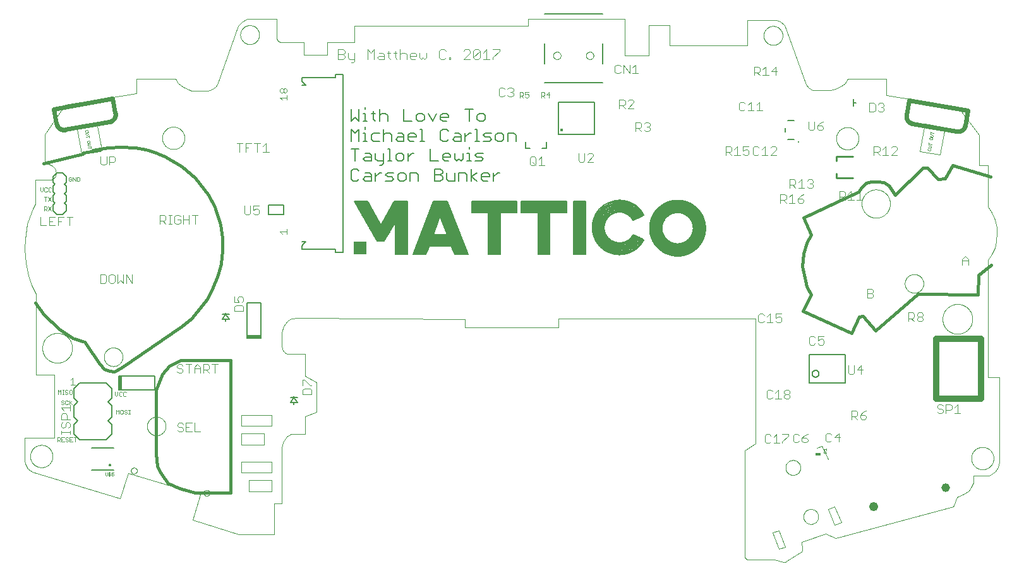
<source format=gto>
G75*
%MOIN*%
%OFA0B0*%
%FSLAX25Y25*%
%IPPOS*%
%LPD*%
%AMOC8*
5,1,8,0,0,1.08239X$1,22.5*
%
%ADD10C,0.01600*%
%ADD11C,0.00000*%
%ADD12C,0.04895*%
%ADD13C,0.04558*%
%ADD14C,0.00400*%
%ADD15C,0.00600*%
%ADD16C,0.00200*%
%ADD17C,0.00039*%
%ADD18C,0.02400*%
%ADD19C,0.00100*%
%ADD20C,0.01682*%
%ADD21C,0.00800*%
%ADD22C,0.00500*%
%ADD23R,0.07500X0.01250*%
%ADD24C,0.03200*%
%ADD25C,0.00300*%
%ADD26C,0.01000*%
%ADD27C,0.01000*%
%ADD28R,0.07000X0.07000*%
%ADD29C,0.06900*%
%ADD30C,0.00690*%
%ADD31R,0.01250X0.07500*%
%ADD32R,0.03000X0.01500*%
D10*
X0081308Y0051447D02*
X0087445Y0048730D01*
X0095593Y0046417D01*
X0114506Y0046417D01*
X0114506Y0116335D01*
X0111589Y0116334D01*
X0087948Y0116334D01*
X0082012Y0113416D01*
X0078290Y0109091D01*
X0075172Y0100640D01*
X0075172Y0066939D01*
X0075876Y0060400D01*
X0077284Y0056879D01*
X0081308Y0051447D01*
X0053142Y0110410D02*
X0050325Y0110712D01*
X0047609Y0111718D01*
X0045295Y0114334D01*
X0037448Y0126003D01*
X0031010Y0128015D01*
X0023767Y0132945D01*
X0015618Y0140691D01*
X0011494Y0146626D01*
X0053142Y0110410D02*
X0056769Y0112255D01*
X0088655Y0134260D01*
X0093651Y0138329D01*
X0096844Y0141934D01*
X0101892Y0148785D01*
X0104880Y0153936D01*
X0107661Y0161250D01*
X0109258Y0167482D01*
X0110185Y0174281D01*
X0109979Y0180977D01*
X0108897Y0188188D01*
X0106013Y0197253D01*
X0102871Y0203692D01*
X0095711Y0212602D01*
X0088809Y0218835D01*
X0079589Y0224192D01*
X0074078Y0226355D01*
X0069597Y0227643D01*
X0064137Y0228621D01*
X0056772Y0229136D01*
X0049870Y0228570D01*
X0041629Y0227385D01*
X0045543Y0227360D02*
X0036851Y0225879D01*
X0036478Y0225479D02*
X0015566Y0220328D01*
X0416637Y0191859D02*
X0420827Y0182563D01*
X0418450Y0178310D01*
X0416637Y0172706D01*
X0416175Y0165882D01*
X0418483Y0155334D01*
X0420856Y0151147D01*
X0416406Y0142478D01*
X0442043Y0130819D01*
X0445966Y0139479D01*
X0447971Y0139875D01*
X0454643Y0131911D01*
X0476900Y0151268D01*
X0508723Y0151066D01*
X0508954Y0161516D01*
X0515844Y0166757D01*
X0465220Y0203682D02*
X0461660Y0208791D01*
X0459089Y0210341D01*
X0456056Y0210868D01*
X0452529Y0210868D01*
X0449876Y0210011D01*
X0447288Y0207703D01*
X0445672Y0205528D01*
X0416637Y0191859D01*
X0465220Y0203682D02*
X0479857Y0218071D01*
X0481933Y0217939D01*
X0487794Y0212040D01*
X0491461Y0212401D01*
X0495521Y0219363D01*
X0515232Y0213328D01*
D11*
X0055895Y0043393D02*
X0009602Y0057240D01*
X0007542Y0059043D01*
X0006125Y0061554D01*
X0005849Y0063303D01*
X0005849Y0075244D01*
X0021476Y0075244D01*
X0021476Y0108707D01*
X0011723Y0108707D01*
X0011723Y0151494D01*
X0009412Y0156010D01*
X0007698Y0161120D01*
X0006346Y0167746D01*
X0005588Y0175130D01*
X0005918Y0180503D01*
X0006940Y0188250D01*
X0008423Y0192172D01*
X0010137Y0196359D01*
X0011390Y0199161D01*
X0011533Y0199511D01*
X0011533Y0211615D01*
X0019461Y0211615D01*
X0020886Y0212180D01*
X0022072Y0213736D01*
X0022257Y0215529D01*
X0021888Y0217744D01*
X0020411Y0219063D01*
X0018327Y0220170D01*
X0016244Y0220539D01*
X0016244Y0235727D01*
X0027011Y0251223D01*
X0064879Y0257303D01*
X0064879Y0265132D01*
X0085441Y0265132D01*
X0086677Y0262866D01*
X0089355Y0260806D01*
X0092899Y0259034D01*
X0093776Y0258749D01*
X0102440Y0258749D01*
X0104500Y0259259D01*
X0106406Y0260598D01*
X0107384Y0262144D01*
X0118254Y0292895D01*
X0120232Y0295162D01*
X0123199Y0296686D01*
X0138671Y0296686D01*
X0138671Y0286257D01*
X0139264Y0284939D01*
X0140649Y0284280D01*
X0152977Y0284280D01*
X0152977Y0277596D01*
X0165504Y0277596D01*
X0165504Y0284354D01*
X0179750Y0284354D01*
X0179743Y0293089D01*
X0271302Y0293089D01*
X0271302Y0296732D01*
X0322392Y0296732D01*
X0322392Y0277426D01*
X0334947Y0277426D01*
X0334947Y0293329D01*
X0345892Y0293329D01*
X0345892Y0282577D01*
X0386897Y0282577D01*
X0386897Y0295919D01*
X0402504Y0295919D01*
X0404410Y0295249D01*
X0406676Y0293344D01*
X0407655Y0290871D01*
X0418214Y0261925D01*
X0419491Y0260235D01*
X0421469Y0259082D01*
X0430905Y0259082D01*
X0433542Y0259741D01*
X0436427Y0261101D01*
X0438610Y0262831D01*
X0440176Y0265015D01*
X0460244Y0265015D01*
X0460244Y0256444D01*
X0498199Y0250439D01*
X0509531Y0235264D01*
X0509531Y0219346D01*
X0514020Y0219346D01*
X0514020Y0197397D01*
X0515819Y0195007D01*
X0517674Y0190640D01*
X0518704Y0186272D01*
X0518704Y0183841D01*
X0518374Y0178937D01*
X0517674Y0175558D01*
X0515984Y0172344D01*
X0514006Y0169460D01*
X0514006Y0107227D01*
X0520116Y0107227D01*
X0520116Y0062643D01*
X0519478Y0059578D01*
X0517566Y0057534D01*
X0514665Y0055523D01*
X0506292Y0055523D01*
X0506292Y0051782D01*
X0505509Y0049639D01*
X0503943Y0047414D01*
X0501389Y0045724D01*
X0497824Y0044090D01*
X0496073Y0039807D01*
X0495728Y0039022D01*
X0433837Y0022218D01*
X0428437Y0024871D01*
X0415721Y0020217D01*
X0416177Y0016934D01*
X0416177Y0016933D02*
X0416187Y0016846D01*
X0416193Y0016759D01*
X0416196Y0016672D01*
X0416195Y0016585D01*
X0416190Y0016498D01*
X0416181Y0016411D01*
X0416168Y0016325D01*
X0416152Y0016239D01*
X0416132Y0016154D01*
X0416108Y0016070D01*
X0416080Y0015988D01*
X0416049Y0015906D01*
X0416015Y0015826D01*
X0415977Y0015747D01*
X0415935Y0015671D01*
X0415891Y0015596D01*
X0415843Y0015523D01*
X0415792Y0015452D01*
X0415737Y0015384D01*
X0415680Y0015318D01*
X0415621Y0015254D01*
X0415558Y0015193D01*
X0415493Y0015135D01*
X0415425Y0015080D01*
X0415355Y0015028D01*
X0415283Y0014979D01*
X0415283Y0014980D02*
X0407521Y0009953D01*
X0405925Y0009698D02*
X0401275Y0010922D01*
X0400773Y0010988D02*
X0387617Y0011034D01*
X0387618Y0011034D02*
X0387531Y0011036D01*
X0387444Y0011042D01*
X0387357Y0011052D01*
X0387271Y0011065D01*
X0387186Y0011083D01*
X0387101Y0011104D01*
X0387018Y0011128D01*
X0386936Y0011156D01*
X0386854Y0011188D01*
X0386775Y0011223D01*
X0386697Y0011262D01*
X0386621Y0011304D01*
X0386546Y0011349D01*
X0386474Y0011398D01*
X0386404Y0011450D01*
X0386336Y0011504D01*
X0386271Y0011562D01*
X0386208Y0011622D01*
X0386148Y0011685D01*
X0386091Y0011750D01*
X0386036Y0011818D01*
X0385985Y0011889D01*
X0385937Y0011961D01*
X0385892Y0012036D01*
X0385850Y0012112D01*
X0385811Y0012190D01*
X0385776Y0012270D01*
X0385745Y0012351D01*
X0385717Y0012434D01*
X0385693Y0012517D01*
X0385672Y0012602D01*
X0385655Y0012687D01*
X0385642Y0012773D01*
X0385633Y0012860D01*
X0385627Y0012947D01*
X0385625Y0013034D01*
X0385624Y0013034D02*
X0385624Y0068600D01*
X0391399Y0072528D01*
X0391399Y0138264D01*
X0287386Y0138264D01*
X0287386Y0133747D01*
X0238092Y0133747D01*
X0238092Y0138173D01*
X0149658Y0138699D01*
X0146362Y0138411D01*
X0144466Y0136969D01*
X0142324Y0134249D01*
X0141335Y0131200D01*
X0141335Y0124257D01*
X0141603Y0122094D01*
X0142565Y0120609D01*
X0144067Y0119698D01*
X0153773Y0119698D01*
X0153773Y0107915D01*
X0159644Y0104722D01*
X0159644Y0089064D01*
X0153863Y0086553D01*
X0153863Y0077410D01*
X0146330Y0077410D01*
X0144094Y0075934D01*
X0142017Y0072901D01*
X0141358Y0069902D01*
X0141358Y0040564D01*
X0137455Y0040564D01*
X0137455Y0024545D01*
X0118750Y0024545D01*
X0094488Y0032013D01*
X0098403Y0045455D01*
X0060345Y0056843D01*
X0055895Y0043393D01*
X0061822Y0058041D02*
X0061824Y0058120D01*
X0061830Y0058199D01*
X0061840Y0058278D01*
X0061854Y0058356D01*
X0061871Y0058433D01*
X0061893Y0058509D01*
X0061918Y0058584D01*
X0061948Y0058657D01*
X0061980Y0058729D01*
X0062017Y0058800D01*
X0062057Y0058868D01*
X0062100Y0058934D01*
X0062146Y0058998D01*
X0062196Y0059060D01*
X0062249Y0059119D01*
X0062304Y0059175D01*
X0062363Y0059229D01*
X0062424Y0059279D01*
X0062487Y0059327D01*
X0062553Y0059371D01*
X0062621Y0059412D01*
X0062691Y0059449D01*
X0062762Y0059483D01*
X0062836Y0059513D01*
X0062910Y0059539D01*
X0062986Y0059561D01*
X0063063Y0059580D01*
X0063141Y0059595D01*
X0063219Y0059606D01*
X0063298Y0059613D01*
X0063377Y0059616D01*
X0063456Y0059615D01*
X0063535Y0059610D01*
X0063614Y0059601D01*
X0063692Y0059588D01*
X0063769Y0059571D01*
X0063846Y0059551D01*
X0063921Y0059526D01*
X0063995Y0059498D01*
X0064068Y0059466D01*
X0064138Y0059431D01*
X0064207Y0059392D01*
X0064274Y0059349D01*
X0064339Y0059303D01*
X0064401Y0059255D01*
X0064461Y0059203D01*
X0064518Y0059148D01*
X0064572Y0059090D01*
X0064623Y0059030D01*
X0064671Y0058967D01*
X0064716Y0058902D01*
X0064758Y0058834D01*
X0064796Y0058765D01*
X0064830Y0058694D01*
X0064861Y0058621D01*
X0064889Y0058546D01*
X0064912Y0058471D01*
X0064932Y0058394D01*
X0064948Y0058317D01*
X0064960Y0058238D01*
X0064968Y0058160D01*
X0064972Y0058081D01*
X0064972Y0058001D01*
X0064968Y0057922D01*
X0064960Y0057844D01*
X0064948Y0057765D01*
X0064932Y0057688D01*
X0064912Y0057611D01*
X0064889Y0057536D01*
X0064861Y0057461D01*
X0064830Y0057388D01*
X0064796Y0057317D01*
X0064758Y0057248D01*
X0064716Y0057180D01*
X0064671Y0057115D01*
X0064623Y0057052D01*
X0064572Y0056992D01*
X0064518Y0056934D01*
X0064461Y0056879D01*
X0064401Y0056827D01*
X0064339Y0056779D01*
X0064274Y0056733D01*
X0064207Y0056690D01*
X0064138Y0056651D01*
X0064068Y0056616D01*
X0063995Y0056584D01*
X0063921Y0056556D01*
X0063846Y0056531D01*
X0063769Y0056511D01*
X0063692Y0056494D01*
X0063614Y0056481D01*
X0063535Y0056472D01*
X0063456Y0056467D01*
X0063377Y0056466D01*
X0063298Y0056469D01*
X0063219Y0056476D01*
X0063141Y0056487D01*
X0063063Y0056502D01*
X0062986Y0056521D01*
X0062910Y0056543D01*
X0062836Y0056569D01*
X0062762Y0056599D01*
X0062691Y0056633D01*
X0062621Y0056670D01*
X0062553Y0056711D01*
X0062487Y0056755D01*
X0062424Y0056803D01*
X0062363Y0056853D01*
X0062304Y0056907D01*
X0062249Y0056963D01*
X0062196Y0057022D01*
X0062146Y0057084D01*
X0062100Y0057148D01*
X0062057Y0057214D01*
X0062017Y0057282D01*
X0061980Y0057353D01*
X0061948Y0057425D01*
X0061918Y0057498D01*
X0061893Y0057573D01*
X0061871Y0057649D01*
X0061854Y0057726D01*
X0061840Y0057804D01*
X0061830Y0057883D01*
X0061824Y0057962D01*
X0061822Y0058041D01*
X0100225Y0046300D02*
X0100227Y0046379D01*
X0100233Y0046458D01*
X0100243Y0046537D01*
X0100257Y0046615D01*
X0100274Y0046692D01*
X0100296Y0046768D01*
X0100321Y0046843D01*
X0100351Y0046916D01*
X0100383Y0046988D01*
X0100420Y0047059D01*
X0100460Y0047127D01*
X0100503Y0047193D01*
X0100549Y0047257D01*
X0100599Y0047319D01*
X0100652Y0047378D01*
X0100707Y0047434D01*
X0100766Y0047488D01*
X0100827Y0047538D01*
X0100890Y0047586D01*
X0100956Y0047630D01*
X0101024Y0047671D01*
X0101094Y0047708D01*
X0101165Y0047742D01*
X0101239Y0047772D01*
X0101313Y0047798D01*
X0101389Y0047820D01*
X0101466Y0047839D01*
X0101544Y0047854D01*
X0101622Y0047865D01*
X0101701Y0047872D01*
X0101780Y0047875D01*
X0101859Y0047874D01*
X0101938Y0047869D01*
X0102017Y0047860D01*
X0102095Y0047847D01*
X0102172Y0047830D01*
X0102249Y0047810D01*
X0102324Y0047785D01*
X0102398Y0047757D01*
X0102471Y0047725D01*
X0102541Y0047690D01*
X0102610Y0047651D01*
X0102677Y0047608D01*
X0102742Y0047562D01*
X0102804Y0047514D01*
X0102864Y0047462D01*
X0102921Y0047407D01*
X0102975Y0047349D01*
X0103026Y0047289D01*
X0103074Y0047226D01*
X0103119Y0047161D01*
X0103161Y0047093D01*
X0103199Y0047024D01*
X0103233Y0046953D01*
X0103264Y0046880D01*
X0103292Y0046805D01*
X0103315Y0046730D01*
X0103335Y0046653D01*
X0103351Y0046576D01*
X0103363Y0046497D01*
X0103371Y0046419D01*
X0103375Y0046340D01*
X0103375Y0046260D01*
X0103371Y0046181D01*
X0103363Y0046103D01*
X0103351Y0046024D01*
X0103335Y0045947D01*
X0103315Y0045870D01*
X0103292Y0045795D01*
X0103264Y0045720D01*
X0103233Y0045647D01*
X0103199Y0045576D01*
X0103161Y0045507D01*
X0103119Y0045439D01*
X0103074Y0045374D01*
X0103026Y0045311D01*
X0102975Y0045251D01*
X0102921Y0045193D01*
X0102864Y0045138D01*
X0102804Y0045086D01*
X0102742Y0045038D01*
X0102677Y0044992D01*
X0102610Y0044949D01*
X0102541Y0044910D01*
X0102471Y0044875D01*
X0102398Y0044843D01*
X0102324Y0044815D01*
X0102249Y0044790D01*
X0102172Y0044770D01*
X0102095Y0044753D01*
X0102017Y0044740D01*
X0101938Y0044731D01*
X0101859Y0044726D01*
X0101780Y0044725D01*
X0101701Y0044728D01*
X0101622Y0044735D01*
X0101544Y0044746D01*
X0101466Y0044761D01*
X0101389Y0044780D01*
X0101313Y0044802D01*
X0101239Y0044828D01*
X0101165Y0044858D01*
X0101094Y0044892D01*
X0101024Y0044929D01*
X0100956Y0044970D01*
X0100890Y0045014D01*
X0100827Y0045062D01*
X0100766Y0045112D01*
X0100707Y0045166D01*
X0100652Y0045222D01*
X0100599Y0045281D01*
X0100549Y0045343D01*
X0100503Y0045407D01*
X0100460Y0045473D01*
X0100420Y0045541D01*
X0100383Y0045612D01*
X0100351Y0045684D01*
X0100321Y0045757D01*
X0100296Y0045832D01*
X0100274Y0045908D01*
X0100257Y0045985D01*
X0100243Y0046063D01*
X0100233Y0046142D01*
X0100227Y0046221D01*
X0100225Y0046300D01*
X0070345Y0081566D02*
X0070347Y0081706D01*
X0070353Y0081846D01*
X0070363Y0081985D01*
X0070377Y0082124D01*
X0070395Y0082263D01*
X0070416Y0082401D01*
X0070442Y0082539D01*
X0070472Y0082676D01*
X0070505Y0082811D01*
X0070543Y0082946D01*
X0070584Y0083080D01*
X0070629Y0083213D01*
X0070677Y0083344D01*
X0070730Y0083473D01*
X0070786Y0083602D01*
X0070845Y0083728D01*
X0070909Y0083853D01*
X0070975Y0083976D01*
X0071046Y0084097D01*
X0071119Y0084216D01*
X0071196Y0084333D01*
X0071277Y0084447D01*
X0071360Y0084559D01*
X0071447Y0084669D01*
X0071537Y0084777D01*
X0071629Y0084881D01*
X0071725Y0084983D01*
X0071824Y0085083D01*
X0071925Y0085179D01*
X0072029Y0085273D01*
X0072136Y0085363D01*
X0072245Y0085450D01*
X0072357Y0085535D01*
X0072471Y0085616D01*
X0072587Y0085694D01*
X0072705Y0085768D01*
X0072826Y0085839D01*
X0072948Y0085907D01*
X0073073Y0085971D01*
X0073199Y0086032D01*
X0073326Y0086089D01*
X0073456Y0086142D01*
X0073587Y0086192D01*
X0073719Y0086237D01*
X0073852Y0086280D01*
X0073987Y0086318D01*
X0074122Y0086352D01*
X0074259Y0086383D01*
X0074396Y0086410D01*
X0074534Y0086432D01*
X0074673Y0086451D01*
X0074812Y0086466D01*
X0074951Y0086477D01*
X0075091Y0086484D01*
X0075231Y0086487D01*
X0075371Y0086486D01*
X0075511Y0086481D01*
X0075650Y0086472D01*
X0075790Y0086459D01*
X0075929Y0086442D01*
X0076067Y0086421D01*
X0076205Y0086397D01*
X0076342Y0086368D01*
X0076478Y0086336D01*
X0076613Y0086299D01*
X0076747Y0086259D01*
X0076880Y0086215D01*
X0077011Y0086167D01*
X0077141Y0086116D01*
X0077270Y0086061D01*
X0077397Y0086002D01*
X0077522Y0085939D01*
X0077645Y0085874D01*
X0077767Y0085804D01*
X0077886Y0085731D01*
X0078004Y0085655D01*
X0078119Y0085576D01*
X0078232Y0085493D01*
X0078342Y0085407D01*
X0078450Y0085318D01*
X0078555Y0085226D01*
X0078658Y0085131D01*
X0078758Y0085033D01*
X0078855Y0084933D01*
X0078949Y0084829D01*
X0079041Y0084723D01*
X0079129Y0084615D01*
X0079214Y0084504D01*
X0079296Y0084390D01*
X0079375Y0084274D01*
X0079450Y0084157D01*
X0079522Y0084037D01*
X0079590Y0083915D01*
X0079655Y0083791D01*
X0079717Y0083665D01*
X0079775Y0083538D01*
X0079829Y0083409D01*
X0079880Y0083278D01*
X0079926Y0083146D01*
X0079969Y0083013D01*
X0080009Y0082879D01*
X0080044Y0082744D01*
X0080076Y0082607D01*
X0080103Y0082470D01*
X0080127Y0082332D01*
X0080147Y0082194D01*
X0080163Y0082055D01*
X0080175Y0081915D01*
X0080183Y0081776D01*
X0080187Y0081636D01*
X0080187Y0081496D01*
X0080183Y0081356D01*
X0080175Y0081217D01*
X0080163Y0081077D01*
X0080147Y0080938D01*
X0080127Y0080800D01*
X0080103Y0080662D01*
X0080076Y0080525D01*
X0080044Y0080388D01*
X0080009Y0080253D01*
X0079969Y0080119D01*
X0079926Y0079986D01*
X0079880Y0079854D01*
X0079829Y0079723D01*
X0079775Y0079594D01*
X0079717Y0079467D01*
X0079655Y0079341D01*
X0079590Y0079217D01*
X0079522Y0079095D01*
X0079450Y0078975D01*
X0079375Y0078858D01*
X0079296Y0078742D01*
X0079214Y0078628D01*
X0079129Y0078517D01*
X0079041Y0078409D01*
X0078949Y0078303D01*
X0078855Y0078199D01*
X0078758Y0078099D01*
X0078658Y0078001D01*
X0078555Y0077906D01*
X0078450Y0077814D01*
X0078342Y0077725D01*
X0078232Y0077639D01*
X0078119Y0077556D01*
X0078004Y0077477D01*
X0077886Y0077401D01*
X0077767Y0077328D01*
X0077645Y0077258D01*
X0077522Y0077193D01*
X0077397Y0077130D01*
X0077270Y0077071D01*
X0077141Y0077016D01*
X0077011Y0076965D01*
X0076880Y0076917D01*
X0076747Y0076873D01*
X0076613Y0076833D01*
X0076478Y0076796D01*
X0076342Y0076764D01*
X0076205Y0076735D01*
X0076067Y0076711D01*
X0075929Y0076690D01*
X0075790Y0076673D01*
X0075650Y0076660D01*
X0075511Y0076651D01*
X0075371Y0076646D01*
X0075231Y0076645D01*
X0075091Y0076648D01*
X0074951Y0076655D01*
X0074812Y0076666D01*
X0074673Y0076681D01*
X0074534Y0076700D01*
X0074396Y0076722D01*
X0074259Y0076749D01*
X0074122Y0076780D01*
X0073987Y0076814D01*
X0073852Y0076852D01*
X0073719Y0076895D01*
X0073587Y0076940D01*
X0073456Y0076990D01*
X0073326Y0077043D01*
X0073199Y0077100D01*
X0073073Y0077161D01*
X0072948Y0077225D01*
X0072826Y0077293D01*
X0072705Y0077364D01*
X0072587Y0077438D01*
X0072471Y0077516D01*
X0072357Y0077597D01*
X0072245Y0077682D01*
X0072136Y0077769D01*
X0072029Y0077859D01*
X0071925Y0077953D01*
X0071824Y0078049D01*
X0071725Y0078149D01*
X0071629Y0078251D01*
X0071537Y0078355D01*
X0071447Y0078463D01*
X0071360Y0078573D01*
X0071277Y0078685D01*
X0071196Y0078799D01*
X0071119Y0078916D01*
X0071046Y0079035D01*
X0070975Y0079156D01*
X0070909Y0079279D01*
X0070845Y0079404D01*
X0070786Y0079530D01*
X0070730Y0079659D01*
X0070677Y0079788D01*
X0070629Y0079919D01*
X0070584Y0080052D01*
X0070543Y0080186D01*
X0070505Y0080321D01*
X0070472Y0080456D01*
X0070442Y0080593D01*
X0070416Y0080731D01*
X0070395Y0080869D01*
X0070377Y0081008D01*
X0070363Y0081147D01*
X0070353Y0081286D01*
X0070347Y0081426D01*
X0070345Y0081566D01*
X0008681Y0065675D02*
X0008683Y0065828D01*
X0008689Y0065982D01*
X0008699Y0066135D01*
X0008713Y0066287D01*
X0008731Y0066440D01*
X0008753Y0066591D01*
X0008778Y0066742D01*
X0008808Y0066893D01*
X0008842Y0067043D01*
X0008879Y0067191D01*
X0008920Y0067339D01*
X0008965Y0067485D01*
X0009014Y0067631D01*
X0009067Y0067775D01*
X0009123Y0067917D01*
X0009183Y0068058D01*
X0009247Y0068198D01*
X0009314Y0068336D01*
X0009385Y0068472D01*
X0009460Y0068606D01*
X0009537Y0068738D01*
X0009619Y0068868D01*
X0009703Y0068996D01*
X0009791Y0069122D01*
X0009882Y0069245D01*
X0009976Y0069366D01*
X0010074Y0069484D01*
X0010174Y0069600D01*
X0010278Y0069713D01*
X0010384Y0069824D01*
X0010493Y0069932D01*
X0010605Y0070037D01*
X0010719Y0070138D01*
X0010837Y0070237D01*
X0010956Y0070333D01*
X0011078Y0070426D01*
X0011203Y0070515D01*
X0011330Y0070602D01*
X0011459Y0070684D01*
X0011590Y0070764D01*
X0011723Y0070840D01*
X0011858Y0070913D01*
X0011995Y0070982D01*
X0012134Y0071047D01*
X0012274Y0071109D01*
X0012416Y0071167D01*
X0012559Y0071222D01*
X0012704Y0071273D01*
X0012850Y0071320D01*
X0012997Y0071363D01*
X0013145Y0071402D01*
X0013294Y0071438D01*
X0013444Y0071469D01*
X0013595Y0071497D01*
X0013746Y0071521D01*
X0013899Y0071541D01*
X0014051Y0071557D01*
X0014204Y0071569D01*
X0014357Y0071577D01*
X0014510Y0071581D01*
X0014664Y0071581D01*
X0014817Y0071577D01*
X0014970Y0071569D01*
X0015123Y0071557D01*
X0015275Y0071541D01*
X0015428Y0071521D01*
X0015579Y0071497D01*
X0015730Y0071469D01*
X0015880Y0071438D01*
X0016029Y0071402D01*
X0016177Y0071363D01*
X0016324Y0071320D01*
X0016470Y0071273D01*
X0016615Y0071222D01*
X0016758Y0071167D01*
X0016900Y0071109D01*
X0017040Y0071047D01*
X0017179Y0070982D01*
X0017316Y0070913D01*
X0017451Y0070840D01*
X0017584Y0070764D01*
X0017715Y0070684D01*
X0017844Y0070602D01*
X0017971Y0070515D01*
X0018096Y0070426D01*
X0018218Y0070333D01*
X0018337Y0070237D01*
X0018455Y0070138D01*
X0018569Y0070037D01*
X0018681Y0069932D01*
X0018790Y0069824D01*
X0018896Y0069713D01*
X0019000Y0069600D01*
X0019100Y0069484D01*
X0019198Y0069366D01*
X0019292Y0069245D01*
X0019383Y0069122D01*
X0019471Y0068996D01*
X0019555Y0068868D01*
X0019637Y0068738D01*
X0019714Y0068606D01*
X0019789Y0068472D01*
X0019860Y0068336D01*
X0019927Y0068198D01*
X0019991Y0068058D01*
X0020051Y0067917D01*
X0020107Y0067775D01*
X0020160Y0067631D01*
X0020209Y0067485D01*
X0020254Y0067339D01*
X0020295Y0067191D01*
X0020332Y0067043D01*
X0020366Y0066893D01*
X0020396Y0066742D01*
X0020421Y0066591D01*
X0020443Y0066440D01*
X0020461Y0066287D01*
X0020475Y0066135D01*
X0020485Y0065982D01*
X0020491Y0065828D01*
X0020493Y0065675D01*
X0020491Y0065522D01*
X0020485Y0065368D01*
X0020475Y0065215D01*
X0020461Y0065063D01*
X0020443Y0064910D01*
X0020421Y0064759D01*
X0020396Y0064608D01*
X0020366Y0064457D01*
X0020332Y0064307D01*
X0020295Y0064159D01*
X0020254Y0064011D01*
X0020209Y0063865D01*
X0020160Y0063719D01*
X0020107Y0063575D01*
X0020051Y0063433D01*
X0019991Y0063292D01*
X0019927Y0063152D01*
X0019860Y0063014D01*
X0019789Y0062878D01*
X0019714Y0062744D01*
X0019637Y0062612D01*
X0019555Y0062482D01*
X0019471Y0062354D01*
X0019383Y0062228D01*
X0019292Y0062105D01*
X0019198Y0061984D01*
X0019100Y0061866D01*
X0019000Y0061750D01*
X0018896Y0061637D01*
X0018790Y0061526D01*
X0018681Y0061418D01*
X0018569Y0061313D01*
X0018455Y0061212D01*
X0018337Y0061113D01*
X0018218Y0061017D01*
X0018096Y0060924D01*
X0017971Y0060835D01*
X0017844Y0060748D01*
X0017715Y0060666D01*
X0017584Y0060586D01*
X0017451Y0060510D01*
X0017316Y0060437D01*
X0017179Y0060368D01*
X0017040Y0060303D01*
X0016900Y0060241D01*
X0016758Y0060183D01*
X0016615Y0060128D01*
X0016470Y0060077D01*
X0016324Y0060030D01*
X0016177Y0059987D01*
X0016029Y0059948D01*
X0015880Y0059912D01*
X0015730Y0059881D01*
X0015579Y0059853D01*
X0015428Y0059829D01*
X0015275Y0059809D01*
X0015123Y0059793D01*
X0014970Y0059781D01*
X0014817Y0059773D01*
X0014664Y0059769D01*
X0014510Y0059769D01*
X0014357Y0059773D01*
X0014204Y0059781D01*
X0014051Y0059793D01*
X0013899Y0059809D01*
X0013746Y0059829D01*
X0013595Y0059853D01*
X0013444Y0059881D01*
X0013294Y0059912D01*
X0013145Y0059948D01*
X0012997Y0059987D01*
X0012850Y0060030D01*
X0012704Y0060077D01*
X0012559Y0060128D01*
X0012416Y0060183D01*
X0012274Y0060241D01*
X0012134Y0060303D01*
X0011995Y0060368D01*
X0011858Y0060437D01*
X0011723Y0060510D01*
X0011590Y0060586D01*
X0011459Y0060666D01*
X0011330Y0060748D01*
X0011203Y0060835D01*
X0011078Y0060924D01*
X0010956Y0061017D01*
X0010837Y0061113D01*
X0010719Y0061212D01*
X0010605Y0061313D01*
X0010493Y0061418D01*
X0010384Y0061526D01*
X0010278Y0061637D01*
X0010174Y0061750D01*
X0010074Y0061866D01*
X0009976Y0061984D01*
X0009882Y0062105D01*
X0009791Y0062228D01*
X0009703Y0062354D01*
X0009619Y0062482D01*
X0009537Y0062612D01*
X0009460Y0062744D01*
X0009385Y0062878D01*
X0009314Y0063014D01*
X0009247Y0063152D01*
X0009183Y0063292D01*
X0009123Y0063433D01*
X0009067Y0063575D01*
X0009014Y0063719D01*
X0008965Y0063865D01*
X0008920Y0064011D01*
X0008879Y0064159D01*
X0008842Y0064307D01*
X0008808Y0064457D01*
X0008778Y0064608D01*
X0008753Y0064759D01*
X0008731Y0064910D01*
X0008713Y0065063D01*
X0008699Y0065215D01*
X0008689Y0065368D01*
X0008683Y0065522D01*
X0008681Y0065675D01*
X0047586Y0118128D02*
X0047588Y0118268D01*
X0047594Y0118408D01*
X0047604Y0118547D01*
X0047618Y0118686D01*
X0047636Y0118825D01*
X0047657Y0118963D01*
X0047683Y0119101D01*
X0047713Y0119238D01*
X0047746Y0119373D01*
X0047784Y0119508D01*
X0047825Y0119642D01*
X0047870Y0119775D01*
X0047918Y0119906D01*
X0047971Y0120035D01*
X0048027Y0120164D01*
X0048086Y0120290D01*
X0048150Y0120415D01*
X0048216Y0120538D01*
X0048287Y0120659D01*
X0048360Y0120778D01*
X0048437Y0120895D01*
X0048518Y0121009D01*
X0048601Y0121121D01*
X0048688Y0121231D01*
X0048778Y0121339D01*
X0048870Y0121443D01*
X0048966Y0121545D01*
X0049065Y0121645D01*
X0049166Y0121741D01*
X0049270Y0121835D01*
X0049377Y0121925D01*
X0049486Y0122012D01*
X0049598Y0122097D01*
X0049712Y0122178D01*
X0049828Y0122256D01*
X0049946Y0122330D01*
X0050067Y0122401D01*
X0050189Y0122469D01*
X0050314Y0122533D01*
X0050440Y0122594D01*
X0050567Y0122651D01*
X0050697Y0122704D01*
X0050828Y0122754D01*
X0050960Y0122799D01*
X0051093Y0122842D01*
X0051228Y0122880D01*
X0051363Y0122914D01*
X0051500Y0122945D01*
X0051637Y0122972D01*
X0051775Y0122994D01*
X0051914Y0123013D01*
X0052053Y0123028D01*
X0052192Y0123039D01*
X0052332Y0123046D01*
X0052472Y0123049D01*
X0052612Y0123048D01*
X0052752Y0123043D01*
X0052891Y0123034D01*
X0053031Y0123021D01*
X0053170Y0123004D01*
X0053308Y0122983D01*
X0053446Y0122959D01*
X0053583Y0122930D01*
X0053719Y0122898D01*
X0053854Y0122861D01*
X0053988Y0122821D01*
X0054121Y0122777D01*
X0054252Y0122729D01*
X0054382Y0122678D01*
X0054511Y0122623D01*
X0054638Y0122564D01*
X0054763Y0122501D01*
X0054886Y0122436D01*
X0055008Y0122366D01*
X0055127Y0122293D01*
X0055245Y0122217D01*
X0055360Y0122138D01*
X0055473Y0122055D01*
X0055583Y0121969D01*
X0055691Y0121880D01*
X0055796Y0121788D01*
X0055899Y0121693D01*
X0055999Y0121595D01*
X0056096Y0121495D01*
X0056190Y0121391D01*
X0056282Y0121285D01*
X0056370Y0121177D01*
X0056455Y0121066D01*
X0056537Y0120952D01*
X0056616Y0120836D01*
X0056691Y0120719D01*
X0056763Y0120599D01*
X0056831Y0120477D01*
X0056896Y0120353D01*
X0056958Y0120227D01*
X0057016Y0120100D01*
X0057070Y0119971D01*
X0057121Y0119840D01*
X0057167Y0119708D01*
X0057210Y0119575D01*
X0057250Y0119441D01*
X0057285Y0119306D01*
X0057317Y0119169D01*
X0057344Y0119032D01*
X0057368Y0118894D01*
X0057388Y0118756D01*
X0057404Y0118617D01*
X0057416Y0118477D01*
X0057424Y0118338D01*
X0057428Y0118198D01*
X0057428Y0118058D01*
X0057424Y0117918D01*
X0057416Y0117779D01*
X0057404Y0117639D01*
X0057388Y0117500D01*
X0057368Y0117362D01*
X0057344Y0117224D01*
X0057317Y0117087D01*
X0057285Y0116950D01*
X0057250Y0116815D01*
X0057210Y0116681D01*
X0057167Y0116548D01*
X0057121Y0116416D01*
X0057070Y0116285D01*
X0057016Y0116156D01*
X0056958Y0116029D01*
X0056896Y0115903D01*
X0056831Y0115779D01*
X0056763Y0115657D01*
X0056691Y0115537D01*
X0056616Y0115420D01*
X0056537Y0115304D01*
X0056455Y0115190D01*
X0056370Y0115079D01*
X0056282Y0114971D01*
X0056190Y0114865D01*
X0056096Y0114761D01*
X0055999Y0114661D01*
X0055899Y0114563D01*
X0055796Y0114468D01*
X0055691Y0114376D01*
X0055583Y0114287D01*
X0055473Y0114201D01*
X0055360Y0114118D01*
X0055245Y0114039D01*
X0055127Y0113963D01*
X0055008Y0113890D01*
X0054886Y0113820D01*
X0054763Y0113755D01*
X0054638Y0113692D01*
X0054511Y0113633D01*
X0054382Y0113578D01*
X0054252Y0113527D01*
X0054121Y0113479D01*
X0053988Y0113435D01*
X0053854Y0113395D01*
X0053719Y0113358D01*
X0053583Y0113326D01*
X0053446Y0113297D01*
X0053308Y0113273D01*
X0053170Y0113252D01*
X0053031Y0113235D01*
X0052891Y0113222D01*
X0052752Y0113213D01*
X0052612Y0113208D01*
X0052472Y0113207D01*
X0052332Y0113210D01*
X0052192Y0113217D01*
X0052053Y0113228D01*
X0051914Y0113243D01*
X0051775Y0113262D01*
X0051637Y0113284D01*
X0051500Y0113311D01*
X0051363Y0113342D01*
X0051228Y0113376D01*
X0051093Y0113414D01*
X0050960Y0113457D01*
X0050828Y0113502D01*
X0050697Y0113552D01*
X0050567Y0113605D01*
X0050440Y0113662D01*
X0050314Y0113723D01*
X0050189Y0113787D01*
X0050067Y0113855D01*
X0049946Y0113926D01*
X0049828Y0114000D01*
X0049712Y0114078D01*
X0049598Y0114159D01*
X0049486Y0114244D01*
X0049377Y0114331D01*
X0049270Y0114421D01*
X0049166Y0114515D01*
X0049065Y0114611D01*
X0048966Y0114711D01*
X0048870Y0114813D01*
X0048778Y0114917D01*
X0048688Y0115025D01*
X0048601Y0115135D01*
X0048518Y0115247D01*
X0048437Y0115361D01*
X0048360Y0115478D01*
X0048287Y0115597D01*
X0048216Y0115718D01*
X0048150Y0115841D01*
X0048086Y0115966D01*
X0048027Y0116092D01*
X0047971Y0116221D01*
X0047918Y0116350D01*
X0047870Y0116481D01*
X0047825Y0116614D01*
X0047784Y0116748D01*
X0047746Y0116883D01*
X0047713Y0117018D01*
X0047683Y0117155D01*
X0047657Y0117293D01*
X0047636Y0117431D01*
X0047618Y0117570D01*
X0047604Y0117709D01*
X0047594Y0117848D01*
X0047588Y0117988D01*
X0047586Y0118128D01*
X0015090Y0122855D02*
X0015092Y0123048D01*
X0015099Y0123241D01*
X0015111Y0123434D01*
X0015128Y0123627D01*
X0015149Y0123819D01*
X0015175Y0124010D01*
X0015206Y0124201D01*
X0015241Y0124391D01*
X0015281Y0124580D01*
X0015326Y0124768D01*
X0015375Y0124955D01*
X0015429Y0125141D01*
X0015487Y0125325D01*
X0015550Y0125508D01*
X0015618Y0125689D01*
X0015689Y0125868D01*
X0015766Y0126046D01*
X0015846Y0126222D01*
X0015931Y0126395D01*
X0016020Y0126567D01*
X0016113Y0126736D01*
X0016210Y0126903D01*
X0016312Y0127068D01*
X0016417Y0127230D01*
X0016526Y0127389D01*
X0016640Y0127546D01*
X0016757Y0127699D01*
X0016877Y0127850D01*
X0017002Y0127998D01*
X0017130Y0128143D01*
X0017261Y0128284D01*
X0017396Y0128423D01*
X0017535Y0128558D01*
X0017676Y0128689D01*
X0017821Y0128817D01*
X0017969Y0128942D01*
X0018120Y0129062D01*
X0018273Y0129179D01*
X0018430Y0129293D01*
X0018589Y0129402D01*
X0018751Y0129507D01*
X0018916Y0129609D01*
X0019083Y0129706D01*
X0019252Y0129799D01*
X0019424Y0129888D01*
X0019597Y0129973D01*
X0019773Y0130053D01*
X0019951Y0130130D01*
X0020130Y0130201D01*
X0020311Y0130269D01*
X0020494Y0130332D01*
X0020678Y0130390D01*
X0020864Y0130444D01*
X0021051Y0130493D01*
X0021239Y0130538D01*
X0021428Y0130578D01*
X0021618Y0130613D01*
X0021809Y0130644D01*
X0022000Y0130670D01*
X0022192Y0130691D01*
X0022385Y0130708D01*
X0022578Y0130720D01*
X0022771Y0130727D01*
X0022964Y0130729D01*
X0023157Y0130727D01*
X0023350Y0130720D01*
X0023543Y0130708D01*
X0023736Y0130691D01*
X0023928Y0130670D01*
X0024119Y0130644D01*
X0024310Y0130613D01*
X0024500Y0130578D01*
X0024689Y0130538D01*
X0024877Y0130493D01*
X0025064Y0130444D01*
X0025250Y0130390D01*
X0025434Y0130332D01*
X0025617Y0130269D01*
X0025798Y0130201D01*
X0025977Y0130130D01*
X0026155Y0130053D01*
X0026331Y0129973D01*
X0026504Y0129888D01*
X0026676Y0129799D01*
X0026845Y0129706D01*
X0027012Y0129609D01*
X0027177Y0129507D01*
X0027339Y0129402D01*
X0027498Y0129293D01*
X0027655Y0129179D01*
X0027808Y0129062D01*
X0027959Y0128942D01*
X0028107Y0128817D01*
X0028252Y0128689D01*
X0028393Y0128558D01*
X0028532Y0128423D01*
X0028667Y0128284D01*
X0028798Y0128143D01*
X0028926Y0127998D01*
X0029051Y0127850D01*
X0029171Y0127699D01*
X0029288Y0127546D01*
X0029402Y0127389D01*
X0029511Y0127230D01*
X0029616Y0127068D01*
X0029718Y0126903D01*
X0029815Y0126736D01*
X0029908Y0126567D01*
X0029997Y0126395D01*
X0030082Y0126222D01*
X0030162Y0126046D01*
X0030239Y0125868D01*
X0030310Y0125689D01*
X0030378Y0125508D01*
X0030441Y0125325D01*
X0030499Y0125141D01*
X0030553Y0124955D01*
X0030602Y0124768D01*
X0030647Y0124580D01*
X0030687Y0124391D01*
X0030722Y0124201D01*
X0030753Y0124010D01*
X0030779Y0123819D01*
X0030800Y0123627D01*
X0030817Y0123434D01*
X0030829Y0123241D01*
X0030836Y0123048D01*
X0030838Y0122855D01*
X0030836Y0122662D01*
X0030829Y0122469D01*
X0030817Y0122276D01*
X0030800Y0122083D01*
X0030779Y0121891D01*
X0030753Y0121700D01*
X0030722Y0121509D01*
X0030687Y0121319D01*
X0030647Y0121130D01*
X0030602Y0120942D01*
X0030553Y0120755D01*
X0030499Y0120569D01*
X0030441Y0120385D01*
X0030378Y0120202D01*
X0030310Y0120021D01*
X0030239Y0119842D01*
X0030162Y0119664D01*
X0030082Y0119488D01*
X0029997Y0119315D01*
X0029908Y0119143D01*
X0029815Y0118974D01*
X0029718Y0118807D01*
X0029616Y0118642D01*
X0029511Y0118480D01*
X0029402Y0118321D01*
X0029288Y0118164D01*
X0029171Y0118011D01*
X0029051Y0117860D01*
X0028926Y0117712D01*
X0028798Y0117567D01*
X0028667Y0117426D01*
X0028532Y0117287D01*
X0028393Y0117152D01*
X0028252Y0117021D01*
X0028107Y0116893D01*
X0027959Y0116768D01*
X0027808Y0116648D01*
X0027655Y0116531D01*
X0027498Y0116417D01*
X0027339Y0116308D01*
X0027177Y0116203D01*
X0027012Y0116101D01*
X0026845Y0116004D01*
X0026676Y0115911D01*
X0026504Y0115822D01*
X0026331Y0115737D01*
X0026155Y0115657D01*
X0025977Y0115580D01*
X0025798Y0115509D01*
X0025617Y0115441D01*
X0025434Y0115378D01*
X0025250Y0115320D01*
X0025064Y0115266D01*
X0024877Y0115217D01*
X0024689Y0115172D01*
X0024500Y0115132D01*
X0024310Y0115097D01*
X0024119Y0115066D01*
X0023928Y0115040D01*
X0023736Y0115019D01*
X0023543Y0115002D01*
X0023350Y0114990D01*
X0023157Y0114983D01*
X0022964Y0114981D01*
X0022771Y0114983D01*
X0022578Y0114990D01*
X0022385Y0115002D01*
X0022192Y0115019D01*
X0022000Y0115040D01*
X0021809Y0115066D01*
X0021618Y0115097D01*
X0021428Y0115132D01*
X0021239Y0115172D01*
X0021051Y0115217D01*
X0020864Y0115266D01*
X0020678Y0115320D01*
X0020494Y0115378D01*
X0020311Y0115441D01*
X0020130Y0115509D01*
X0019951Y0115580D01*
X0019773Y0115657D01*
X0019597Y0115737D01*
X0019424Y0115822D01*
X0019252Y0115911D01*
X0019083Y0116004D01*
X0018916Y0116101D01*
X0018751Y0116203D01*
X0018589Y0116308D01*
X0018430Y0116417D01*
X0018273Y0116531D01*
X0018120Y0116648D01*
X0017969Y0116768D01*
X0017821Y0116893D01*
X0017676Y0117021D01*
X0017535Y0117152D01*
X0017396Y0117287D01*
X0017261Y0117426D01*
X0017130Y0117567D01*
X0017002Y0117712D01*
X0016877Y0117860D01*
X0016757Y0118011D01*
X0016640Y0118164D01*
X0016526Y0118321D01*
X0016417Y0118480D01*
X0016312Y0118642D01*
X0016210Y0118807D01*
X0016113Y0118974D01*
X0016020Y0119143D01*
X0015931Y0119315D01*
X0015846Y0119488D01*
X0015766Y0119664D01*
X0015689Y0119842D01*
X0015618Y0120021D01*
X0015550Y0120202D01*
X0015487Y0120385D01*
X0015429Y0120569D01*
X0015375Y0120755D01*
X0015326Y0120942D01*
X0015281Y0121130D01*
X0015241Y0121319D01*
X0015206Y0121509D01*
X0015175Y0121700D01*
X0015149Y0121891D01*
X0015128Y0122083D01*
X0015111Y0122276D01*
X0015099Y0122469D01*
X0015092Y0122662D01*
X0015090Y0122855D01*
X0036478Y0225479D02*
X0041629Y0227385D01*
X0078308Y0233792D02*
X0078310Y0233945D01*
X0078316Y0234099D01*
X0078326Y0234252D01*
X0078340Y0234404D01*
X0078358Y0234557D01*
X0078380Y0234708D01*
X0078405Y0234859D01*
X0078435Y0235010D01*
X0078469Y0235160D01*
X0078506Y0235308D01*
X0078547Y0235456D01*
X0078592Y0235602D01*
X0078641Y0235748D01*
X0078694Y0235892D01*
X0078750Y0236034D01*
X0078810Y0236175D01*
X0078874Y0236315D01*
X0078941Y0236453D01*
X0079012Y0236589D01*
X0079087Y0236723D01*
X0079164Y0236855D01*
X0079246Y0236985D01*
X0079330Y0237113D01*
X0079418Y0237239D01*
X0079509Y0237362D01*
X0079603Y0237483D01*
X0079701Y0237601D01*
X0079801Y0237717D01*
X0079905Y0237830D01*
X0080011Y0237941D01*
X0080120Y0238049D01*
X0080232Y0238154D01*
X0080346Y0238255D01*
X0080464Y0238354D01*
X0080583Y0238450D01*
X0080705Y0238543D01*
X0080830Y0238632D01*
X0080957Y0238719D01*
X0081086Y0238801D01*
X0081217Y0238881D01*
X0081350Y0238957D01*
X0081485Y0239030D01*
X0081622Y0239099D01*
X0081761Y0239164D01*
X0081901Y0239226D01*
X0082043Y0239284D01*
X0082186Y0239339D01*
X0082331Y0239390D01*
X0082477Y0239437D01*
X0082624Y0239480D01*
X0082772Y0239519D01*
X0082921Y0239555D01*
X0083071Y0239586D01*
X0083222Y0239614D01*
X0083373Y0239638D01*
X0083526Y0239658D01*
X0083678Y0239674D01*
X0083831Y0239686D01*
X0083984Y0239694D01*
X0084137Y0239698D01*
X0084291Y0239698D01*
X0084444Y0239694D01*
X0084597Y0239686D01*
X0084750Y0239674D01*
X0084902Y0239658D01*
X0085055Y0239638D01*
X0085206Y0239614D01*
X0085357Y0239586D01*
X0085507Y0239555D01*
X0085656Y0239519D01*
X0085804Y0239480D01*
X0085951Y0239437D01*
X0086097Y0239390D01*
X0086242Y0239339D01*
X0086385Y0239284D01*
X0086527Y0239226D01*
X0086667Y0239164D01*
X0086806Y0239099D01*
X0086943Y0239030D01*
X0087078Y0238957D01*
X0087211Y0238881D01*
X0087342Y0238801D01*
X0087471Y0238719D01*
X0087598Y0238632D01*
X0087723Y0238543D01*
X0087845Y0238450D01*
X0087964Y0238354D01*
X0088082Y0238255D01*
X0088196Y0238154D01*
X0088308Y0238049D01*
X0088417Y0237941D01*
X0088523Y0237830D01*
X0088627Y0237717D01*
X0088727Y0237601D01*
X0088825Y0237483D01*
X0088919Y0237362D01*
X0089010Y0237239D01*
X0089098Y0237113D01*
X0089182Y0236985D01*
X0089264Y0236855D01*
X0089341Y0236723D01*
X0089416Y0236589D01*
X0089487Y0236453D01*
X0089554Y0236315D01*
X0089618Y0236175D01*
X0089678Y0236034D01*
X0089734Y0235892D01*
X0089787Y0235748D01*
X0089836Y0235602D01*
X0089881Y0235456D01*
X0089922Y0235308D01*
X0089959Y0235160D01*
X0089993Y0235010D01*
X0090023Y0234859D01*
X0090048Y0234708D01*
X0090070Y0234557D01*
X0090088Y0234404D01*
X0090102Y0234252D01*
X0090112Y0234099D01*
X0090118Y0233945D01*
X0090120Y0233792D01*
X0090118Y0233639D01*
X0090112Y0233485D01*
X0090102Y0233332D01*
X0090088Y0233180D01*
X0090070Y0233027D01*
X0090048Y0232876D01*
X0090023Y0232725D01*
X0089993Y0232574D01*
X0089959Y0232424D01*
X0089922Y0232276D01*
X0089881Y0232128D01*
X0089836Y0231982D01*
X0089787Y0231836D01*
X0089734Y0231692D01*
X0089678Y0231550D01*
X0089618Y0231409D01*
X0089554Y0231269D01*
X0089487Y0231131D01*
X0089416Y0230995D01*
X0089341Y0230861D01*
X0089264Y0230729D01*
X0089182Y0230599D01*
X0089098Y0230471D01*
X0089010Y0230345D01*
X0088919Y0230222D01*
X0088825Y0230101D01*
X0088727Y0229983D01*
X0088627Y0229867D01*
X0088523Y0229754D01*
X0088417Y0229643D01*
X0088308Y0229535D01*
X0088196Y0229430D01*
X0088082Y0229329D01*
X0087964Y0229230D01*
X0087845Y0229134D01*
X0087723Y0229041D01*
X0087598Y0228952D01*
X0087471Y0228865D01*
X0087342Y0228783D01*
X0087211Y0228703D01*
X0087078Y0228627D01*
X0086943Y0228554D01*
X0086806Y0228485D01*
X0086667Y0228420D01*
X0086527Y0228358D01*
X0086385Y0228300D01*
X0086242Y0228245D01*
X0086097Y0228194D01*
X0085951Y0228147D01*
X0085804Y0228104D01*
X0085656Y0228065D01*
X0085507Y0228029D01*
X0085357Y0227998D01*
X0085206Y0227970D01*
X0085055Y0227946D01*
X0084902Y0227926D01*
X0084750Y0227910D01*
X0084597Y0227898D01*
X0084444Y0227890D01*
X0084291Y0227886D01*
X0084137Y0227886D01*
X0083984Y0227890D01*
X0083831Y0227898D01*
X0083678Y0227910D01*
X0083526Y0227926D01*
X0083373Y0227946D01*
X0083222Y0227970D01*
X0083071Y0227998D01*
X0082921Y0228029D01*
X0082772Y0228065D01*
X0082624Y0228104D01*
X0082477Y0228147D01*
X0082331Y0228194D01*
X0082186Y0228245D01*
X0082043Y0228300D01*
X0081901Y0228358D01*
X0081761Y0228420D01*
X0081622Y0228485D01*
X0081485Y0228554D01*
X0081350Y0228627D01*
X0081217Y0228703D01*
X0081086Y0228783D01*
X0080957Y0228865D01*
X0080830Y0228952D01*
X0080705Y0229041D01*
X0080583Y0229134D01*
X0080464Y0229230D01*
X0080346Y0229329D01*
X0080232Y0229430D01*
X0080120Y0229535D01*
X0080011Y0229643D01*
X0079905Y0229754D01*
X0079801Y0229867D01*
X0079701Y0229983D01*
X0079603Y0230101D01*
X0079509Y0230222D01*
X0079418Y0230345D01*
X0079330Y0230471D01*
X0079246Y0230599D01*
X0079164Y0230729D01*
X0079087Y0230861D01*
X0079012Y0230995D01*
X0078941Y0231131D01*
X0078874Y0231269D01*
X0078810Y0231409D01*
X0078750Y0231550D01*
X0078694Y0231692D01*
X0078641Y0231836D01*
X0078592Y0231982D01*
X0078547Y0232128D01*
X0078506Y0232276D01*
X0078469Y0232424D01*
X0078435Y0232574D01*
X0078405Y0232725D01*
X0078380Y0232876D01*
X0078358Y0233027D01*
X0078340Y0233180D01*
X0078326Y0233332D01*
X0078316Y0233485D01*
X0078310Y0233639D01*
X0078308Y0233792D01*
X0119524Y0288343D02*
X0119526Y0288484D01*
X0119532Y0288625D01*
X0119542Y0288765D01*
X0119556Y0288905D01*
X0119574Y0289045D01*
X0119595Y0289184D01*
X0119621Y0289323D01*
X0119650Y0289461D01*
X0119684Y0289597D01*
X0119721Y0289733D01*
X0119762Y0289868D01*
X0119807Y0290002D01*
X0119856Y0290134D01*
X0119908Y0290265D01*
X0119964Y0290394D01*
X0120024Y0290521D01*
X0120087Y0290647D01*
X0120153Y0290771D01*
X0120224Y0290894D01*
X0120297Y0291014D01*
X0120374Y0291132D01*
X0120454Y0291248D01*
X0120538Y0291361D01*
X0120624Y0291472D01*
X0120714Y0291581D01*
X0120807Y0291687D01*
X0120902Y0291790D01*
X0121001Y0291891D01*
X0121102Y0291989D01*
X0121206Y0292084D01*
X0121313Y0292176D01*
X0121422Y0292265D01*
X0121534Y0292350D01*
X0121648Y0292433D01*
X0121764Y0292513D01*
X0121883Y0292589D01*
X0122004Y0292661D01*
X0122126Y0292731D01*
X0122251Y0292796D01*
X0122377Y0292859D01*
X0122505Y0292917D01*
X0122635Y0292972D01*
X0122766Y0293024D01*
X0122899Y0293071D01*
X0123033Y0293115D01*
X0123168Y0293156D01*
X0123304Y0293192D01*
X0123441Y0293224D01*
X0123579Y0293253D01*
X0123717Y0293278D01*
X0123857Y0293298D01*
X0123997Y0293315D01*
X0124137Y0293328D01*
X0124278Y0293337D01*
X0124418Y0293342D01*
X0124559Y0293343D01*
X0124700Y0293340D01*
X0124841Y0293333D01*
X0124981Y0293322D01*
X0125121Y0293307D01*
X0125261Y0293288D01*
X0125400Y0293266D01*
X0125538Y0293239D01*
X0125676Y0293209D01*
X0125812Y0293174D01*
X0125948Y0293136D01*
X0126082Y0293094D01*
X0126216Y0293048D01*
X0126348Y0292999D01*
X0126478Y0292945D01*
X0126607Y0292888D01*
X0126734Y0292828D01*
X0126860Y0292764D01*
X0126983Y0292696D01*
X0127105Y0292625D01*
X0127225Y0292551D01*
X0127342Y0292473D01*
X0127457Y0292392D01*
X0127570Y0292308D01*
X0127681Y0292221D01*
X0127789Y0292130D01*
X0127894Y0292037D01*
X0127997Y0291940D01*
X0128097Y0291841D01*
X0128194Y0291739D01*
X0128288Y0291634D01*
X0128379Y0291527D01*
X0128467Y0291417D01*
X0128552Y0291305D01*
X0128634Y0291190D01*
X0128713Y0291073D01*
X0128788Y0290954D01*
X0128860Y0290833D01*
X0128928Y0290710D01*
X0128993Y0290585D01*
X0129055Y0290458D01*
X0129112Y0290329D01*
X0129167Y0290199D01*
X0129217Y0290068D01*
X0129264Y0289935D01*
X0129307Y0289801D01*
X0129346Y0289665D01*
X0129381Y0289529D01*
X0129413Y0289392D01*
X0129440Y0289254D01*
X0129464Y0289115D01*
X0129484Y0288975D01*
X0129500Y0288835D01*
X0129512Y0288695D01*
X0129520Y0288554D01*
X0129524Y0288413D01*
X0129524Y0288273D01*
X0129520Y0288132D01*
X0129512Y0287991D01*
X0129500Y0287851D01*
X0129484Y0287711D01*
X0129464Y0287571D01*
X0129440Y0287432D01*
X0129413Y0287294D01*
X0129381Y0287157D01*
X0129346Y0287021D01*
X0129307Y0286885D01*
X0129264Y0286751D01*
X0129217Y0286618D01*
X0129167Y0286487D01*
X0129112Y0286357D01*
X0129055Y0286228D01*
X0128993Y0286101D01*
X0128928Y0285976D01*
X0128860Y0285853D01*
X0128788Y0285732D01*
X0128713Y0285613D01*
X0128634Y0285496D01*
X0128552Y0285381D01*
X0128467Y0285269D01*
X0128379Y0285159D01*
X0128288Y0285052D01*
X0128194Y0284947D01*
X0128097Y0284845D01*
X0127997Y0284746D01*
X0127894Y0284649D01*
X0127789Y0284556D01*
X0127681Y0284465D01*
X0127570Y0284378D01*
X0127457Y0284294D01*
X0127342Y0284213D01*
X0127225Y0284135D01*
X0127105Y0284061D01*
X0126983Y0283990D01*
X0126860Y0283922D01*
X0126734Y0283858D01*
X0126607Y0283798D01*
X0126478Y0283741D01*
X0126348Y0283687D01*
X0126216Y0283638D01*
X0126082Y0283592D01*
X0125948Y0283550D01*
X0125812Y0283512D01*
X0125676Y0283477D01*
X0125538Y0283447D01*
X0125400Y0283420D01*
X0125261Y0283398D01*
X0125121Y0283379D01*
X0124981Y0283364D01*
X0124841Y0283353D01*
X0124700Y0283346D01*
X0124559Y0283343D01*
X0124418Y0283344D01*
X0124278Y0283349D01*
X0124137Y0283358D01*
X0123997Y0283371D01*
X0123857Y0283388D01*
X0123717Y0283408D01*
X0123579Y0283433D01*
X0123441Y0283462D01*
X0123304Y0283494D01*
X0123168Y0283530D01*
X0123033Y0283571D01*
X0122899Y0283615D01*
X0122766Y0283662D01*
X0122635Y0283714D01*
X0122505Y0283769D01*
X0122377Y0283827D01*
X0122251Y0283890D01*
X0122126Y0283955D01*
X0122004Y0284025D01*
X0121883Y0284097D01*
X0121764Y0284173D01*
X0121648Y0284253D01*
X0121534Y0284336D01*
X0121422Y0284421D01*
X0121313Y0284510D01*
X0121206Y0284602D01*
X0121102Y0284697D01*
X0121001Y0284795D01*
X0120902Y0284896D01*
X0120807Y0284999D01*
X0120714Y0285105D01*
X0120624Y0285214D01*
X0120538Y0285325D01*
X0120454Y0285438D01*
X0120374Y0285554D01*
X0120297Y0285672D01*
X0120224Y0285792D01*
X0120153Y0285915D01*
X0120087Y0286039D01*
X0120024Y0286165D01*
X0119964Y0286292D01*
X0119908Y0286421D01*
X0119856Y0286552D01*
X0119807Y0286684D01*
X0119762Y0286818D01*
X0119721Y0286953D01*
X0119684Y0287089D01*
X0119650Y0287225D01*
X0119621Y0287363D01*
X0119595Y0287502D01*
X0119574Y0287641D01*
X0119556Y0287781D01*
X0119542Y0287921D01*
X0119532Y0288061D01*
X0119526Y0288202D01*
X0119524Y0288343D01*
X0284670Y0277363D02*
X0284672Y0277451D01*
X0284678Y0277539D01*
X0284688Y0277627D01*
X0284702Y0277715D01*
X0284719Y0277801D01*
X0284741Y0277887D01*
X0284766Y0277971D01*
X0284796Y0278055D01*
X0284828Y0278137D01*
X0284865Y0278217D01*
X0284905Y0278296D01*
X0284949Y0278373D01*
X0284996Y0278448D01*
X0285046Y0278520D01*
X0285100Y0278591D01*
X0285156Y0278658D01*
X0285216Y0278724D01*
X0285278Y0278786D01*
X0285344Y0278846D01*
X0285411Y0278902D01*
X0285482Y0278956D01*
X0285554Y0279006D01*
X0285629Y0279053D01*
X0285706Y0279097D01*
X0285785Y0279137D01*
X0285865Y0279174D01*
X0285947Y0279206D01*
X0286031Y0279236D01*
X0286115Y0279261D01*
X0286201Y0279283D01*
X0286287Y0279300D01*
X0286375Y0279314D01*
X0286463Y0279324D01*
X0286551Y0279330D01*
X0286639Y0279332D01*
X0286727Y0279330D01*
X0286815Y0279324D01*
X0286903Y0279314D01*
X0286991Y0279300D01*
X0287077Y0279283D01*
X0287163Y0279261D01*
X0287247Y0279236D01*
X0287331Y0279206D01*
X0287413Y0279174D01*
X0287493Y0279137D01*
X0287572Y0279097D01*
X0287649Y0279053D01*
X0287724Y0279006D01*
X0287796Y0278956D01*
X0287867Y0278902D01*
X0287934Y0278846D01*
X0288000Y0278786D01*
X0288062Y0278724D01*
X0288122Y0278658D01*
X0288178Y0278591D01*
X0288232Y0278520D01*
X0288282Y0278448D01*
X0288329Y0278373D01*
X0288373Y0278296D01*
X0288413Y0278217D01*
X0288450Y0278137D01*
X0288482Y0278055D01*
X0288512Y0277971D01*
X0288537Y0277887D01*
X0288559Y0277801D01*
X0288576Y0277715D01*
X0288590Y0277627D01*
X0288600Y0277539D01*
X0288606Y0277451D01*
X0288608Y0277363D01*
X0288606Y0277275D01*
X0288600Y0277187D01*
X0288590Y0277099D01*
X0288576Y0277011D01*
X0288559Y0276925D01*
X0288537Y0276839D01*
X0288512Y0276755D01*
X0288482Y0276671D01*
X0288450Y0276589D01*
X0288413Y0276509D01*
X0288373Y0276430D01*
X0288329Y0276353D01*
X0288282Y0276278D01*
X0288232Y0276206D01*
X0288178Y0276135D01*
X0288122Y0276068D01*
X0288062Y0276002D01*
X0288000Y0275940D01*
X0287934Y0275880D01*
X0287867Y0275824D01*
X0287796Y0275770D01*
X0287724Y0275720D01*
X0287649Y0275673D01*
X0287572Y0275629D01*
X0287493Y0275589D01*
X0287413Y0275552D01*
X0287331Y0275520D01*
X0287247Y0275490D01*
X0287163Y0275465D01*
X0287077Y0275443D01*
X0286991Y0275426D01*
X0286903Y0275412D01*
X0286815Y0275402D01*
X0286727Y0275396D01*
X0286639Y0275394D01*
X0286551Y0275396D01*
X0286463Y0275402D01*
X0286375Y0275412D01*
X0286287Y0275426D01*
X0286201Y0275443D01*
X0286115Y0275465D01*
X0286031Y0275490D01*
X0285947Y0275520D01*
X0285865Y0275552D01*
X0285785Y0275589D01*
X0285706Y0275629D01*
X0285629Y0275673D01*
X0285554Y0275720D01*
X0285482Y0275770D01*
X0285411Y0275824D01*
X0285344Y0275880D01*
X0285278Y0275940D01*
X0285216Y0276002D01*
X0285156Y0276068D01*
X0285100Y0276135D01*
X0285046Y0276206D01*
X0284996Y0276278D01*
X0284949Y0276353D01*
X0284905Y0276430D01*
X0284865Y0276509D01*
X0284828Y0276589D01*
X0284796Y0276671D01*
X0284766Y0276755D01*
X0284741Y0276839D01*
X0284719Y0276925D01*
X0284702Y0277011D01*
X0284688Y0277099D01*
X0284678Y0277187D01*
X0284672Y0277275D01*
X0284670Y0277363D01*
X0301992Y0277363D02*
X0301994Y0277451D01*
X0302000Y0277539D01*
X0302010Y0277627D01*
X0302024Y0277715D01*
X0302041Y0277801D01*
X0302063Y0277887D01*
X0302088Y0277971D01*
X0302118Y0278055D01*
X0302150Y0278137D01*
X0302187Y0278217D01*
X0302227Y0278296D01*
X0302271Y0278373D01*
X0302318Y0278448D01*
X0302368Y0278520D01*
X0302422Y0278591D01*
X0302478Y0278658D01*
X0302538Y0278724D01*
X0302600Y0278786D01*
X0302666Y0278846D01*
X0302733Y0278902D01*
X0302804Y0278956D01*
X0302876Y0279006D01*
X0302951Y0279053D01*
X0303028Y0279097D01*
X0303107Y0279137D01*
X0303187Y0279174D01*
X0303269Y0279206D01*
X0303353Y0279236D01*
X0303437Y0279261D01*
X0303523Y0279283D01*
X0303609Y0279300D01*
X0303697Y0279314D01*
X0303785Y0279324D01*
X0303873Y0279330D01*
X0303961Y0279332D01*
X0304049Y0279330D01*
X0304137Y0279324D01*
X0304225Y0279314D01*
X0304313Y0279300D01*
X0304399Y0279283D01*
X0304485Y0279261D01*
X0304569Y0279236D01*
X0304653Y0279206D01*
X0304735Y0279174D01*
X0304815Y0279137D01*
X0304894Y0279097D01*
X0304971Y0279053D01*
X0305046Y0279006D01*
X0305118Y0278956D01*
X0305189Y0278902D01*
X0305256Y0278846D01*
X0305322Y0278786D01*
X0305384Y0278724D01*
X0305444Y0278658D01*
X0305500Y0278591D01*
X0305554Y0278520D01*
X0305604Y0278448D01*
X0305651Y0278373D01*
X0305695Y0278296D01*
X0305735Y0278217D01*
X0305772Y0278137D01*
X0305804Y0278055D01*
X0305834Y0277971D01*
X0305859Y0277887D01*
X0305881Y0277801D01*
X0305898Y0277715D01*
X0305912Y0277627D01*
X0305922Y0277539D01*
X0305928Y0277451D01*
X0305930Y0277363D01*
X0305928Y0277275D01*
X0305922Y0277187D01*
X0305912Y0277099D01*
X0305898Y0277011D01*
X0305881Y0276925D01*
X0305859Y0276839D01*
X0305834Y0276755D01*
X0305804Y0276671D01*
X0305772Y0276589D01*
X0305735Y0276509D01*
X0305695Y0276430D01*
X0305651Y0276353D01*
X0305604Y0276278D01*
X0305554Y0276206D01*
X0305500Y0276135D01*
X0305444Y0276068D01*
X0305384Y0276002D01*
X0305322Y0275940D01*
X0305256Y0275880D01*
X0305189Y0275824D01*
X0305118Y0275770D01*
X0305046Y0275720D01*
X0304971Y0275673D01*
X0304894Y0275629D01*
X0304815Y0275589D01*
X0304735Y0275552D01*
X0304653Y0275520D01*
X0304569Y0275490D01*
X0304485Y0275465D01*
X0304399Y0275443D01*
X0304313Y0275426D01*
X0304225Y0275412D01*
X0304137Y0275402D01*
X0304049Y0275396D01*
X0303961Y0275394D01*
X0303873Y0275396D01*
X0303785Y0275402D01*
X0303697Y0275412D01*
X0303609Y0275426D01*
X0303523Y0275443D01*
X0303437Y0275465D01*
X0303353Y0275490D01*
X0303269Y0275520D01*
X0303187Y0275552D01*
X0303107Y0275589D01*
X0303028Y0275629D01*
X0302951Y0275673D01*
X0302876Y0275720D01*
X0302804Y0275770D01*
X0302733Y0275824D01*
X0302666Y0275880D01*
X0302600Y0275940D01*
X0302538Y0276002D01*
X0302478Y0276068D01*
X0302422Y0276135D01*
X0302368Y0276206D01*
X0302318Y0276278D01*
X0302271Y0276353D01*
X0302227Y0276430D01*
X0302187Y0276509D01*
X0302150Y0276589D01*
X0302118Y0276671D01*
X0302088Y0276755D01*
X0302063Y0276839D01*
X0302041Y0276925D01*
X0302024Y0277011D01*
X0302010Y0277099D01*
X0302000Y0277187D01*
X0301994Y0277275D01*
X0301992Y0277363D01*
X0395690Y0287932D02*
X0395692Y0288073D01*
X0395698Y0288214D01*
X0395708Y0288354D01*
X0395722Y0288494D01*
X0395740Y0288634D01*
X0395761Y0288773D01*
X0395787Y0288912D01*
X0395816Y0289050D01*
X0395850Y0289186D01*
X0395887Y0289322D01*
X0395928Y0289457D01*
X0395973Y0289591D01*
X0396022Y0289723D01*
X0396074Y0289854D01*
X0396130Y0289983D01*
X0396190Y0290110D01*
X0396253Y0290236D01*
X0396319Y0290360D01*
X0396390Y0290483D01*
X0396463Y0290603D01*
X0396540Y0290721D01*
X0396620Y0290837D01*
X0396704Y0290950D01*
X0396790Y0291061D01*
X0396880Y0291170D01*
X0396973Y0291276D01*
X0397068Y0291379D01*
X0397167Y0291480D01*
X0397268Y0291578D01*
X0397372Y0291673D01*
X0397479Y0291765D01*
X0397588Y0291854D01*
X0397700Y0291939D01*
X0397814Y0292022D01*
X0397930Y0292102D01*
X0398049Y0292178D01*
X0398170Y0292250D01*
X0398292Y0292320D01*
X0398417Y0292385D01*
X0398543Y0292448D01*
X0398671Y0292506D01*
X0398801Y0292561D01*
X0398932Y0292613D01*
X0399065Y0292660D01*
X0399199Y0292704D01*
X0399334Y0292745D01*
X0399470Y0292781D01*
X0399607Y0292813D01*
X0399745Y0292842D01*
X0399883Y0292867D01*
X0400023Y0292887D01*
X0400163Y0292904D01*
X0400303Y0292917D01*
X0400444Y0292926D01*
X0400584Y0292931D01*
X0400725Y0292932D01*
X0400866Y0292929D01*
X0401007Y0292922D01*
X0401147Y0292911D01*
X0401287Y0292896D01*
X0401427Y0292877D01*
X0401566Y0292855D01*
X0401704Y0292828D01*
X0401842Y0292798D01*
X0401978Y0292763D01*
X0402114Y0292725D01*
X0402248Y0292683D01*
X0402382Y0292637D01*
X0402514Y0292588D01*
X0402644Y0292534D01*
X0402773Y0292477D01*
X0402900Y0292417D01*
X0403026Y0292353D01*
X0403149Y0292285D01*
X0403271Y0292214D01*
X0403391Y0292140D01*
X0403508Y0292062D01*
X0403623Y0291981D01*
X0403736Y0291897D01*
X0403847Y0291810D01*
X0403955Y0291719D01*
X0404060Y0291626D01*
X0404163Y0291529D01*
X0404263Y0291430D01*
X0404360Y0291328D01*
X0404454Y0291223D01*
X0404545Y0291116D01*
X0404633Y0291006D01*
X0404718Y0290894D01*
X0404800Y0290779D01*
X0404879Y0290662D01*
X0404954Y0290543D01*
X0405026Y0290422D01*
X0405094Y0290299D01*
X0405159Y0290174D01*
X0405221Y0290047D01*
X0405278Y0289918D01*
X0405333Y0289788D01*
X0405383Y0289657D01*
X0405430Y0289524D01*
X0405473Y0289390D01*
X0405512Y0289254D01*
X0405547Y0289118D01*
X0405579Y0288981D01*
X0405606Y0288843D01*
X0405630Y0288704D01*
X0405650Y0288564D01*
X0405666Y0288424D01*
X0405678Y0288284D01*
X0405686Y0288143D01*
X0405690Y0288002D01*
X0405690Y0287862D01*
X0405686Y0287721D01*
X0405678Y0287580D01*
X0405666Y0287440D01*
X0405650Y0287300D01*
X0405630Y0287160D01*
X0405606Y0287021D01*
X0405579Y0286883D01*
X0405547Y0286746D01*
X0405512Y0286610D01*
X0405473Y0286474D01*
X0405430Y0286340D01*
X0405383Y0286207D01*
X0405333Y0286076D01*
X0405278Y0285946D01*
X0405221Y0285817D01*
X0405159Y0285690D01*
X0405094Y0285565D01*
X0405026Y0285442D01*
X0404954Y0285321D01*
X0404879Y0285202D01*
X0404800Y0285085D01*
X0404718Y0284970D01*
X0404633Y0284858D01*
X0404545Y0284748D01*
X0404454Y0284641D01*
X0404360Y0284536D01*
X0404263Y0284434D01*
X0404163Y0284335D01*
X0404060Y0284238D01*
X0403955Y0284145D01*
X0403847Y0284054D01*
X0403736Y0283967D01*
X0403623Y0283883D01*
X0403508Y0283802D01*
X0403391Y0283724D01*
X0403271Y0283650D01*
X0403149Y0283579D01*
X0403026Y0283511D01*
X0402900Y0283447D01*
X0402773Y0283387D01*
X0402644Y0283330D01*
X0402514Y0283276D01*
X0402382Y0283227D01*
X0402248Y0283181D01*
X0402114Y0283139D01*
X0401978Y0283101D01*
X0401842Y0283066D01*
X0401704Y0283036D01*
X0401566Y0283009D01*
X0401427Y0282987D01*
X0401287Y0282968D01*
X0401147Y0282953D01*
X0401007Y0282942D01*
X0400866Y0282935D01*
X0400725Y0282932D01*
X0400584Y0282933D01*
X0400444Y0282938D01*
X0400303Y0282947D01*
X0400163Y0282960D01*
X0400023Y0282977D01*
X0399883Y0282997D01*
X0399745Y0283022D01*
X0399607Y0283051D01*
X0399470Y0283083D01*
X0399334Y0283119D01*
X0399199Y0283160D01*
X0399065Y0283204D01*
X0398932Y0283251D01*
X0398801Y0283303D01*
X0398671Y0283358D01*
X0398543Y0283416D01*
X0398417Y0283479D01*
X0398292Y0283544D01*
X0398170Y0283614D01*
X0398049Y0283686D01*
X0397930Y0283762D01*
X0397814Y0283842D01*
X0397700Y0283925D01*
X0397588Y0284010D01*
X0397479Y0284099D01*
X0397372Y0284191D01*
X0397268Y0284286D01*
X0397167Y0284384D01*
X0397068Y0284485D01*
X0396973Y0284588D01*
X0396880Y0284694D01*
X0396790Y0284803D01*
X0396704Y0284914D01*
X0396620Y0285027D01*
X0396540Y0285143D01*
X0396463Y0285261D01*
X0396390Y0285381D01*
X0396319Y0285504D01*
X0396253Y0285628D01*
X0396190Y0285754D01*
X0396130Y0285881D01*
X0396074Y0286010D01*
X0396022Y0286141D01*
X0395973Y0286273D01*
X0395928Y0286407D01*
X0395887Y0286542D01*
X0395850Y0286678D01*
X0395816Y0286814D01*
X0395787Y0286952D01*
X0395761Y0287091D01*
X0395740Y0287230D01*
X0395722Y0287370D01*
X0395708Y0287510D01*
X0395698Y0287650D01*
X0395692Y0287791D01*
X0395690Y0287932D01*
X0481059Y0240510D02*
X0490459Y0238321D01*
X0433956Y0233573D02*
X0433958Y0233726D01*
X0433964Y0233880D01*
X0433974Y0234033D01*
X0433988Y0234185D01*
X0434006Y0234338D01*
X0434028Y0234489D01*
X0434053Y0234640D01*
X0434083Y0234791D01*
X0434117Y0234941D01*
X0434154Y0235089D01*
X0434195Y0235237D01*
X0434240Y0235383D01*
X0434289Y0235529D01*
X0434342Y0235673D01*
X0434398Y0235815D01*
X0434458Y0235956D01*
X0434522Y0236096D01*
X0434589Y0236234D01*
X0434660Y0236370D01*
X0434735Y0236504D01*
X0434812Y0236636D01*
X0434894Y0236766D01*
X0434978Y0236894D01*
X0435066Y0237020D01*
X0435157Y0237143D01*
X0435251Y0237264D01*
X0435349Y0237382D01*
X0435449Y0237498D01*
X0435553Y0237611D01*
X0435659Y0237722D01*
X0435768Y0237830D01*
X0435880Y0237935D01*
X0435994Y0238036D01*
X0436112Y0238135D01*
X0436231Y0238231D01*
X0436353Y0238324D01*
X0436478Y0238413D01*
X0436605Y0238500D01*
X0436734Y0238582D01*
X0436865Y0238662D01*
X0436998Y0238738D01*
X0437133Y0238811D01*
X0437270Y0238880D01*
X0437409Y0238945D01*
X0437549Y0239007D01*
X0437691Y0239065D01*
X0437834Y0239120D01*
X0437979Y0239171D01*
X0438125Y0239218D01*
X0438272Y0239261D01*
X0438420Y0239300D01*
X0438569Y0239336D01*
X0438719Y0239367D01*
X0438870Y0239395D01*
X0439021Y0239419D01*
X0439174Y0239439D01*
X0439326Y0239455D01*
X0439479Y0239467D01*
X0439632Y0239475D01*
X0439785Y0239479D01*
X0439939Y0239479D01*
X0440092Y0239475D01*
X0440245Y0239467D01*
X0440398Y0239455D01*
X0440550Y0239439D01*
X0440703Y0239419D01*
X0440854Y0239395D01*
X0441005Y0239367D01*
X0441155Y0239336D01*
X0441304Y0239300D01*
X0441452Y0239261D01*
X0441599Y0239218D01*
X0441745Y0239171D01*
X0441890Y0239120D01*
X0442033Y0239065D01*
X0442175Y0239007D01*
X0442315Y0238945D01*
X0442454Y0238880D01*
X0442591Y0238811D01*
X0442726Y0238738D01*
X0442859Y0238662D01*
X0442990Y0238582D01*
X0443119Y0238500D01*
X0443246Y0238413D01*
X0443371Y0238324D01*
X0443493Y0238231D01*
X0443612Y0238135D01*
X0443730Y0238036D01*
X0443844Y0237935D01*
X0443956Y0237830D01*
X0444065Y0237722D01*
X0444171Y0237611D01*
X0444275Y0237498D01*
X0444375Y0237382D01*
X0444473Y0237264D01*
X0444567Y0237143D01*
X0444658Y0237020D01*
X0444746Y0236894D01*
X0444830Y0236766D01*
X0444912Y0236636D01*
X0444989Y0236504D01*
X0445064Y0236370D01*
X0445135Y0236234D01*
X0445202Y0236096D01*
X0445266Y0235956D01*
X0445326Y0235815D01*
X0445382Y0235673D01*
X0445435Y0235529D01*
X0445484Y0235383D01*
X0445529Y0235237D01*
X0445570Y0235089D01*
X0445607Y0234941D01*
X0445641Y0234791D01*
X0445671Y0234640D01*
X0445696Y0234489D01*
X0445718Y0234338D01*
X0445736Y0234185D01*
X0445750Y0234033D01*
X0445760Y0233880D01*
X0445766Y0233726D01*
X0445768Y0233573D01*
X0445766Y0233420D01*
X0445760Y0233266D01*
X0445750Y0233113D01*
X0445736Y0232961D01*
X0445718Y0232808D01*
X0445696Y0232657D01*
X0445671Y0232506D01*
X0445641Y0232355D01*
X0445607Y0232205D01*
X0445570Y0232057D01*
X0445529Y0231909D01*
X0445484Y0231763D01*
X0445435Y0231617D01*
X0445382Y0231473D01*
X0445326Y0231331D01*
X0445266Y0231190D01*
X0445202Y0231050D01*
X0445135Y0230912D01*
X0445064Y0230776D01*
X0444989Y0230642D01*
X0444912Y0230510D01*
X0444830Y0230380D01*
X0444746Y0230252D01*
X0444658Y0230126D01*
X0444567Y0230003D01*
X0444473Y0229882D01*
X0444375Y0229764D01*
X0444275Y0229648D01*
X0444171Y0229535D01*
X0444065Y0229424D01*
X0443956Y0229316D01*
X0443844Y0229211D01*
X0443730Y0229110D01*
X0443612Y0229011D01*
X0443493Y0228915D01*
X0443371Y0228822D01*
X0443246Y0228733D01*
X0443119Y0228646D01*
X0442990Y0228564D01*
X0442859Y0228484D01*
X0442726Y0228408D01*
X0442591Y0228335D01*
X0442454Y0228266D01*
X0442315Y0228201D01*
X0442175Y0228139D01*
X0442033Y0228081D01*
X0441890Y0228026D01*
X0441745Y0227975D01*
X0441599Y0227928D01*
X0441452Y0227885D01*
X0441304Y0227846D01*
X0441155Y0227810D01*
X0441005Y0227779D01*
X0440854Y0227751D01*
X0440703Y0227727D01*
X0440550Y0227707D01*
X0440398Y0227691D01*
X0440245Y0227679D01*
X0440092Y0227671D01*
X0439939Y0227667D01*
X0439785Y0227667D01*
X0439632Y0227671D01*
X0439479Y0227679D01*
X0439326Y0227691D01*
X0439174Y0227707D01*
X0439021Y0227727D01*
X0438870Y0227751D01*
X0438719Y0227779D01*
X0438569Y0227810D01*
X0438420Y0227846D01*
X0438272Y0227885D01*
X0438125Y0227928D01*
X0437979Y0227975D01*
X0437834Y0228026D01*
X0437691Y0228081D01*
X0437549Y0228139D01*
X0437409Y0228201D01*
X0437270Y0228266D01*
X0437133Y0228335D01*
X0436998Y0228408D01*
X0436865Y0228484D01*
X0436734Y0228564D01*
X0436605Y0228646D01*
X0436478Y0228733D01*
X0436353Y0228822D01*
X0436231Y0228915D01*
X0436112Y0229011D01*
X0435994Y0229110D01*
X0435880Y0229211D01*
X0435768Y0229316D01*
X0435659Y0229424D01*
X0435553Y0229535D01*
X0435449Y0229648D01*
X0435349Y0229764D01*
X0435251Y0229882D01*
X0435157Y0230003D01*
X0435066Y0230126D01*
X0434978Y0230252D01*
X0434894Y0230380D01*
X0434812Y0230510D01*
X0434735Y0230642D01*
X0434660Y0230776D01*
X0434589Y0230912D01*
X0434522Y0231050D01*
X0434458Y0231190D01*
X0434398Y0231331D01*
X0434342Y0231473D01*
X0434289Y0231617D01*
X0434240Y0231763D01*
X0434195Y0231909D01*
X0434154Y0232057D01*
X0434117Y0232205D01*
X0434083Y0232355D01*
X0434053Y0232506D01*
X0434028Y0232657D01*
X0434006Y0232808D01*
X0433988Y0232961D01*
X0433974Y0233113D01*
X0433964Y0233266D01*
X0433958Y0233420D01*
X0433956Y0233573D01*
X0447442Y0199091D02*
X0447444Y0199275D01*
X0447451Y0199458D01*
X0447462Y0199641D01*
X0447478Y0199824D01*
X0447498Y0200007D01*
X0447523Y0200189D01*
X0447552Y0200370D01*
X0447586Y0200550D01*
X0447624Y0200730D01*
X0447666Y0200908D01*
X0447713Y0201086D01*
X0447764Y0201262D01*
X0447820Y0201437D01*
X0447879Y0201611D01*
X0447943Y0201783D01*
X0448011Y0201953D01*
X0448084Y0202122D01*
X0448160Y0202289D01*
X0448241Y0202454D01*
X0448325Y0202617D01*
X0448414Y0202778D01*
X0448506Y0202936D01*
X0448602Y0203093D01*
X0448703Y0203247D01*
X0448806Y0203398D01*
X0448914Y0203547D01*
X0449025Y0203693D01*
X0449140Y0203836D01*
X0449258Y0203977D01*
X0449380Y0204114D01*
X0449505Y0204249D01*
X0449633Y0204380D01*
X0449764Y0204508D01*
X0449899Y0204633D01*
X0450036Y0204755D01*
X0450177Y0204873D01*
X0450320Y0204988D01*
X0450466Y0205099D01*
X0450615Y0205207D01*
X0450766Y0205310D01*
X0450920Y0205411D01*
X0451077Y0205507D01*
X0451235Y0205599D01*
X0451396Y0205688D01*
X0451559Y0205772D01*
X0451724Y0205853D01*
X0451891Y0205929D01*
X0452060Y0206002D01*
X0452230Y0206070D01*
X0452402Y0206134D01*
X0452576Y0206193D01*
X0452751Y0206249D01*
X0452927Y0206300D01*
X0453105Y0206347D01*
X0453283Y0206389D01*
X0453463Y0206427D01*
X0453643Y0206461D01*
X0453824Y0206490D01*
X0454006Y0206515D01*
X0454189Y0206535D01*
X0454372Y0206551D01*
X0454555Y0206562D01*
X0454738Y0206569D01*
X0454922Y0206571D01*
X0455106Y0206569D01*
X0455289Y0206562D01*
X0455472Y0206551D01*
X0455655Y0206535D01*
X0455838Y0206515D01*
X0456020Y0206490D01*
X0456201Y0206461D01*
X0456381Y0206427D01*
X0456561Y0206389D01*
X0456739Y0206347D01*
X0456917Y0206300D01*
X0457093Y0206249D01*
X0457268Y0206193D01*
X0457442Y0206134D01*
X0457614Y0206070D01*
X0457784Y0206002D01*
X0457953Y0205929D01*
X0458120Y0205853D01*
X0458285Y0205772D01*
X0458448Y0205688D01*
X0458609Y0205599D01*
X0458767Y0205507D01*
X0458924Y0205411D01*
X0459078Y0205310D01*
X0459229Y0205207D01*
X0459378Y0205099D01*
X0459524Y0204988D01*
X0459667Y0204873D01*
X0459808Y0204755D01*
X0459945Y0204633D01*
X0460080Y0204508D01*
X0460211Y0204380D01*
X0460339Y0204249D01*
X0460464Y0204114D01*
X0460586Y0203977D01*
X0460704Y0203836D01*
X0460819Y0203693D01*
X0460930Y0203547D01*
X0461038Y0203398D01*
X0461141Y0203247D01*
X0461242Y0203093D01*
X0461338Y0202936D01*
X0461430Y0202778D01*
X0461519Y0202617D01*
X0461603Y0202454D01*
X0461684Y0202289D01*
X0461760Y0202122D01*
X0461833Y0201953D01*
X0461901Y0201783D01*
X0461965Y0201611D01*
X0462024Y0201437D01*
X0462080Y0201262D01*
X0462131Y0201086D01*
X0462178Y0200908D01*
X0462220Y0200730D01*
X0462258Y0200550D01*
X0462292Y0200370D01*
X0462321Y0200189D01*
X0462346Y0200007D01*
X0462366Y0199824D01*
X0462382Y0199641D01*
X0462393Y0199458D01*
X0462400Y0199275D01*
X0462402Y0199091D01*
X0462400Y0198907D01*
X0462393Y0198724D01*
X0462382Y0198541D01*
X0462366Y0198358D01*
X0462346Y0198175D01*
X0462321Y0197993D01*
X0462292Y0197812D01*
X0462258Y0197632D01*
X0462220Y0197452D01*
X0462178Y0197274D01*
X0462131Y0197096D01*
X0462080Y0196920D01*
X0462024Y0196745D01*
X0461965Y0196571D01*
X0461901Y0196399D01*
X0461833Y0196229D01*
X0461760Y0196060D01*
X0461684Y0195893D01*
X0461603Y0195728D01*
X0461519Y0195565D01*
X0461430Y0195404D01*
X0461338Y0195246D01*
X0461242Y0195089D01*
X0461141Y0194935D01*
X0461038Y0194784D01*
X0460930Y0194635D01*
X0460819Y0194489D01*
X0460704Y0194346D01*
X0460586Y0194205D01*
X0460464Y0194068D01*
X0460339Y0193933D01*
X0460211Y0193802D01*
X0460080Y0193674D01*
X0459945Y0193549D01*
X0459808Y0193427D01*
X0459667Y0193309D01*
X0459524Y0193194D01*
X0459378Y0193083D01*
X0459229Y0192975D01*
X0459078Y0192872D01*
X0458924Y0192771D01*
X0458767Y0192675D01*
X0458609Y0192583D01*
X0458448Y0192494D01*
X0458285Y0192410D01*
X0458120Y0192329D01*
X0457953Y0192253D01*
X0457784Y0192180D01*
X0457614Y0192112D01*
X0457442Y0192048D01*
X0457268Y0191989D01*
X0457093Y0191933D01*
X0456917Y0191882D01*
X0456739Y0191835D01*
X0456561Y0191793D01*
X0456381Y0191755D01*
X0456201Y0191721D01*
X0456020Y0191692D01*
X0455838Y0191667D01*
X0455655Y0191647D01*
X0455472Y0191631D01*
X0455289Y0191620D01*
X0455106Y0191613D01*
X0454922Y0191611D01*
X0454738Y0191613D01*
X0454555Y0191620D01*
X0454372Y0191631D01*
X0454189Y0191647D01*
X0454006Y0191667D01*
X0453824Y0191692D01*
X0453643Y0191721D01*
X0453463Y0191755D01*
X0453283Y0191793D01*
X0453105Y0191835D01*
X0452927Y0191882D01*
X0452751Y0191933D01*
X0452576Y0191989D01*
X0452402Y0192048D01*
X0452230Y0192112D01*
X0452060Y0192180D01*
X0451891Y0192253D01*
X0451724Y0192329D01*
X0451559Y0192410D01*
X0451396Y0192494D01*
X0451235Y0192583D01*
X0451077Y0192675D01*
X0450920Y0192771D01*
X0450766Y0192872D01*
X0450615Y0192975D01*
X0450466Y0193083D01*
X0450320Y0193194D01*
X0450177Y0193309D01*
X0450036Y0193427D01*
X0449899Y0193549D01*
X0449764Y0193674D01*
X0449633Y0193802D01*
X0449505Y0193933D01*
X0449380Y0194068D01*
X0449258Y0194205D01*
X0449140Y0194346D01*
X0449025Y0194489D01*
X0448914Y0194635D01*
X0448806Y0194784D01*
X0448703Y0194935D01*
X0448602Y0195089D01*
X0448506Y0195246D01*
X0448414Y0195404D01*
X0448325Y0195565D01*
X0448241Y0195728D01*
X0448160Y0195893D01*
X0448084Y0196060D01*
X0448011Y0196229D01*
X0447943Y0196399D01*
X0447879Y0196571D01*
X0447820Y0196745D01*
X0447764Y0196920D01*
X0447713Y0197096D01*
X0447666Y0197274D01*
X0447624Y0197452D01*
X0447586Y0197632D01*
X0447552Y0197812D01*
X0447523Y0197993D01*
X0447498Y0198175D01*
X0447478Y0198358D01*
X0447462Y0198541D01*
X0447451Y0198724D01*
X0447444Y0198907D01*
X0447442Y0199091D01*
X0470182Y0156893D02*
X0470184Y0157033D01*
X0470190Y0157173D01*
X0470200Y0157312D01*
X0470214Y0157451D01*
X0470232Y0157590D01*
X0470253Y0157728D01*
X0470279Y0157866D01*
X0470309Y0158003D01*
X0470342Y0158138D01*
X0470380Y0158273D01*
X0470421Y0158407D01*
X0470466Y0158540D01*
X0470514Y0158671D01*
X0470567Y0158800D01*
X0470623Y0158929D01*
X0470682Y0159055D01*
X0470746Y0159180D01*
X0470812Y0159303D01*
X0470883Y0159424D01*
X0470956Y0159543D01*
X0471033Y0159660D01*
X0471114Y0159774D01*
X0471197Y0159886D01*
X0471284Y0159996D01*
X0471374Y0160104D01*
X0471466Y0160208D01*
X0471562Y0160310D01*
X0471661Y0160410D01*
X0471762Y0160506D01*
X0471866Y0160600D01*
X0471973Y0160690D01*
X0472082Y0160777D01*
X0472194Y0160862D01*
X0472308Y0160943D01*
X0472424Y0161021D01*
X0472542Y0161095D01*
X0472663Y0161166D01*
X0472785Y0161234D01*
X0472910Y0161298D01*
X0473036Y0161359D01*
X0473163Y0161416D01*
X0473293Y0161469D01*
X0473424Y0161519D01*
X0473556Y0161564D01*
X0473689Y0161607D01*
X0473824Y0161645D01*
X0473959Y0161679D01*
X0474096Y0161710D01*
X0474233Y0161737D01*
X0474371Y0161759D01*
X0474510Y0161778D01*
X0474649Y0161793D01*
X0474788Y0161804D01*
X0474928Y0161811D01*
X0475068Y0161814D01*
X0475208Y0161813D01*
X0475348Y0161808D01*
X0475487Y0161799D01*
X0475627Y0161786D01*
X0475766Y0161769D01*
X0475904Y0161748D01*
X0476042Y0161724D01*
X0476179Y0161695D01*
X0476315Y0161663D01*
X0476450Y0161626D01*
X0476584Y0161586D01*
X0476717Y0161542D01*
X0476848Y0161494D01*
X0476978Y0161443D01*
X0477107Y0161388D01*
X0477234Y0161329D01*
X0477359Y0161266D01*
X0477482Y0161201D01*
X0477604Y0161131D01*
X0477723Y0161058D01*
X0477841Y0160982D01*
X0477956Y0160903D01*
X0478069Y0160820D01*
X0478179Y0160734D01*
X0478287Y0160645D01*
X0478392Y0160553D01*
X0478495Y0160458D01*
X0478595Y0160360D01*
X0478692Y0160260D01*
X0478786Y0160156D01*
X0478878Y0160050D01*
X0478966Y0159942D01*
X0479051Y0159831D01*
X0479133Y0159717D01*
X0479212Y0159601D01*
X0479287Y0159484D01*
X0479359Y0159364D01*
X0479427Y0159242D01*
X0479492Y0159118D01*
X0479554Y0158992D01*
X0479612Y0158865D01*
X0479666Y0158736D01*
X0479717Y0158605D01*
X0479763Y0158473D01*
X0479806Y0158340D01*
X0479846Y0158206D01*
X0479881Y0158071D01*
X0479913Y0157934D01*
X0479940Y0157797D01*
X0479964Y0157659D01*
X0479984Y0157521D01*
X0480000Y0157382D01*
X0480012Y0157242D01*
X0480020Y0157103D01*
X0480024Y0156963D01*
X0480024Y0156823D01*
X0480020Y0156683D01*
X0480012Y0156544D01*
X0480000Y0156404D01*
X0479984Y0156265D01*
X0479964Y0156127D01*
X0479940Y0155989D01*
X0479913Y0155852D01*
X0479881Y0155715D01*
X0479846Y0155580D01*
X0479806Y0155446D01*
X0479763Y0155313D01*
X0479717Y0155181D01*
X0479666Y0155050D01*
X0479612Y0154921D01*
X0479554Y0154794D01*
X0479492Y0154668D01*
X0479427Y0154544D01*
X0479359Y0154422D01*
X0479287Y0154302D01*
X0479212Y0154185D01*
X0479133Y0154069D01*
X0479051Y0153955D01*
X0478966Y0153844D01*
X0478878Y0153736D01*
X0478786Y0153630D01*
X0478692Y0153526D01*
X0478595Y0153426D01*
X0478495Y0153328D01*
X0478392Y0153233D01*
X0478287Y0153141D01*
X0478179Y0153052D01*
X0478069Y0152966D01*
X0477956Y0152883D01*
X0477841Y0152804D01*
X0477723Y0152728D01*
X0477604Y0152655D01*
X0477482Y0152585D01*
X0477359Y0152520D01*
X0477234Y0152457D01*
X0477107Y0152398D01*
X0476978Y0152343D01*
X0476848Y0152292D01*
X0476717Y0152244D01*
X0476584Y0152200D01*
X0476450Y0152160D01*
X0476315Y0152123D01*
X0476179Y0152091D01*
X0476042Y0152062D01*
X0475904Y0152038D01*
X0475766Y0152017D01*
X0475627Y0152000D01*
X0475487Y0151987D01*
X0475348Y0151978D01*
X0475208Y0151973D01*
X0475068Y0151972D01*
X0474928Y0151975D01*
X0474788Y0151982D01*
X0474649Y0151993D01*
X0474510Y0152008D01*
X0474371Y0152027D01*
X0474233Y0152049D01*
X0474096Y0152076D01*
X0473959Y0152107D01*
X0473824Y0152141D01*
X0473689Y0152179D01*
X0473556Y0152222D01*
X0473424Y0152267D01*
X0473293Y0152317D01*
X0473163Y0152370D01*
X0473036Y0152427D01*
X0472910Y0152488D01*
X0472785Y0152552D01*
X0472663Y0152620D01*
X0472542Y0152691D01*
X0472424Y0152765D01*
X0472308Y0152843D01*
X0472194Y0152924D01*
X0472082Y0153009D01*
X0471973Y0153096D01*
X0471866Y0153186D01*
X0471762Y0153280D01*
X0471661Y0153376D01*
X0471562Y0153476D01*
X0471466Y0153578D01*
X0471374Y0153682D01*
X0471284Y0153790D01*
X0471197Y0153900D01*
X0471114Y0154012D01*
X0471033Y0154126D01*
X0470956Y0154243D01*
X0470883Y0154362D01*
X0470812Y0154483D01*
X0470746Y0154606D01*
X0470682Y0154731D01*
X0470623Y0154857D01*
X0470567Y0154986D01*
X0470514Y0155115D01*
X0470466Y0155246D01*
X0470421Y0155379D01*
X0470380Y0155513D01*
X0470342Y0155648D01*
X0470309Y0155783D01*
X0470279Y0155920D01*
X0470253Y0156058D01*
X0470232Y0156196D01*
X0470214Y0156335D01*
X0470200Y0156474D01*
X0470190Y0156613D01*
X0470184Y0156753D01*
X0470182Y0156893D01*
X0490090Y0138167D02*
X0490092Y0138360D01*
X0490099Y0138553D01*
X0490111Y0138746D01*
X0490128Y0138939D01*
X0490149Y0139131D01*
X0490175Y0139322D01*
X0490206Y0139513D01*
X0490241Y0139703D01*
X0490281Y0139892D01*
X0490326Y0140080D01*
X0490375Y0140267D01*
X0490429Y0140453D01*
X0490487Y0140637D01*
X0490550Y0140820D01*
X0490618Y0141001D01*
X0490689Y0141180D01*
X0490766Y0141358D01*
X0490846Y0141534D01*
X0490931Y0141707D01*
X0491020Y0141879D01*
X0491113Y0142048D01*
X0491210Y0142215D01*
X0491312Y0142380D01*
X0491417Y0142542D01*
X0491526Y0142701D01*
X0491640Y0142858D01*
X0491757Y0143011D01*
X0491877Y0143162D01*
X0492002Y0143310D01*
X0492130Y0143455D01*
X0492261Y0143596D01*
X0492396Y0143735D01*
X0492535Y0143870D01*
X0492676Y0144001D01*
X0492821Y0144129D01*
X0492969Y0144254D01*
X0493120Y0144374D01*
X0493273Y0144491D01*
X0493430Y0144605D01*
X0493589Y0144714D01*
X0493751Y0144819D01*
X0493916Y0144921D01*
X0494083Y0145018D01*
X0494252Y0145111D01*
X0494424Y0145200D01*
X0494597Y0145285D01*
X0494773Y0145365D01*
X0494951Y0145442D01*
X0495130Y0145513D01*
X0495311Y0145581D01*
X0495494Y0145644D01*
X0495678Y0145702D01*
X0495864Y0145756D01*
X0496051Y0145805D01*
X0496239Y0145850D01*
X0496428Y0145890D01*
X0496618Y0145925D01*
X0496809Y0145956D01*
X0497000Y0145982D01*
X0497192Y0146003D01*
X0497385Y0146020D01*
X0497578Y0146032D01*
X0497771Y0146039D01*
X0497964Y0146041D01*
X0498157Y0146039D01*
X0498350Y0146032D01*
X0498543Y0146020D01*
X0498736Y0146003D01*
X0498928Y0145982D01*
X0499119Y0145956D01*
X0499310Y0145925D01*
X0499500Y0145890D01*
X0499689Y0145850D01*
X0499877Y0145805D01*
X0500064Y0145756D01*
X0500250Y0145702D01*
X0500434Y0145644D01*
X0500617Y0145581D01*
X0500798Y0145513D01*
X0500977Y0145442D01*
X0501155Y0145365D01*
X0501331Y0145285D01*
X0501504Y0145200D01*
X0501676Y0145111D01*
X0501845Y0145018D01*
X0502012Y0144921D01*
X0502177Y0144819D01*
X0502339Y0144714D01*
X0502498Y0144605D01*
X0502655Y0144491D01*
X0502808Y0144374D01*
X0502959Y0144254D01*
X0503107Y0144129D01*
X0503252Y0144001D01*
X0503393Y0143870D01*
X0503532Y0143735D01*
X0503667Y0143596D01*
X0503798Y0143455D01*
X0503926Y0143310D01*
X0504051Y0143162D01*
X0504171Y0143011D01*
X0504288Y0142858D01*
X0504402Y0142701D01*
X0504511Y0142542D01*
X0504616Y0142380D01*
X0504718Y0142215D01*
X0504815Y0142048D01*
X0504908Y0141879D01*
X0504997Y0141707D01*
X0505082Y0141534D01*
X0505162Y0141358D01*
X0505239Y0141180D01*
X0505310Y0141001D01*
X0505378Y0140820D01*
X0505441Y0140637D01*
X0505499Y0140453D01*
X0505553Y0140267D01*
X0505602Y0140080D01*
X0505647Y0139892D01*
X0505687Y0139703D01*
X0505722Y0139513D01*
X0505753Y0139322D01*
X0505779Y0139131D01*
X0505800Y0138939D01*
X0505817Y0138746D01*
X0505829Y0138553D01*
X0505836Y0138360D01*
X0505838Y0138167D01*
X0505836Y0137974D01*
X0505829Y0137781D01*
X0505817Y0137588D01*
X0505800Y0137395D01*
X0505779Y0137203D01*
X0505753Y0137012D01*
X0505722Y0136821D01*
X0505687Y0136631D01*
X0505647Y0136442D01*
X0505602Y0136254D01*
X0505553Y0136067D01*
X0505499Y0135881D01*
X0505441Y0135697D01*
X0505378Y0135514D01*
X0505310Y0135333D01*
X0505239Y0135154D01*
X0505162Y0134976D01*
X0505082Y0134800D01*
X0504997Y0134627D01*
X0504908Y0134455D01*
X0504815Y0134286D01*
X0504718Y0134119D01*
X0504616Y0133954D01*
X0504511Y0133792D01*
X0504402Y0133633D01*
X0504288Y0133476D01*
X0504171Y0133323D01*
X0504051Y0133172D01*
X0503926Y0133024D01*
X0503798Y0132879D01*
X0503667Y0132738D01*
X0503532Y0132599D01*
X0503393Y0132464D01*
X0503252Y0132333D01*
X0503107Y0132205D01*
X0502959Y0132080D01*
X0502808Y0131960D01*
X0502655Y0131843D01*
X0502498Y0131729D01*
X0502339Y0131620D01*
X0502177Y0131515D01*
X0502012Y0131413D01*
X0501845Y0131316D01*
X0501676Y0131223D01*
X0501504Y0131134D01*
X0501331Y0131049D01*
X0501155Y0130969D01*
X0500977Y0130892D01*
X0500798Y0130821D01*
X0500617Y0130753D01*
X0500434Y0130690D01*
X0500250Y0130632D01*
X0500064Y0130578D01*
X0499877Y0130529D01*
X0499689Y0130484D01*
X0499500Y0130444D01*
X0499310Y0130409D01*
X0499119Y0130378D01*
X0498928Y0130352D01*
X0498736Y0130331D01*
X0498543Y0130314D01*
X0498350Y0130302D01*
X0498157Y0130295D01*
X0497964Y0130293D01*
X0497771Y0130295D01*
X0497578Y0130302D01*
X0497385Y0130314D01*
X0497192Y0130331D01*
X0497000Y0130352D01*
X0496809Y0130378D01*
X0496618Y0130409D01*
X0496428Y0130444D01*
X0496239Y0130484D01*
X0496051Y0130529D01*
X0495864Y0130578D01*
X0495678Y0130632D01*
X0495494Y0130690D01*
X0495311Y0130753D01*
X0495130Y0130821D01*
X0494951Y0130892D01*
X0494773Y0130969D01*
X0494597Y0131049D01*
X0494424Y0131134D01*
X0494252Y0131223D01*
X0494083Y0131316D01*
X0493916Y0131413D01*
X0493751Y0131515D01*
X0493589Y0131620D01*
X0493430Y0131729D01*
X0493273Y0131843D01*
X0493120Y0131960D01*
X0492969Y0132080D01*
X0492821Y0132205D01*
X0492676Y0132333D01*
X0492535Y0132464D01*
X0492396Y0132599D01*
X0492261Y0132738D01*
X0492130Y0132879D01*
X0492002Y0133024D01*
X0491877Y0133172D01*
X0491757Y0133323D01*
X0491640Y0133476D01*
X0491526Y0133633D01*
X0491417Y0133792D01*
X0491312Y0133954D01*
X0491210Y0134119D01*
X0491113Y0134286D01*
X0491020Y0134455D01*
X0490931Y0134627D01*
X0490846Y0134800D01*
X0490766Y0134976D01*
X0490689Y0135154D01*
X0490618Y0135333D01*
X0490550Y0135514D01*
X0490487Y0135697D01*
X0490429Y0135881D01*
X0490375Y0136067D01*
X0490326Y0136254D01*
X0490281Y0136442D01*
X0490241Y0136631D01*
X0490206Y0136821D01*
X0490175Y0137012D01*
X0490149Y0137203D01*
X0490128Y0137395D01*
X0490111Y0137588D01*
X0490099Y0137781D01*
X0490092Y0137974D01*
X0490090Y0138167D01*
X0426489Y0071179D02*
X0423687Y0070157D01*
X0426489Y0071179D02*
X0429620Y0064190D01*
X0407224Y0059646D02*
X0407226Y0059771D01*
X0407232Y0059896D01*
X0407242Y0060020D01*
X0407256Y0060144D01*
X0407273Y0060268D01*
X0407295Y0060391D01*
X0407321Y0060513D01*
X0407350Y0060635D01*
X0407383Y0060755D01*
X0407421Y0060874D01*
X0407461Y0060993D01*
X0407506Y0061109D01*
X0407554Y0061224D01*
X0407606Y0061338D01*
X0407662Y0061450D01*
X0407721Y0061560D01*
X0407783Y0061668D01*
X0407849Y0061775D01*
X0407918Y0061879D01*
X0407991Y0061980D01*
X0408066Y0062080D01*
X0408145Y0062177D01*
X0408227Y0062271D01*
X0408312Y0062363D01*
X0408399Y0062452D01*
X0408490Y0062538D01*
X0408583Y0062621D01*
X0408679Y0062702D01*
X0408777Y0062779D01*
X0408877Y0062853D01*
X0408980Y0062924D01*
X0409085Y0062991D01*
X0409193Y0063056D01*
X0409302Y0063116D01*
X0409413Y0063174D01*
X0409526Y0063227D01*
X0409640Y0063277D01*
X0409756Y0063324D01*
X0409873Y0063366D01*
X0409992Y0063405D01*
X0410112Y0063441D01*
X0410233Y0063472D01*
X0410355Y0063500D01*
X0410477Y0063523D01*
X0410601Y0063543D01*
X0410725Y0063559D01*
X0410849Y0063571D01*
X0410974Y0063579D01*
X0411099Y0063583D01*
X0411223Y0063583D01*
X0411348Y0063579D01*
X0411473Y0063571D01*
X0411597Y0063559D01*
X0411721Y0063543D01*
X0411845Y0063523D01*
X0411967Y0063500D01*
X0412089Y0063472D01*
X0412210Y0063441D01*
X0412330Y0063405D01*
X0412449Y0063366D01*
X0412566Y0063324D01*
X0412682Y0063277D01*
X0412796Y0063227D01*
X0412909Y0063174D01*
X0413020Y0063116D01*
X0413130Y0063056D01*
X0413237Y0062991D01*
X0413342Y0062924D01*
X0413445Y0062853D01*
X0413545Y0062779D01*
X0413643Y0062702D01*
X0413739Y0062621D01*
X0413832Y0062538D01*
X0413923Y0062452D01*
X0414010Y0062363D01*
X0414095Y0062271D01*
X0414177Y0062177D01*
X0414256Y0062080D01*
X0414331Y0061980D01*
X0414404Y0061879D01*
X0414473Y0061775D01*
X0414539Y0061668D01*
X0414601Y0061560D01*
X0414660Y0061450D01*
X0414716Y0061338D01*
X0414768Y0061224D01*
X0414816Y0061109D01*
X0414861Y0060993D01*
X0414901Y0060874D01*
X0414939Y0060755D01*
X0414972Y0060635D01*
X0415001Y0060513D01*
X0415027Y0060391D01*
X0415049Y0060268D01*
X0415066Y0060144D01*
X0415080Y0060020D01*
X0415090Y0059896D01*
X0415096Y0059771D01*
X0415098Y0059646D01*
X0415096Y0059521D01*
X0415090Y0059396D01*
X0415080Y0059272D01*
X0415066Y0059148D01*
X0415049Y0059024D01*
X0415027Y0058901D01*
X0415001Y0058779D01*
X0414972Y0058657D01*
X0414939Y0058537D01*
X0414901Y0058418D01*
X0414861Y0058299D01*
X0414816Y0058183D01*
X0414768Y0058068D01*
X0414716Y0057954D01*
X0414660Y0057842D01*
X0414601Y0057732D01*
X0414539Y0057624D01*
X0414473Y0057517D01*
X0414404Y0057413D01*
X0414331Y0057312D01*
X0414256Y0057212D01*
X0414177Y0057115D01*
X0414095Y0057021D01*
X0414010Y0056929D01*
X0413923Y0056840D01*
X0413832Y0056754D01*
X0413739Y0056671D01*
X0413643Y0056590D01*
X0413545Y0056513D01*
X0413445Y0056439D01*
X0413342Y0056368D01*
X0413237Y0056301D01*
X0413129Y0056236D01*
X0413020Y0056176D01*
X0412909Y0056118D01*
X0412796Y0056065D01*
X0412682Y0056015D01*
X0412566Y0055968D01*
X0412449Y0055926D01*
X0412330Y0055887D01*
X0412210Y0055851D01*
X0412089Y0055820D01*
X0411967Y0055792D01*
X0411845Y0055769D01*
X0411721Y0055749D01*
X0411597Y0055733D01*
X0411473Y0055721D01*
X0411348Y0055713D01*
X0411223Y0055709D01*
X0411099Y0055709D01*
X0410974Y0055713D01*
X0410849Y0055721D01*
X0410725Y0055733D01*
X0410601Y0055749D01*
X0410477Y0055769D01*
X0410355Y0055792D01*
X0410233Y0055820D01*
X0410112Y0055851D01*
X0409992Y0055887D01*
X0409873Y0055926D01*
X0409756Y0055968D01*
X0409640Y0056015D01*
X0409526Y0056065D01*
X0409413Y0056118D01*
X0409302Y0056176D01*
X0409192Y0056236D01*
X0409085Y0056301D01*
X0408980Y0056368D01*
X0408877Y0056439D01*
X0408777Y0056513D01*
X0408679Y0056590D01*
X0408583Y0056671D01*
X0408490Y0056754D01*
X0408399Y0056840D01*
X0408312Y0056929D01*
X0408227Y0057021D01*
X0408145Y0057115D01*
X0408066Y0057212D01*
X0407991Y0057312D01*
X0407918Y0057413D01*
X0407849Y0057517D01*
X0407783Y0057624D01*
X0407721Y0057732D01*
X0407662Y0057842D01*
X0407606Y0057954D01*
X0407554Y0058068D01*
X0407506Y0058183D01*
X0407461Y0058299D01*
X0407421Y0058418D01*
X0407383Y0058537D01*
X0407350Y0058657D01*
X0407321Y0058779D01*
X0407295Y0058901D01*
X0407273Y0059024D01*
X0407256Y0059148D01*
X0407242Y0059272D01*
X0407232Y0059396D01*
X0407226Y0059521D01*
X0407224Y0059646D01*
X0429619Y0037776D02*
X0433204Y0039053D01*
X0436789Y0030730D01*
X0433163Y0029370D01*
X0429619Y0037776D01*
X0416650Y0033749D02*
X0416652Y0033874D01*
X0416658Y0033999D01*
X0416668Y0034123D01*
X0416682Y0034247D01*
X0416699Y0034371D01*
X0416721Y0034494D01*
X0416747Y0034616D01*
X0416776Y0034738D01*
X0416809Y0034858D01*
X0416847Y0034977D01*
X0416887Y0035096D01*
X0416932Y0035212D01*
X0416980Y0035327D01*
X0417032Y0035441D01*
X0417088Y0035553D01*
X0417147Y0035663D01*
X0417209Y0035771D01*
X0417275Y0035878D01*
X0417344Y0035982D01*
X0417417Y0036083D01*
X0417492Y0036183D01*
X0417571Y0036280D01*
X0417653Y0036374D01*
X0417738Y0036466D01*
X0417825Y0036555D01*
X0417916Y0036641D01*
X0418009Y0036724D01*
X0418105Y0036805D01*
X0418203Y0036882D01*
X0418303Y0036956D01*
X0418406Y0037027D01*
X0418511Y0037094D01*
X0418619Y0037159D01*
X0418728Y0037219D01*
X0418839Y0037277D01*
X0418952Y0037330D01*
X0419066Y0037380D01*
X0419182Y0037427D01*
X0419299Y0037469D01*
X0419418Y0037508D01*
X0419538Y0037544D01*
X0419659Y0037575D01*
X0419781Y0037603D01*
X0419903Y0037626D01*
X0420027Y0037646D01*
X0420151Y0037662D01*
X0420275Y0037674D01*
X0420400Y0037682D01*
X0420525Y0037686D01*
X0420649Y0037686D01*
X0420774Y0037682D01*
X0420899Y0037674D01*
X0421023Y0037662D01*
X0421147Y0037646D01*
X0421271Y0037626D01*
X0421393Y0037603D01*
X0421515Y0037575D01*
X0421636Y0037544D01*
X0421756Y0037508D01*
X0421875Y0037469D01*
X0421992Y0037427D01*
X0422108Y0037380D01*
X0422222Y0037330D01*
X0422335Y0037277D01*
X0422446Y0037219D01*
X0422556Y0037159D01*
X0422663Y0037094D01*
X0422768Y0037027D01*
X0422871Y0036956D01*
X0422971Y0036882D01*
X0423069Y0036805D01*
X0423165Y0036724D01*
X0423258Y0036641D01*
X0423349Y0036555D01*
X0423436Y0036466D01*
X0423521Y0036374D01*
X0423603Y0036280D01*
X0423682Y0036183D01*
X0423757Y0036083D01*
X0423830Y0035982D01*
X0423899Y0035878D01*
X0423965Y0035771D01*
X0424027Y0035663D01*
X0424086Y0035553D01*
X0424142Y0035441D01*
X0424194Y0035327D01*
X0424242Y0035212D01*
X0424287Y0035096D01*
X0424327Y0034977D01*
X0424365Y0034858D01*
X0424398Y0034738D01*
X0424427Y0034616D01*
X0424453Y0034494D01*
X0424475Y0034371D01*
X0424492Y0034247D01*
X0424506Y0034123D01*
X0424516Y0033999D01*
X0424522Y0033874D01*
X0424524Y0033749D01*
X0424522Y0033624D01*
X0424516Y0033499D01*
X0424506Y0033375D01*
X0424492Y0033251D01*
X0424475Y0033127D01*
X0424453Y0033004D01*
X0424427Y0032882D01*
X0424398Y0032760D01*
X0424365Y0032640D01*
X0424327Y0032521D01*
X0424287Y0032402D01*
X0424242Y0032286D01*
X0424194Y0032171D01*
X0424142Y0032057D01*
X0424086Y0031945D01*
X0424027Y0031835D01*
X0423965Y0031727D01*
X0423899Y0031620D01*
X0423830Y0031516D01*
X0423757Y0031415D01*
X0423682Y0031315D01*
X0423603Y0031218D01*
X0423521Y0031124D01*
X0423436Y0031032D01*
X0423349Y0030943D01*
X0423258Y0030857D01*
X0423165Y0030774D01*
X0423069Y0030693D01*
X0422971Y0030616D01*
X0422871Y0030542D01*
X0422768Y0030471D01*
X0422663Y0030404D01*
X0422555Y0030339D01*
X0422446Y0030279D01*
X0422335Y0030221D01*
X0422222Y0030168D01*
X0422108Y0030118D01*
X0421992Y0030071D01*
X0421875Y0030029D01*
X0421756Y0029990D01*
X0421636Y0029954D01*
X0421515Y0029923D01*
X0421393Y0029895D01*
X0421271Y0029872D01*
X0421147Y0029852D01*
X0421023Y0029836D01*
X0420899Y0029824D01*
X0420774Y0029816D01*
X0420649Y0029812D01*
X0420525Y0029812D01*
X0420400Y0029816D01*
X0420275Y0029824D01*
X0420151Y0029836D01*
X0420027Y0029852D01*
X0419903Y0029872D01*
X0419781Y0029895D01*
X0419659Y0029923D01*
X0419538Y0029954D01*
X0419418Y0029990D01*
X0419299Y0030029D01*
X0419182Y0030071D01*
X0419066Y0030118D01*
X0418952Y0030168D01*
X0418839Y0030221D01*
X0418728Y0030279D01*
X0418618Y0030339D01*
X0418511Y0030404D01*
X0418406Y0030471D01*
X0418303Y0030542D01*
X0418203Y0030616D01*
X0418105Y0030693D01*
X0418009Y0030774D01*
X0417916Y0030857D01*
X0417825Y0030943D01*
X0417738Y0031032D01*
X0417653Y0031124D01*
X0417571Y0031218D01*
X0417492Y0031315D01*
X0417417Y0031415D01*
X0417344Y0031516D01*
X0417275Y0031620D01*
X0417209Y0031727D01*
X0417147Y0031835D01*
X0417088Y0031945D01*
X0417032Y0032057D01*
X0416980Y0032171D01*
X0416932Y0032286D01*
X0416887Y0032402D01*
X0416847Y0032521D01*
X0416809Y0032640D01*
X0416776Y0032760D01*
X0416747Y0032882D01*
X0416721Y0033004D01*
X0416699Y0033127D01*
X0416682Y0033251D01*
X0416668Y0033375D01*
X0416658Y0033499D01*
X0416652Y0033624D01*
X0416650Y0033749D01*
X0403761Y0026309D02*
X0407156Y0017804D01*
X0403827Y0016584D01*
X0400267Y0025353D01*
X0403761Y0026309D01*
X0405925Y0009698D02*
X0406010Y0009677D01*
X0406096Y0009661D01*
X0406183Y0009648D01*
X0406270Y0009639D01*
X0406357Y0009633D01*
X0406445Y0009632D01*
X0406532Y0009634D01*
X0406620Y0009641D01*
X0406707Y0009651D01*
X0406793Y0009665D01*
X0406879Y0009682D01*
X0406964Y0009703D01*
X0407048Y0009728D01*
X0407130Y0009757D01*
X0407212Y0009789D01*
X0407292Y0009825D01*
X0407370Y0009865D01*
X0407447Y0009907D01*
X0407521Y0009953D01*
X0401275Y0010922D02*
X0401193Y0010942D01*
X0401110Y0010958D01*
X0401026Y0010971D01*
X0400942Y0010980D01*
X0400858Y0010986D01*
X0400773Y0010988D01*
X0505237Y0064593D02*
X0505239Y0064746D01*
X0505245Y0064900D01*
X0505255Y0065053D01*
X0505269Y0065205D01*
X0505287Y0065358D01*
X0505309Y0065509D01*
X0505334Y0065660D01*
X0505364Y0065811D01*
X0505398Y0065961D01*
X0505435Y0066109D01*
X0505476Y0066257D01*
X0505521Y0066403D01*
X0505570Y0066549D01*
X0505623Y0066693D01*
X0505679Y0066835D01*
X0505739Y0066976D01*
X0505803Y0067116D01*
X0505870Y0067254D01*
X0505941Y0067390D01*
X0506016Y0067524D01*
X0506093Y0067656D01*
X0506175Y0067786D01*
X0506259Y0067914D01*
X0506347Y0068040D01*
X0506438Y0068163D01*
X0506532Y0068284D01*
X0506630Y0068402D01*
X0506730Y0068518D01*
X0506834Y0068631D01*
X0506940Y0068742D01*
X0507049Y0068850D01*
X0507161Y0068955D01*
X0507275Y0069056D01*
X0507393Y0069155D01*
X0507512Y0069251D01*
X0507634Y0069344D01*
X0507759Y0069433D01*
X0507886Y0069520D01*
X0508015Y0069602D01*
X0508146Y0069682D01*
X0508279Y0069758D01*
X0508414Y0069831D01*
X0508551Y0069900D01*
X0508690Y0069965D01*
X0508830Y0070027D01*
X0508972Y0070085D01*
X0509115Y0070140D01*
X0509260Y0070191D01*
X0509406Y0070238D01*
X0509553Y0070281D01*
X0509701Y0070320D01*
X0509850Y0070356D01*
X0510000Y0070387D01*
X0510151Y0070415D01*
X0510302Y0070439D01*
X0510455Y0070459D01*
X0510607Y0070475D01*
X0510760Y0070487D01*
X0510913Y0070495D01*
X0511066Y0070499D01*
X0511220Y0070499D01*
X0511373Y0070495D01*
X0511526Y0070487D01*
X0511679Y0070475D01*
X0511831Y0070459D01*
X0511984Y0070439D01*
X0512135Y0070415D01*
X0512286Y0070387D01*
X0512436Y0070356D01*
X0512585Y0070320D01*
X0512733Y0070281D01*
X0512880Y0070238D01*
X0513026Y0070191D01*
X0513171Y0070140D01*
X0513314Y0070085D01*
X0513456Y0070027D01*
X0513596Y0069965D01*
X0513735Y0069900D01*
X0513872Y0069831D01*
X0514007Y0069758D01*
X0514140Y0069682D01*
X0514271Y0069602D01*
X0514400Y0069520D01*
X0514527Y0069433D01*
X0514652Y0069344D01*
X0514774Y0069251D01*
X0514893Y0069155D01*
X0515011Y0069056D01*
X0515125Y0068955D01*
X0515237Y0068850D01*
X0515346Y0068742D01*
X0515452Y0068631D01*
X0515556Y0068518D01*
X0515656Y0068402D01*
X0515754Y0068284D01*
X0515848Y0068163D01*
X0515939Y0068040D01*
X0516027Y0067914D01*
X0516111Y0067786D01*
X0516193Y0067656D01*
X0516270Y0067524D01*
X0516345Y0067390D01*
X0516416Y0067254D01*
X0516483Y0067116D01*
X0516547Y0066976D01*
X0516607Y0066835D01*
X0516663Y0066693D01*
X0516716Y0066549D01*
X0516765Y0066403D01*
X0516810Y0066257D01*
X0516851Y0066109D01*
X0516888Y0065961D01*
X0516922Y0065811D01*
X0516952Y0065660D01*
X0516977Y0065509D01*
X0516999Y0065358D01*
X0517017Y0065205D01*
X0517031Y0065053D01*
X0517041Y0064900D01*
X0517047Y0064746D01*
X0517049Y0064593D01*
X0517047Y0064440D01*
X0517041Y0064286D01*
X0517031Y0064133D01*
X0517017Y0063981D01*
X0516999Y0063828D01*
X0516977Y0063677D01*
X0516952Y0063526D01*
X0516922Y0063375D01*
X0516888Y0063225D01*
X0516851Y0063077D01*
X0516810Y0062929D01*
X0516765Y0062783D01*
X0516716Y0062637D01*
X0516663Y0062493D01*
X0516607Y0062351D01*
X0516547Y0062210D01*
X0516483Y0062070D01*
X0516416Y0061932D01*
X0516345Y0061796D01*
X0516270Y0061662D01*
X0516193Y0061530D01*
X0516111Y0061400D01*
X0516027Y0061272D01*
X0515939Y0061146D01*
X0515848Y0061023D01*
X0515754Y0060902D01*
X0515656Y0060784D01*
X0515556Y0060668D01*
X0515452Y0060555D01*
X0515346Y0060444D01*
X0515237Y0060336D01*
X0515125Y0060231D01*
X0515011Y0060130D01*
X0514893Y0060031D01*
X0514774Y0059935D01*
X0514652Y0059842D01*
X0514527Y0059753D01*
X0514400Y0059666D01*
X0514271Y0059584D01*
X0514140Y0059504D01*
X0514007Y0059428D01*
X0513872Y0059355D01*
X0513735Y0059286D01*
X0513596Y0059221D01*
X0513456Y0059159D01*
X0513314Y0059101D01*
X0513171Y0059046D01*
X0513026Y0058995D01*
X0512880Y0058948D01*
X0512733Y0058905D01*
X0512585Y0058866D01*
X0512436Y0058830D01*
X0512286Y0058799D01*
X0512135Y0058771D01*
X0511984Y0058747D01*
X0511831Y0058727D01*
X0511679Y0058711D01*
X0511526Y0058699D01*
X0511373Y0058691D01*
X0511220Y0058687D01*
X0511066Y0058687D01*
X0510913Y0058691D01*
X0510760Y0058699D01*
X0510607Y0058711D01*
X0510455Y0058727D01*
X0510302Y0058747D01*
X0510151Y0058771D01*
X0510000Y0058799D01*
X0509850Y0058830D01*
X0509701Y0058866D01*
X0509553Y0058905D01*
X0509406Y0058948D01*
X0509260Y0058995D01*
X0509115Y0059046D01*
X0508972Y0059101D01*
X0508830Y0059159D01*
X0508690Y0059221D01*
X0508551Y0059286D01*
X0508414Y0059355D01*
X0508279Y0059428D01*
X0508146Y0059504D01*
X0508015Y0059584D01*
X0507886Y0059666D01*
X0507759Y0059753D01*
X0507634Y0059842D01*
X0507512Y0059935D01*
X0507393Y0060031D01*
X0507275Y0060130D01*
X0507161Y0060231D01*
X0507049Y0060336D01*
X0506940Y0060444D01*
X0506834Y0060555D01*
X0506730Y0060668D01*
X0506630Y0060784D01*
X0506532Y0060902D01*
X0506438Y0061023D01*
X0506347Y0061146D01*
X0506259Y0061272D01*
X0506175Y0061400D01*
X0506093Y0061530D01*
X0506016Y0061662D01*
X0505941Y0061796D01*
X0505870Y0061932D01*
X0505803Y0062070D01*
X0505739Y0062210D01*
X0505679Y0062351D01*
X0505623Y0062493D01*
X0505570Y0062637D01*
X0505521Y0062783D01*
X0505476Y0062929D01*
X0505435Y0063077D01*
X0505398Y0063225D01*
X0505364Y0063375D01*
X0505334Y0063526D01*
X0505309Y0063677D01*
X0505287Y0063828D01*
X0505269Y0063981D01*
X0505255Y0064133D01*
X0505245Y0064286D01*
X0505239Y0064440D01*
X0505237Y0064593D01*
D12*
X0453634Y0038984D03*
D13*
X0491653Y0049164D03*
D14*
X0435323Y0073250D02*
X0435323Y0077854D01*
X0433021Y0075552D01*
X0436090Y0075552D01*
X0431486Y0077087D02*
X0430719Y0077854D01*
X0429184Y0077854D01*
X0428417Y0077087D01*
X0428417Y0074017D01*
X0429184Y0073250D01*
X0430719Y0073250D01*
X0431486Y0074017D01*
X0418903Y0073705D02*
X0418903Y0074472D01*
X0418136Y0075239D01*
X0415834Y0075239D01*
X0415834Y0073705D01*
X0416601Y0072938D01*
X0418136Y0072938D01*
X0418903Y0073705D01*
X0417368Y0076774D02*
X0415834Y0075239D01*
X0414299Y0073705D02*
X0413532Y0072938D01*
X0411997Y0072938D01*
X0411230Y0073705D01*
X0411230Y0076774D01*
X0411997Y0077541D01*
X0413532Y0077541D01*
X0414299Y0076774D01*
X0417368Y0076774D02*
X0418903Y0077541D01*
X0408590Y0077229D02*
X0408590Y0076462D01*
X0405521Y0073392D01*
X0405521Y0072625D01*
X0403986Y0072625D02*
X0400917Y0072625D01*
X0402452Y0072625D02*
X0402452Y0077229D01*
X0400917Y0075694D01*
X0399382Y0076462D02*
X0398615Y0077229D01*
X0397081Y0077229D01*
X0396313Y0076462D01*
X0396313Y0073392D01*
X0397081Y0072625D01*
X0398615Y0072625D01*
X0399382Y0073392D01*
X0405521Y0077229D02*
X0408590Y0077229D01*
X0408761Y0096062D02*
X0407226Y0096062D01*
X0406459Y0096830D01*
X0406459Y0097597D01*
X0407226Y0098364D01*
X0408761Y0098364D01*
X0409528Y0097597D01*
X0409528Y0096830D01*
X0408761Y0096062D01*
X0408761Y0098364D02*
X0409528Y0099132D01*
X0409528Y0099899D01*
X0408761Y0100666D01*
X0407226Y0100666D01*
X0406459Y0099899D01*
X0406459Y0099132D01*
X0407226Y0098364D01*
X0404924Y0096062D02*
X0401855Y0096062D01*
X0403389Y0096062D02*
X0403389Y0100666D01*
X0401855Y0099132D01*
X0400320Y0099899D02*
X0399553Y0100666D01*
X0398018Y0100666D01*
X0397251Y0099899D01*
X0397251Y0096830D01*
X0398018Y0096062D01*
X0399553Y0096062D01*
X0400320Y0096830D01*
X0440292Y0109767D02*
X0441059Y0109000D01*
X0442594Y0109000D01*
X0443361Y0109767D01*
X0443361Y0113604D01*
X0444896Y0111302D02*
X0447965Y0111302D01*
X0447198Y0113604D02*
X0444896Y0111302D01*
X0447198Y0109000D02*
X0447198Y0113604D01*
X0440292Y0113604D02*
X0440292Y0109767D01*
X0426573Y0124500D02*
X0425038Y0124500D01*
X0424271Y0125267D01*
X0422736Y0125267D02*
X0421969Y0124500D01*
X0420434Y0124500D01*
X0419667Y0125267D01*
X0419667Y0128337D01*
X0420434Y0129104D01*
X0421969Y0129104D01*
X0422736Y0128337D01*
X0424271Y0129104D02*
X0424271Y0126802D01*
X0425806Y0127569D01*
X0426573Y0127569D01*
X0427340Y0126802D01*
X0427340Y0125267D01*
X0426573Y0124500D01*
X0427340Y0129104D02*
X0424271Y0129104D01*
X0405153Y0137142D02*
X0405153Y0138677D01*
X0404386Y0139444D01*
X0403618Y0139444D01*
X0402084Y0138677D01*
X0402084Y0140979D01*
X0405153Y0140979D01*
X0405153Y0137142D02*
X0404386Y0136375D01*
X0402851Y0136375D01*
X0402084Y0137142D01*
X0400549Y0136375D02*
X0397480Y0136375D01*
X0399014Y0136375D02*
X0399014Y0140979D01*
X0397480Y0139444D01*
X0395945Y0140212D02*
X0395178Y0140979D01*
X0393643Y0140979D01*
X0392876Y0140212D01*
X0392876Y0137142D01*
X0393643Y0136375D01*
X0395178Y0136375D01*
X0395945Y0137142D01*
X0450376Y0149399D02*
X0452678Y0149399D01*
X0453445Y0150166D01*
X0453445Y0150933D01*
X0452678Y0151701D01*
X0450376Y0151701D01*
X0450376Y0154002D02*
X0450376Y0149399D01*
X0452678Y0151701D02*
X0453445Y0152468D01*
X0453445Y0153235D01*
X0452678Y0154002D01*
X0450376Y0154002D01*
X0472000Y0141604D02*
X0474302Y0141604D01*
X0475069Y0140837D01*
X0475069Y0139302D01*
X0474302Y0138535D01*
X0472000Y0138535D01*
X0473535Y0138535D02*
X0475069Y0137000D01*
X0476604Y0137767D02*
X0476604Y0138535D01*
X0477371Y0139302D01*
X0478906Y0139302D01*
X0479673Y0138535D01*
X0479673Y0137767D01*
X0478906Y0137000D01*
X0477371Y0137000D01*
X0476604Y0137767D01*
X0477371Y0139302D02*
X0476604Y0140069D01*
X0476604Y0140837D01*
X0477371Y0141604D01*
X0478906Y0141604D01*
X0479673Y0140837D01*
X0479673Y0140069D01*
X0478906Y0139302D01*
X0472000Y0137000D02*
X0472000Y0141604D01*
X0500554Y0166653D02*
X0500554Y0169722D01*
X0502089Y0171257D01*
X0503624Y0169722D01*
X0503624Y0166653D01*
X0503624Y0168955D02*
X0500554Y0168955D01*
X0447842Y0201094D02*
X0444773Y0201094D01*
X0443238Y0201094D02*
X0440169Y0201094D01*
X0438634Y0201094D02*
X0437100Y0202629D01*
X0437867Y0202629D02*
X0435565Y0202629D01*
X0435565Y0201094D02*
X0435565Y0205698D01*
X0437867Y0205698D01*
X0438634Y0204931D01*
X0438634Y0203396D01*
X0437867Y0202629D01*
X0440169Y0204164D02*
X0441704Y0205698D01*
X0441704Y0201094D01*
X0444773Y0204164D02*
X0446308Y0205698D01*
X0446308Y0201094D01*
X0421748Y0208141D02*
X0420980Y0207374D01*
X0419446Y0207374D01*
X0418678Y0208141D01*
X0417144Y0207374D02*
X0414074Y0207374D01*
X0412540Y0207374D02*
X0411005Y0208909D01*
X0411772Y0208909D02*
X0409470Y0208909D01*
X0409470Y0207374D02*
X0409470Y0211978D01*
X0411772Y0211978D01*
X0412540Y0211211D01*
X0412540Y0209676D01*
X0411772Y0208909D01*
X0414074Y0210443D02*
X0415609Y0211978D01*
X0415609Y0207374D01*
X0416777Y0204104D02*
X0415242Y0203337D01*
X0413708Y0201802D01*
X0416010Y0201802D01*
X0416777Y0201035D01*
X0416777Y0200267D01*
X0416010Y0199500D01*
X0414475Y0199500D01*
X0413708Y0200267D01*
X0413708Y0201802D01*
X0412173Y0199500D02*
X0409104Y0199500D01*
X0410639Y0199500D02*
X0410639Y0204104D01*
X0409104Y0202569D01*
X0407569Y0201802D02*
X0406802Y0201035D01*
X0404500Y0201035D01*
X0406035Y0201035D02*
X0407569Y0199500D01*
X0407569Y0201802D02*
X0407569Y0203337D01*
X0406802Y0204104D01*
X0404500Y0204104D01*
X0404500Y0199500D01*
X0420213Y0209676D02*
X0420980Y0209676D01*
X0421748Y0208909D01*
X0421748Y0208141D01*
X0420980Y0209676D02*
X0421748Y0210443D01*
X0421748Y0211211D01*
X0420980Y0211978D01*
X0419446Y0211978D01*
X0418678Y0211211D01*
X0402373Y0224753D02*
X0399303Y0224753D01*
X0402373Y0227823D01*
X0402373Y0228590D01*
X0401605Y0229357D01*
X0400071Y0229357D01*
X0399303Y0228590D01*
X0396234Y0229357D02*
X0396234Y0224753D01*
X0394699Y0224753D02*
X0397769Y0224753D01*
X0394699Y0227823D02*
X0396234Y0229357D01*
X0393165Y0228590D02*
X0392397Y0229357D01*
X0390863Y0229357D01*
X0390095Y0228590D01*
X0390095Y0225521D01*
X0390863Y0224753D01*
X0392397Y0224753D01*
X0393165Y0225521D01*
X0387870Y0225523D02*
X0387870Y0227058D01*
X0387102Y0227825D01*
X0386335Y0227825D01*
X0384800Y0227058D01*
X0384800Y0229360D01*
X0387870Y0229360D01*
X0381731Y0229360D02*
X0381731Y0224756D01*
X0380196Y0224756D02*
X0383266Y0224756D01*
X0384800Y0225523D02*
X0385568Y0224756D01*
X0387102Y0224756D01*
X0387870Y0225523D01*
X0381731Y0229360D02*
X0380196Y0227825D01*
X0378662Y0227058D02*
X0377894Y0226291D01*
X0375593Y0226291D01*
X0377127Y0226291D02*
X0378662Y0224756D01*
X0378662Y0227058D02*
X0378662Y0228593D01*
X0377894Y0229360D01*
X0375593Y0229360D01*
X0375593Y0224756D01*
X0335644Y0238181D02*
X0334877Y0237414D01*
X0333342Y0237414D01*
X0332575Y0238181D01*
X0331040Y0237414D02*
X0329506Y0238949D01*
X0330273Y0238949D02*
X0327971Y0238949D01*
X0327971Y0237414D02*
X0327971Y0242018D01*
X0330273Y0242018D01*
X0331040Y0241251D01*
X0331040Y0239716D01*
X0330273Y0238949D01*
X0332575Y0241251D02*
X0333342Y0242018D01*
X0334877Y0242018D01*
X0335644Y0241251D01*
X0335644Y0240483D01*
X0334877Y0239716D01*
X0335644Y0238949D01*
X0335644Y0238181D01*
X0334877Y0239716D02*
X0334110Y0239716D01*
X0327173Y0249500D02*
X0324104Y0249500D01*
X0327173Y0252569D01*
X0327173Y0253337D01*
X0326406Y0254104D01*
X0324871Y0254104D01*
X0324104Y0253337D01*
X0322569Y0253337D02*
X0321802Y0254104D01*
X0319500Y0254104D01*
X0319500Y0249500D01*
X0319500Y0251035D02*
X0321802Y0251035D01*
X0322569Y0251802D01*
X0322569Y0253337D01*
X0321035Y0251035D02*
X0322569Y0249500D01*
X0321824Y0267937D02*
X0321824Y0272541D01*
X0324893Y0267937D01*
X0324893Y0272541D01*
X0326428Y0271006D02*
X0327962Y0272541D01*
X0327962Y0267937D01*
X0326428Y0267937D02*
X0329497Y0267937D01*
X0320289Y0268704D02*
X0319522Y0267937D01*
X0317987Y0267937D01*
X0317220Y0268704D01*
X0317220Y0271774D01*
X0317987Y0272541D01*
X0319522Y0272541D01*
X0320289Y0271774D01*
X0263590Y0259587D02*
X0263590Y0258819D01*
X0262823Y0258052D01*
X0263590Y0257285D01*
X0263590Y0256517D01*
X0262823Y0255750D01*
X0261288Y0255750D01*
X0260521Y0256517D01*
X0258986Y0256517D02*
X0258219Y0255750D01*
X0256684Y0255750D01*
X0255917Y0256517D01*
X0255917Y0259587D01*
X0256684Y0260354D01*
X0258219Y0260354D01*
X0258986Y0259587D01*
X0260521Y0259587D02*
X0261288Y0260354D01*
X0262823Y0260354D01*
X0263590Y0259587D01*
X0262823Y0258052D02*
X0262056Y0258052D01*
X0252793Y0275350D02*
X0252793Y0276217D01*
X0256263Y0279687D01*
X0256263Y0280554D01*
X0252793Y0280554D01*
X0249371Y0280554D02*
X0249371Y0275350D01*
X0247637Y0275350D02*
X0251106Y0275350D01*
X0247637Y0278820D02*
X0249371Y0280554D01*
X0245950Y0279687D02*
X0242480Y0276217D01*
X0243348Y0275350D01*
X0245082Y0275350D01*
X0245950Y0276217D01*
X0245950Y0279687D01*
X0245082Y0280554D01*
X0243348Y0280554D01*
X0242480Y0279687D01*
X0242480Y0276217D01*
X0240793Y0275350D02*
X0237324Y0275350D01*
X0240793Y0278820D01*
X0240793Y0279687D01*
X0239926Y0280554D01*
X0238191Y0280554D01*
X0237324Y0279687D01*
X0230457Y0276217D02*
X0230457Y0275350D01*
X0229589Y0275350D01*
X0229589Y0276217D01*
X0230457Y0276217D01*
X0227902Y0276217D02*
X0227035Y0275350D01*
X0225300Y0275350D01*
X0224433Y0276217D01*
X0224433Y0279687D01*
X0225300Y0280554D01*
X0227035Y0280554D01*
X0227902Y0279687D01*
X0217590Y0278820D02*
X0217590Y0276217D01*
X0216722Y0275350D01*
X0215855Y0276217D01*
X0214987Y0275350D01*
X0214120Y0276217D01*
X0214120Y0278820D01*
X0212433Y0277952D02*
X0212433Y0277085D01*
X0208964Y0277085D01*
X0208964Y0277952D02*
X0209831Y0278820D01*
X0211566Y0278820D01*
X0212433Y0277952D01*
X0211566Y0275350D02*
X0209831Y0275350D01*
X0208964Y0276217D01*
X0208964Y0277952D01*
X0207277Y0277952D02*
X0207277Y0275350D01*
X0207277Y0277952D02*
X0206409Y0278820D01*
X0204675Y0278820D01*
X0203807Y0277952D01*
X0202104Y0278820D02*
X0200370Y0278820D01*
X0201237Y0279687D02*
X0201237Y0276217D01*
X0202104Y0275350D01*
X0203807Y0275350D02*
X0203807Y0280554D01*
X0198667Y0278820D02*
X0196932Y0278820D01*
X0197799Y0279687D02*
X0197799Y0276217D01*
X0198667Y0275350D01*
X0195245Y0275350D02*
X0195245Y0277952D01*
X0194378Y0278820D01*
X0192643Y0278820D01*
X0192643Y0277085D02*
X0195245Y0277085D01*
X0195245Y0275350D02*
X0192643Y0275350D01*
X0191776Y0276217D01*
X0192643Y0277085D01*
X0190089Y0275350D02*
X0190089Y0280554D01*
X0188354Y0278820D01*
X0186619Y0280554D01*
X0186619Y0275350D01*
X0179776Y0275350D02*
X0177174Y0275350D01*
X0176306Y0276217D01*
X0176306Y0278820D01*
X0174620Y0278820D02*
X0173752Y0277952D01*
X0171150Y0277952D01*
X0171150Y0275350D02*
X0173752Y0275350D01*
X0174620Y0276217D01*
X0174620Y0277085D01*
X0173752Y0277952D01*
X0174620Y0278820D02*
X0174620Y0279687D01*
X0173752Y0280554D01*
X0171150Y0280554D01*
X0171150Y0275350D01*
X0178041Y0273615D02*
X0178909Y0273615D01*
X0179776Y0274483D01*
X0179776Y0278820D01*
X0133025Y0230954D02*
X0131491Y0229420D01*
X0133025Y0230954D02*
X0133025Y0226350D01*
X0131491Y0226350D02*
X0134560Y0226350D01*
X0128421Y0226350D02*
X0128421Y0230954D01*
X0126887Y0230954D02*
X0129956Y0230954D01*
X0125352Y0230954D02*
X0122283Y0230954D01*
X0122283Y0226350D01*
X0122283Y0228652D02*
X0123817Y0228652D01*
X0120748Y0230954D02*
X0117679Y0230954D01*
X0119213Y0230954D02*
X0119213Y0226350D01*
X0121723Y0197953D02*
X0121723Y0194117D01*
X0122491Y0193349D01*
X0124025Y0193349D01*
X0124793Y0194117D01*
X0124793Y0197953D01*
X0126327Y0197953D02*
X0126327Y0195651D01*
X0127862Y0196419D01*
X0128629Y0196419D01*
X0129397Y0195651D01*
X0129397Y0194117D01*
X0128629Y0193349D01*
X0127095Y0193349D01*
X0126327Y0194117D01*
X0126327Y0197953D02*
X0129397Y0197953D01*
X0097098Y0193019D02*
X0094029Y0193019D01*
X0095563Y0193019D02*
X0095563Y0188415D01*
X0092494Y0188415D02*
X0092494Y0193019D01*
X0092494Y0190717D02*
X0089425Y0190717D01*
X0087890Y0190717D02*
X0086356Y0190717D01*
X0087890Y0190717D02*
X0087890Y0189182D01*
X0087123Y0188415D01*
X0085588Y0188415D01*
X0084821Y0189182D01*
X0084821Y0192252D01*
X0085588Y0193019D01*
X0087123Y0193019D01*
X0087890Y0192252D01*
X0089425Y0193019D02*
X0089425Y0188415D01*
X0083286Y0188415D02*
X0081752Y0188415D01*
X0082519Y0188415D02*
X0082519Y0193019D01*
X0081752Y0193019D02*
X0083286Y0193019D01*
X0080217Y0192252D02*
X0080217Y0190717D01*
X0079450Y0189950D01*
X0077148Y0189950D01*
X0078682Y0189950D02*
X0080217Y0188415D01*
X0077148Y0188415D02*
X0077148Y0193019D01*
X0079450Y0193019D01*
X0080217Y0192252D01*
X0031031Y0192170D02*
X0027962Y0192170D01*
X0026427Y0192170D02*
X0023358Y0192170D01*
X0023358Y0187566D01*
X0021824Y0187566D02*
X0018754Y0187566D01*
X0018754Y0192170D01*
X0021824Y0192170D01*
X0023358Y0189868D02*
X0024893Y0189868D01*
X0020289Y0189868D02*
X0018754Y0189868D01*
X0017220Y0187566D02*
X0014150Y0187566D01*
X0014150Y0192170D01*
X0029497Y0192170D02*
X0029497Y0187566D01*
X0045588Y0161754D02*
X0047890Y0161754D01*
X0048657Y0160987D01*
X0048657Y0157918D01*
X0047890Y0157150D01*
X0045588Y0157150D01*
X0045588Y0161754D01*
X0050192Y0160987D02*
X0050192Y0157918D01*
X0050959Y0157150D01*
X0052494Y0157150D01*
X0053261Y0157918D01*
X0053261Y0160987D01*
X0052494Y0161754D01*
X0050959Y0161754D01*
X0050192Y0160987D01*
X0054796Y0161754D02*
X0054796Y0157150D01*
X0056330Y0158685D01*
X0057865Y0157150D01*
X0057865Y0161754D01*
X0059400Y0161754D02*
X0062469Y0157150D01*
X0062469Y0161754D01*
X0059400Y0161754D02*
X0059400Y0157150D01*
X0116496Y0149965D02*
X0116496Y0146896D01*
X0118798Y0146896D01*
X0118031Y0148431D01*
X0118031Y0149198D01*
X0118798Y0149965D01*
X0120333Y0149965D01*
X0121100Y0149198D01*
X0121100Y0147663D01*
X0120333Y0146896D01*
X0120333Y0145361D02*
X0117263Y0145361D01*
X0116496Y0144594D01*
X0116496Y0142292D01*
X0121100Y0142292D01*
X0121100Y0144594D01*
X0120333Y0145361D01*
X0107614Y0114309D02*
X0104544Y0114309D01*
X0106079Y0114309D02*
X0106079Y0109705D01*
X0103010Y0109705D02*
X0101475Y0111239D01*
X0102242Y0111239D02*
X0099940Y0111239D01*
X0099940Y0109705D02*
X0099940Y0114309D01*
X0102242Y0114309D01*
X0103010Y0113541D01*
X0103010Y0112007D01*
X0102242Y0111239D01*
X0098406Y0112007D02*
X0095336Y0112007D01*
X0095336Y0112774D02*
X0096871Y0114309D01*
X0098406Y0112774D01*
X0098406Y0109705D01*
X0095336Y0109705D02*
X0095336Y0112774D01*
X0093802Y0114309D02*
X0090732Y0114309D01*
X0092267Y0114309D02*
X0092267Y0109705D01*
X0089198Y0110472D02*
X0088431Y0109705D01*
X0086896Y0109705D01*
X0086129Y0110472D01*
X0086896Y0112007D02*
X0086129Y0112774D01*
X0086129Y0113541D01*
X0086896Y0114309D01*
X0088431Y0114309D01*
X0089198Y0113541D01*
X0088431Y0112007D02*
X0089198Y0111239D01*
X0089198Y0110472D01*
X0088431Y0112007D02*
X0086896Y0112007D01*
X0087031Y0083243D02*
X0086263Y0082475D01*
X0086263Y0081708D01*
X0087031Y0080941D01*
X0088565Y0080941D01*
X0089333Y0080173D01*
X0089333Y0079406D01*
X0088565Y0078639D01*
X0087031Y0078639D01*
X0086263Y0079406D01*
X0087031Y0083243D02*
X0088565Y0083243D01*
X0089333Y0082475D01*
X0090867Y0083243D02*
X0090867Y0078639D01*
X0093937Y0078639D01*
X0095471Y0078639D02*
X0098541Y0078639D01*
X0095471Y0078639D02*
X0095471Y0083243D01*
X0093937Y0083243D02*
X0090867Y0083243D01*
X0090867Y0080941D02*
X0092402Y0080941D01*
X0152496Y0098292D02*
X0152496Y0100594D01*
X0153263Y0101361D01*
X0156333Y0101361D01*
X0157100Y0100594D01*
X0157100Y0098292D01*
X0152496Y0098292D01*
X0152496Y0102896D02*
X0152496Y0105965D01*
X0153263Y0105965D01*
X0156333Y0102896D01*
X0157100Y0102896D01*
X0029600Y0092846D02*
X0029600Y0089777D01*
X0029600Y0091312D02*
X0024996Y0091312D01*
X0026531Y0089777D01*
X0027298Y0088242D02*
X0028065Y0087475D01*
X0028065Y0085173D01*
X0028065Y0083639D02*
X0028833Y0083639D01*
X0029600Y0082871D01*
X0029600Y0081337D01*
X0028833Y0080569D01*
X0029600Y0079035D02*
X0029600Y0077500D01*
X0029600Y0078267D02*
X0024996Y0078267D01*
X0024996Y0077500D02*
X0024996Y0079035D01*
X0025763Y0080569D02*
X0026531Y0080569D01*
X0027298Y0081337D01*
X0027298Y0082871D01*
X0028065Y0083639D01*
X0029600Y0085173D02*
X0024996Y0085173D01*
X0024996Y0087475D01*
X0025763Y0088242D01*
X0027298Y0088242D01*
X0025763Y0083639D02*
X0024996Y0082871D01*
X0024996Y0081337D01*
X0025763Y0080569D01*
X0272292Y0220142D02*
X0273059Y0219375D01*
X0274594Y0219375D01*
X0275361Y0220142D01*
X0275361Y0223212D01*
X0274594Y0223979D01*
X0273059Y0223979D01*
X0272292Y0223212D01*
X0272292Y0220142D01*
X0273827Y0220910D02*
X0275361Y0219375D01*
X0276896Y0219375D02*
X0279965Y0219375D01*
X0278431Y0219375D02*
X0278431Y0223979D01*
X0276896Y0222444D01*
X0298100Y0221967D02*
X0298867Y0221200D01*
X0300402Y0221200D01*
X0301169Y0221967D01*
X0301169Y0225804D01*
X0302704Y0225037D02*
X0303471Y0225804D01*
X0305006Y0225804D01*
X0305773Y0225037D01*
X0305773Y0224269D01*
X0302704Y0221200D01*
X0305773Y0221200D01*
X0298100Y0221967D02*
X0298100Y0225804D01*
X0382753Y0248983D02*
X0383520Y0248216D01*
X0385055Y0248216D01*
X0385822Y0248983D01*
X0387357Y0248216D02*
X0390426Y0248216D01*
X0391961Y0248216D02*
X0395030Y0248216D01*
X0393495Y0248216D02*
X0393495Y0252819D01*
X0391961Y0251285D01*
X0388891Y0252819D02*
X0388891Y0248216D01*
X0387357Y0251285D02*
X0388891Y0252819D01*
X0385822Y0252052D02*
X0385055Y0252819D01*
X0383520Y0252819D01*
X0382753Y0252052D01*
X0382753Y0248983D01*
X0390565Y0266902D02*
X0390565Y0271505D01*
X0392867Y0271505D01*
X0393634Y0270738D01*
X0393634Y0269204D01*
X0392867Y0268436D01*
X0390565Y0268436D01*
X0392100Y0268436D02*
X0393634Y0266902D01*
X0395169Y0266902D02*
X0398238Y0266902D01*
X0396704Y0266902D02*
X0396704Y0271505D01*
X0395169Y0269971D01*
X0399773Y0269204D02*
X0402842Y0269204D01*
X0402075Y0271505D02*
X0399773Y0269204D01*
X0402075Y0271505D02*
X0402075Y0266902D01*
X0419388Y0242543D02*
X0419388Y0238706D01*
X0420155Y0237939D01*
X0421690Y0237939D01*
X0422457Y0238706D01*
X0422457Y0242543D01*
X0423992Y0240241D02*
X0425526Y0241776D01*
X0427061Y0242543D01*
X0426293Y0240241D02*
X0423992Y0240241D01*
X0423992Y0238706D01*
X0424759Y0237939D01*
X0426293Y0237939D01*
X0427061Y0238706D01*
X0427061Y0239474D01*
X0426293Y0240241D01*
X0451488Y0247689D02*
X0453790Y0247689D01*
X0454557Y0248456D01*
X0454557Y0251526D01*
X0453790Y0252293D01*
X0451488Y0252293D01*
X0451488Y0247689D01*
X0456092Y0248456D02*
X0456859Y0247689D01*
X0458394Y0247689D01*
X0459161Y0248456D01*
X0459161Y0249224D01*
X0458394Y0249991D01*
X0457627Y0249991D01*
X0458394Y0249991D02*
X0459161Y0250758D01*
X0459161Y0251526D01*
X0458394Y0252293D01*
X0456859Y0252293D01*
X0456092Y0251526D01*
X0456147Y0229350D02*
X0453845Y0229350D01*
X0453845Y0224746D01*
X0453845Y0226281D02*
X0456147Y0226281D01*
X0456915Y0227048D01*
X0456915Y0228583D01*
X0456147Y0229350D01*
X0458449Y0227815D02*
X0459984Y0229350D01*
X0459984Y0224746D01*
X0458449Y0224746D02*
X0461519Y0224746D01*
X0463053Y0224746D02*
X0466123Y0227815D01*
X0466123Y0228583D01*
X0465355Y0229350D01*
X0463821Y0229350D01*
X0463053Y0228583D01*
X0463053Y0224746D02*
X0466123Y0224746D01*
X0456915Y0224746D02*
X0455380Y0226281D01*
X0488018Y0092982D02*
X0487251Y0092215D01*
X0487251Y0091447D01*
X0488018Y0090680D01*
X0489553Y0090680D01*
X0490320Y0089913D01*
X0490320Y0089145D01*
X0489553Y0088378D01*
X0488018Y0088378D01*
X0487251Y0089145D01*
X0488018Y0092982D02*
X0489553Y0092982D01*
X0490320Y0092215D01*
X0491855Y0092982D02*
X0494157Y0092982D01*
X0494924Y0092215D01*
X0494924Y0090680D01*
X0494157Y0089913D01*
X0491855Y0089913D01*
X0491855Y0088378D02*
X0491855Y0092982D01*
X0496459Y0091447D02*
X0497993Y0092982D01*
X0497993Y0088378D01*
X0496459Y0088378D02*
X0499528Y0088378D01*
X0449673Y0089729D02*
X0448139Y0088962D01*
X0446604Y0087427D01*
X0448906Y0087427D01*
X0449673Y0086660D01*
X0449673Y0085892D01*
X0448906Y0085125D01*
X0447371Y0085125D01*
X0446604Y0085892D01*
X0446604Y0087427D01*
X0445069Y0087427D02*
X0444302Y0086660D01*
X0442000Y0086660D01*
X0443535Y0086660D02*
X0445069Y0085125D01*
X0445069Y0087427D02*
X0445069Y0088962D01*
X0444302Y0089729D01*
X0442000Y0089729D01*
X0442000Y0085125D01*
X0053497Y0221871D02*
X0052729Y0221104D01*
X0050427Y0221104D01*
X0050427Y0219569D02*
X0050427Y0224173D01*
X0052729Y0224173D01*
X0053497Y0223406D01*
X0053497Y0221871D01*
X0048893Y0220336D02*
X0048893Y0224173D01*
X0045823Y0224173D02*
X0045823Y0220336D01*
X0046591Y0219569D01*
X0048125Y0219569D01*
X0048893Y0220336D01*
D15*
X0177937Y0216438D02*
X0177937Y0212168D01*
X0179005Y0211100D01*
X0181140Y0211100D01*
X0182207Y0212168D01*
X0184383Y0212168D02*
X0185450Y0213235D01*
X0188653Y0213235D01*
X0188653Y0214303D02*
X0188653Y0211100D01*
X0185450Y0211100D01*
X0184383Y0212168D01*
X0185450Y0215370D02*
X0187585Y0215370D01*
X0188653Y0214303D01*
X0190828Y0215370D02*
X0190828Y0211100D01*
X0190828Y0213235D02*
X0192963Y0215370D01*
X0194031Y0215370D01*
X0196199Y0214303D02*
X0197267Y0213235D01*
X0199402Y0213235D01*
X0200470Y0212168D01*
X0199402Y0211100D01*
X0196199Y0211100D01*
X0196199Y0214303D02*
X0197267Y0215370D01*
X0200470Y0215370D01*
X0202645Y0214303D02*
X0202645Y0212168D01*
X0203712Y0211100D01*
X0205848Y0211100D01*
X0206915Y0212168D01*
X0206915Y0214303D01*
X0205848Y0215370D01*
X0203712Y0215370D01*
X0202645Y0214303D01*
X0209090Y0215370D02*
X0209090Y0211100D01*
X0209090Y0215370D02*
X0212293Y0215370D01*
X0213361Y0214303D01*
X0213361Y0211100D01*
X0221981Y0211100D02*
X0225184Y0211100D01*
X0226252Y0212168D01*
X0226252Y0213235D01*
X0225184Y0214303D01*
X0221981Y0214303D01*
X0221981Y0217505D02*
X0221981Y0211100D01*
X0225184Y0214303D02*
X0226252Y0215370D01*
X0226252Y0216438D01*
X0225184Y0217505D01*
X0221981Y0217505D01*
X0224103Y0221600D02*
X0219833Y0221600D01*
X0219833Y0228005D01*
X0226278Y0224803D02*
X0227346Y0225870D01*
X0229481Y0225870D01*
X0230549Y0224803D01*
X0230549Y0223735D01*
X0226278Y0223735D01*
X0226278Y0222668D02*
X0226278Y0224803D01*
X0226278Y0222668D02*
X0227346Y0221600D01*
X0229481Y0221600D01*
X0232724Y0222668D02*
X0233791Y0221600D01*
X0234859Y0222668D01*
X0235927Y0221600D01*
X0236994Y0222668D01*
X0236994Y0225870D01*
X0239169Y0225870D02*
X0240237Y0225870D01*
X0240237Y0221600D01*
X0239169Y0221600D02*
X0241305Y0221600D01*
X0243466Y0221600D02*
X0246669Y0221600D01*
X0247737Y0222668D01*
X0246669Y0223735D01*
X0244534Y0223735D01*
X0243466Y0224803D01*
X0244534Y0225870D01*
X0247737Y0225870D01*
X0247763Y0232100D02*
X0250966Y0232100D01*
X0252034Y0233168D01*
X0250966Y0234235D01*
X0248831Y0234235D01*
X0247763Y0235303D01*
X0248831Y0236370D01*
X0252034Y0236370D01*
X0254209Y0235303D02*
X0254209Y0233168D01*
X0255276Y0232100D01*
X0257412Y0232100D01*
X0258479Y0233168D01*
X0258479Y0235303D01*
X0257412Y0236370D01*
X0255276Y0236370D01*
X0254209Y0235303D01*
X0260654Y0236370D02*
X0260654Y0232100D01*
X0260654Y0236370D02*
X0263857Y0236370D01*
X0264925Y0235303D01*
X0264925Y0232100D01*
X0245602Y0232100D02*
X0243466Y0232100D01*
X0244534Y0232100D02*
X0244534Y0238505D01*
X0243466Y0238505D01*
X0241298Y0236370D02*
X0240230Y0236370D01*
X0238095Y0234235D01*
X0238095Y0232100D02*
X0238095Y0236370D01*
X0235920Y0235303D02*
X0235920Y0232100D01*
X0232717Y0232100D01*
X0231650Y0233168D01*
X0232717Y0234235D01*
X0235920Y0234235D01*
X0235920Y0235303D02*
X0234852Y0236370D01*
X0232717Y0236370D01*
X0229474Y0237438D02*
X0228407Y0238505D01*
X0226272Y0238505D01*
X0225204Y0237438D01*
X0225204Y0233168D01*
X0226272Y0232100D01*
X0228407Y0232100D01*
X0229474Y0233168D01*
X0232724Y0225870D02*
X0232724Y0222668D01*
X0240237Y0228005D02*
X0240237Y0229073D01*
X0241318Y0217505D02*
X0241318Y0211100D01*
X0241318Y0213235D02*
X0244521Y0215370D01*
X0246689Y0214303D02*
X0247757Y0215370D01*
X0249892Y0215370D01*
X0250959Y0214303D01*
X0250959Y0213235D01*
X0246689Y0213235D01*
X0246689Y0212168D02*
X0246689Y0214303D01*
X0246689Y0212168D02*
X0247757Y0211100D01*
X0249892Y0211100D01*
X0253135Y0211100D02*
X0253135Y0215370D01*
X0253135Y0213235D02*
X0255270Y0215370D01*
X0256337Y0215370D01*
X0244521Y0211100D02*
X0241318Y0213235D01*
X0239143Y0214303D02*
X0239143Y0211100D01*
X0239143Y0214303D02*
X0238075Y0215370D01*
X0234872Y0215370D01*
X0234872Y0211100D01*
X0232697Y0211100D02*
X0232697Y0215370D01*
X0232697Y0211100D02*
X0229494Y0211100D01*
X0228427Y0212168D01*
X0228427Y0215370D01*
X0210151Y0225870D02*
X0208016Y0223735D01*
X0208016Y0221600D02*
X0208016Y0225870D01*
X0210151Y0225870D02*
X0211219Y0225870D01*
X0205841Y0224803D02*
X0204773Y0225870D01*
X0202638Y0225870D01*
X0201571Y0224803D01*
X0201571Y0222668D01*
X0202638Y0221600D01*
X0204773Y0221600D01*
X0205841Y0222668D01*
X0205841Y0224803D01*
X0199409Y0221600D02*
X0197274Y0221600D01*
X0198341Y0221600D02*
X0198341Y0228005D01*
X0197274Y0228005D01*
X0195098Y0225870D02*
X0195098Y0220532D01*
X0194031Y0219465D01*
X0192963Y0219465D01*
X0191896Y0221600D02*
X0195098Y0221600D01*
X0191896Y0221600D02*
X0190828Y0222668D01*
X0190828Y0225870D01*
X0188653Y0224803D02*
X0188653Y0221600D01*
X0185450Y0221600D01*
X0184383Y0222668D01*
X0185450Y0223735D01*
X0188653Y0223735D01*
X0188653Y0224803D02*
X0187585Y0225870D01*
X0185450Y0225870D01*
X0182207Y0228005D02*
X0177937Y0228005D01*
X0180072Y0228005D02*
X0180072Y0221600D01*
X0179005Y0217505D02*
X0177937Y0216438D01*
X0179005Y0217505D02*
X0181140Y0217505D01*
X0182207Y0216438D01*
X0182207Y0232100D02*
X0182207Y0238505D01*
X0180072Y0236370D01*
X0177937Y0238505D01*
X0177937Y0232100D01*
X0184383Y0232100D02*
X0186518Y0232100D01*
X0185450Y0232100D02*
X0185450Y0236370D01*
X0184383Y0236370D01*
X0185450Y0238505D02*
X0185450Y0239573D01*
X0185450Y0242600D02*
X0185450Y0246870D01*
X0184383Y0246870D01*
X0185450Y0249005D02*
X0185450Y0250073D01*
X0182207Y0249005D02*
X0182207Y0242600D01*
X0180072Y0244735D01*
X0177937Y0242600D01*
X0177937Y0249005D01*
X0184383Y0242600D02*
X0186518Y0242600D01*
X0189747Y0243668D02*
X0190815Y0242600D01*
X0189747Y0243668D02*
X0189747Y0247938D01*
X0188680Y0246870D02*
X0190815Y0246870D01*
X0192977Y0245803D02*
X0194044Y0246870D01*
X0196179Y0246870D01*
X0197247Y0245803D01*
X0197247Y0242600D01*
X0192977Y0242600D02*
X0192977Y0249005D01*
X0205868Y0249005D02*
X0205868Y0242600D01*
X0210138Y0242600D01*
X0212313Y0243668D02*
X0213381Y0242600D01*
X0215516Y0242600D01*
X0216583Y0243668D01*
X0216583Y0245803D01*
X0215516Y0246870D01*
X0213381Y0246870D01*
X0212313Y0245803D01*
X0212313Y0243668D01*
X0214462Y0238505D02*
X0215529Y0238505D01*
X0215529Y0232100D01*
X0214462Y0232100D02*
X0216597Y0232100D01*
X0212286Y0234235D02*
X0212286Y0235303D01*
X0211219Y0236370D01*
X0209084Y0236370D01*
X0208016Y0235303D01*
X0208016Y0233168D01*
X0209084Y0232100D01*
X0211219Y0232100D01*
X0212286Y0234235D02*
X0208016Y0234235D01*
X0205841Y0234235D02*
X0202638Y0234235D01*
X0201571Y0233168D01*
X0202638Y0232100D01*
X0205841Y0232100D01*
X0205841Y0235303D01*
X0204773Y0236370D01*
X0202638Y0236370D01*
X0199395Y0235303D02*
X0199395Y0232100D01*
X0199395Y0235303D02*
X0198328Y0236370D01*
X0196193Y0236370D01*
X0195125Y0235303D01*
X0192950Y0236370D02*
X0189747Y0236370D01*
X0188680Y0235303D01*
X0188680Y0233168D01*
X0189747Y0232100D01*
X0192950Y0232100D01*
X0195125Y0232100D02*
X0195125Y0238505D01*
X0218759Y0246870D02*
X0220894Y0242600D01*
X0223029Y0246870D01*
X0225204Y0245803D02*
X0225204Y0243668D01*
X0226272Y0242600D01*
X0228407Y0242600D01*
X0229474Y0244735D02*
X0225204Y0244735D01*
X0225204Y0245803D02*
X0226272Y0246870D01*
X0228407Y0246870D01*
X0229474Y0245803D01*
X0229474Y0244735D01*
X0238095Y0249005D02*
X0242365Y0249005D01*
X0240230Y0249005D02*
X0240230Y0242600D01*
X0244541Y0243668D02*
X0244541Y0245803D01*
X0245608Y0246870D01*
X0247743Y0246870D01*
X0248811Y0245803D01*
X0248811Y0243668D01*
X0247743Y0242600D01*
X0245608Y0242600D01*
X0244541Y0243668D01*
D16*
X0267000Y0255150D02*
X0267000Y0257952D01*
X0268401Y0257952D01*
X0268869Y0257485D01*
X0268869Y0256551D01*
X0268401Y0256084D01*
X0267000Y0256084D01*
X0267934Y0256084D02*
X0268869Y0255150D01*
X0269763Y0255617D02*
X0270230Y0255150D01*
X0271164Y0255150D01*
X0271631Y0255617D01*
X0271631Y0256551D01*
X0271164Y0257018D01*
X0270697Y0257018D01*
X0269763Y0256551D01*
X0269763Y0257952D01*
X0271631Y0257952D01*
X0278250Y0257952D02*
X0278250Y0255150D01*
X0278250Y0256084D02*
X0279651Y0256084D01*
X0280119Y0256551D01*
X0280119Y0257485D01*
X0279651Y0257952D01*
X0278250Y0257952D01*
X0279184Y0256084D02*
X0280119Y0255150D01*
X0281013Y0256551D02*
X0282881Y0256551D01*
X0282414Y0255150D02*
X0282414Y0257952D01*
X0281013Y0256551D01*
X0034788Y0212735D02*
X0034421Y0213102D01*
X0033320Y0213102D01*
X0033320Y0210900D01*
X0034421Y0210900D01*
X0034788Y0211267D01*
X0034788Y0212735D01*
X0032578Y0213102D02*
X0032578Y0210900D01*
X0031110Y0213102D01*
X0031110Y0210900D01*
X0030368Y0211267D02*
X0030368Y0212001D01*
X0029634Y0212001D01*
X0030368Y0212735D02*
X0030001Y0213102D01*
X0029267Y0213102D01*
X0028900Y0212735D01*
X0028900Y0211267D01*
X0029267Y0210900D01*
X0030001Y0210900D01*
X0030368Y0211267D01*
X0019788Y0207235D02*
X0019421Y0207602D01*
X0018687Y0207602D01*
X0018320Y0207235D01*
X0018320Y0205767D01*
X0018687Y0205400D01*
X0019421Y0205400D01*
X0019788Y0205767D01*
X0017578Y0205767D02*
X0017211Y0205400D01*
X0016477Y0205400D01*
X0016110Y0205767D01*
X0016110Y0207235D01*
X0016477Y0207602D01*
X0017211Y0207602D01*
X0017578Y0207235D01*
X0015368Y0207602D02*
X0015368Y0206134D01*
X0014634Y0205400D01*
X0013900Y0206134D01*
X0013900Y0207602D01*
X0015900Y0202602D02*
X0017368Y0202602D01*
X0016634Y0202602D02*
X0016634Y0200400D01*
X0018110Y0200400D02*
X0019578Y0202602D01*
X0018110Y0202602D02*
X0019578Y0200400D01*
X0019578Y0197602D02*
X0018110Y0195400D01*
X0017368Y0195400D02*
X0016634Y0196134D01*
X0017001Y0196134D02*
X0015900Y0196134D01*
X0015900Y0195400D02*
X0015900Y0197602D01*
X0017001Y0197602D01*
X0017368Y0197235D01*
X0017368Y0196501D01*
X0017001Y0196134D01*
X0018110Y0197602D02*
X0019578Y0195400D01*
X0023400Y0100602D02*
X0024134Y0099868D01*
X0024868Y0100602D01*
X0024868Y0098400D01*
X0025610Y0098400D02*
X0026344Y0098400D01*
X0025977Y0098400D02*
X0025977Y0100602D01*
X0025610Y0100602D02*
X0026344Y0100602D01*
X0027083Y0100235D02*
X0027450Y0100602D01*
X0028184Y0100602D01*
X0028551Y0100235D01*
X0029293Y0100235D02*
X0029660Y0100602D01*
X0030394Y0100602D01*
X0030761Y0100235D01*
X0030761Y0098767D01*
X0030394Y0098400D01*
X0029660Y0098400D01*
X0029293Y0098767D01*
X0029293Y0100235D01*
X0028551Y0099134D02*
X0028551Y0098767D01*
X0028184Y0098400D01*
X0027450Y0098400D01*
X0027083Y0098767D01*
X0027450Y0099501D02*
X0028184Y0099501D01*
X0028551Y0099134D01*
X0027450Y0099501D02*
X0027083Y0099868D01*
X0027083Y0100235D01*
X0023400Y0100602D02*
X0023400Y0098400D01*
X0025267Y0095102D02*
X0024900Y0094735D01*
X0024900Y0094368D01*
X0025267Y0094001D01*
X0026001Y0094001D01*
X0026368Y0093634D01*
X0026368Y0093267D01*
X0026001Y0092900D01*
X0025267Y0092900D01*
X0024900Y0093267D01*
X0025267Y0095102D02*
X0026001Y0095102D01*
X0026368Y0094735D01*
X0027110Y0094735D02*
X0027110Y0093267D01*
X0027477Y0092900D01*
X0028211Y0092900D01*
X0028578Y0093267D01*
X0029320Y0093634D02*
X0030788Y0095102D01*
X0029320Y0095102D02*
X0029320Y0092900D01*
X0029687Y0094001D02*
X0030788Y0092900D01*
X0028578Y0094735D02*
X0028211Y0095102D01*
X0027477Y0095102D01*
X0027110Y0094735D01*
X0053400Y0098134D02*
X0054134Y0097400D01*
X0054868Y0098134D01*
X0054868Y0099602D01*
X0055610Y0099235D02*
X0055610Y0097767D01*
X0055977Y0097400D01*
X0056711Y0097400D01*
X0057078Y0097767D01*
X0057820Y0097767D02*
X0058187Y0097400D01*
X0058921Y0097400D01*
X0059288Y0097767D01*
X0059288Y0099235D02*
X0058921Y0099602D01*
X0058187Y0099602D01*
X0057820Y0099235D01*
X0057820Y0097767D01*
X0057078Y0099235D02*
X0056711Y0099602D01*
X0055977Y0099602D01*
X0055610Y0099235D01*
X0053400Y0099602D02*
X0053400Y0098134D01*
X0053900Y0090102D02*
X0054634Y0089368D01*
X0055368Y0090102D01*
X0055368Y0087900D01*
X0056110Y0088267D02*
X0056477Y0087900D01*
X0057211Y0087900D01*
X0057578Y0088267D01*
X0057578Y0089735D01*
X0057211Y0090102D01*
X0056477Y0090102D01*
X0056110Y0089735D01*
X0056110Y0088267D01*
X0058320Y0088267D02*
X0058687Y0087900D01*
X0059421Y0087900D01*
X0059788Y0088267D01*
X0059788Y0088634D01*
X0059421Y0089001D01*
X0058687Y0089001D01*
X0058320Y0089368D01*
X0058320Y0089735D01*
X0058687Y0090102D01*
X0059421Y0090102D01*
X0059788Y0089735D01*
X0060530Y0090102D02*
X0061264Y0090102D01*
X0060897Y0090102D02*
X0060897Y0087900D01*
X0060530Y0087900D02*
X0061264Y0087900D01*
X0053900Y0087900D02*
X0053900Y0090102D01*
X0033207Y0075602D02*
X0031740Y0075602D01*
X0032473Y0075602D02*
X0032473Y0073400D01*
X0030998Y0073400D02*
X0029530Y0073400D01*
X0029530Y0075602D01*
X0030998Y0075602D01*
X0030264Y0074501D02*
X0029530Y0074501D01*
X0028788Y0074134D02*
X0028788Y0073767D01*
X0028421Y0073400D01*
X0027687Y0073400D01*
X0027320Y0073767D01*
X0027687Y0074501D02*
X0028421Y0074501D01*
X0028788Y0074134D01*
X0028788Y0075235D02*
X0028421Y0075602D01*
X0027687Y0075602D01*
X0027320Y0075235D01*
X0027320Y0074868D01*
X0027687Y0074501D01*
X0026578Y0075602D02*
X0025110Y0075602D01*
X0025110Y0073400D01*
X0026578Y0073400D01*
X0025844Y0074501D02*
X0025110Y0074501D01*
X0024368Y0074501D02*
X0024001Y0074134D01*
X0022900Y0074134D01*
X0023634Y0074134D02*
X0024368Y0073400D01*
X0024368Y0074501D02*
X0024368Y0075235D01*
X0024001Y0075602D01*
X0022900Y0075602D01*
X0022900Y0073400D01*
D17*
X0120176Y0071721D02*
X0131987Y0071721D01*
X0131987Y0077627D01*
X0120176Y0077627D01*
X0120176Y0071721D01*
X0120176Y0062863D02*
X0120176Y0056957D01*
X0135924Y0056957D01*
X0135924Y0062863D01*
X0120176Y0062863D01*
X0124113Y0053020D02*
X0135924Y0053020D01*
X0135924Y0047115D01*
X0124113Y0047115D01*
X0124113Y0053020D01*
X0120176Y0081564D02*
X0120176Y0087469D01*
X0135924Y0087469D01*
X0135924Y0081564D01*
X0120176Y0081564D01*
X0046446Y0227645D02*
X0035784Y0225765D01*
X0033220Y0240305D01*
X0043882Y0242185D01*
X0046446Y0227645D01*
X0478121Y0226759D02*
X0488784Y0224879D01*
X0491347Y0239418D01*
X0480685Y0241298D01*
X0478121Y0226759D01*
D18*
X0474214Y0241440D02*
X0497477Y0237338D01*
X0497599Y0237318D01*
X0497722Y0237303D01*
X0497845Y0237291D01*
X0497969Y0237283D01*
X0498092Y0237279D01*
X0498216Y0237278D01*
X0498340Y0237282D01*
X0498463Y0237290D01*
X0498586Y0237301D01*
X0498709Y0237316D01*
X0498831Y0237335D01*
X0498953Y0237358D01*
X0499073Y0237385D01*
X0499193Y0237416D01*
X0499312Y0237450D01*
X0499430Y0237488D01*
X0499546Y0237530D01*
X0499661Y0237575D01*
X0499775Y0237624D01*
X0499887Y0237676D01*
X0499997Y0237732D01*
X0500106Y0237792D01*
X0500212Y0237855D01*
X0500317Y0237921D01*
X0500419Y0237990D01*
X0500519Y0238063D01*
X0500617Y0238138D01*
X0500713Y0238217D01*
X0500806Y0238298D01*
X0500896Y0238383D01*
X0500983Y0238470D01*
X0501068Y0238560D01*
X0501150Y0238653D01*
X0501229Y0238748D01*
X0501305Y0238846D01*
X0501378Y0238946D01*
X0501448Y0239048D01*
X0501514Y0239152D01*
X0501577Y0239258D01*
X0501637Y0239367D01*
X0501694Y0239477D01*
X0501746Y0239589D01*
X0501796Y0239702D01*
X0501841Y0239817D01*
X0501884Y0239933D01*
X0501922Y0240051D01*
X0501957Y0240170D01*
X0501988Y0240289D01*
X0502015Y0240410D01*
X0502038Y0240531D01*
X0503405Y0248286D01*
X0472387Y0253755D01*
X0471020Y0246001D01*
X0471000Y0245879D01*
X0470985Y0245756D01*
X0470973Y0245633D01*
X0470965Y0245509D01*
X0470961Y0245386D01*
X0470960Y0245262D01*
X0470964Y0245138D01*
X0470972Y0245015D01*
X0470983Y0244892D01*
X0470998Y0244769D01*
X0471017Y0244647D01*
X0471040Y0244525D01*
X0471067Y0244405D01*
X0471098Y0244285D01*
X0471132Y0244166D01*
X0471170Y0244048D01*
X0471212Y0243932D01*
X0471257Y0243817D01*
X0471306Y0243703D01*
X0471358Y0243591D01*
X0471414Y0243481D01*
X0471474Y0243372D01*
X0471537Y0243266D01*
X0471603Y0243161D01*
X0471672Y0243059D01*
X0471745Y0242959D01*
X0471820Y0242861D01*
X0471899Y0242765D01*
X0471980Y0242672D01*
X0472065Y0242582D01*
X0472152Y0242495D01*
X0472242Y0242410D01*
X0472335Y0242328D01*
X0472430Y0242249D01*
X0472528Y0242173D01*
X0472628Y0242100D01*
X0472730Y0242030D01*
X0472834Y0241964D01*
X0472940Y0241901D01*
X0473049Y0241841D01*
X0473159Y0241784D01*
X0473271Y0241732D01*
X0473384Y0241682D01*
X0473499Y0241637D01*
X0473615Y0241594D01*
X0473733Y0241556D01*
X0473852Y0241521D01*
X0473971Y0241490D01*
X0474092Y0241463D01*
X0474213Y0241440D01*
X0053547Y0246887D02*
X0052180Y0254641D01*
X0021162Y0249172D01*
X0022530Y0241418D01*
X0022553Y0241297D01*
X0022580Y0241176D01*
X0022611Y0241057D01*
X0022646Y0240938D01*
X0022684Y0240820D01*
X0022727Y0240704D01*
X0022772Y0240589D01*
X0022822Y0240476D01*
X0022874Y0240364D01*
X0022931Y0240254D01*
X0022991Y0240145D01*
X0023054Y0240039D01*
X0023120Y0239935D01*
X0023190Y0239833D01*
X0023263Y0239733D01*
X0023339Y0239635D01*
X0023418Y0239540D01*
X0023500Y0239447D01*
X0023585Y0239357D01*
X0023672Y0239270D01*
X0023762Y0239185D01*
X0023855Y0239104D01*
X0023951Y0239025D01*
X0024049Y0238950D01*
X0024149Y0238877D01*
X0024251Y0238808D01*
X0024356Y0238742D01*
X0024462Y0238679D01*
X0024571Y0238619D01*
X0024681Y0238563D01*
X0024793Y0238511D01*
X0024907Y0238462D01*
X0025022Y0238417D01*
X0025138Y0238375D01*
X0025256Y0238337D01*
X0025375Y0238303D01*
X0025495Y0238272D01*
X0025615Y0238245D01*
X0025737Y0238222D01*
X0025859Y0238203D01*
X0025982Y0238188D01*
X0026105Y0238177D01*
X0026228Y0238169D01*
X0026352Y0238165D01*
X0026476Y0238166D01*
X0026599Y0238170D01*
X0026723Y0238178D01*
X0026846Y0238190D01*
X0026969Y0238205D01*
X0027091Y0238225D01*
X0027091Y0238224D02*
X0050354Y0242326D01*
X0050475Y0242349D01*
X0050596Y0242376D01*
X0050715Y0242407D01*
X0050834Y0242442D01*
X0050952Y0242480D01*
X0051068Y0242523D01*
X0051183Y0242568D01*
X0051296Y0242618D01*
X0051408Y0242670D01*
X0051518Y0242727D01*
X0051627Y0242787D01*
X0051733Y0242850D01*
X0051837Y0242916D01*
X0051939Y0242986D01*
X0052039Y0243059D01*
X0052137Y0243135D01*
X0052232Y0243214D01*
X0052325Y0243296D01*
X0052415Y0243381D01*
X0052502Y0243468D01*
X0052587Y0243558D01*
X0052668Y0243651D01*
X0052747Y0243747D01*
X0052822Y0243845D01*
X0052895Y0243945D01*
X0052964Y0244047D01*
X0053030Y0244152D01*
X0053093Y0244258D01*
X0053153Y0244367D01*
X0053209Y0244477D01*
X0053261Y0244589D01*
X0053310Y0244703D01*
X0053355Y0244818D01*
X0053397Y0244934D01*
X0053435Y0245052D01*
X0053469Y0245171D01*
X0053500Y0245291D01*
X0053527Y0245411D01*
X0053550Y0245533D01*
X0053569Y0245655D01*
X0053584Y0245778D01*
X0053595Y0245901D01*
X0053603Y0246024D01*
X0053607Y0246148D01*
X0053606Y0246272D01*
X0053602Y0246395D01*
X0053594Y0246519D01*
X0053582Y0246642D01*
X0053567Y0246765D01*
X0053547Y0246887D01*
D19*
X0039106Y0237817D02*
X0038816Y0238020D01*
X0037831Y0237846D01*
X0037628Y0237556D01*
X0037715Y0237064D01*
X0038004Y0236861D01*
X0038086Y0236395D02*
X0037883Y0236106D01*
X0037970Y0235613D01*
X0038260Y0235410D01*
X0039492Y0235627D01*
X0039574Y0235162D02*
X0039748Y0234176D01*
X0039661Y0234669D02*
X0038183Y0234408D01*
X0038086Y0236395D02*
X0039318Y0236613D01*
X0038990Y0237035D02*
X0039193Y0237324D01*
X0039106Y0237817D01*
X0039840Y0232217D02*
X0038854Y0232043D01*
X0038651Y0231753D01*
X0038738Y0231260D01*
X0039028Y0231057D01*
X0040013Y0231231D01*
X0040216Y0231521D01*
X0040129Y0232014D01*
X0039840Y0232217D01*
X0040342Y0230809D02*
X0039110Y0230592D01*
X0038907Y0230302D01*
X0038994Y0229809D01*
X0039283Y0229606D01*
X0040516Y0229824D01*
X0040598Y0229358D02*
X0040771Y0228373D01*
X0040684Y0228866D02*
X0039206Y0228605D01*
X0050502Y0057335D02*
X0050502Y0055066D01*
X0050219Y0055350D02*
X0050786Y0055350D01*
X0051069Y0055634D01*
X0051069Y0055917D01*
X0050786Y0056201D01*
X0050219Y0056201D01*
X0049935Y0056484D01*
X0049935Y0056768D01*
X0050219Y0057051D01*
X0050786Y0057051D01*
X0051069Y0056768D01*
X0051593Y0057051D02*
X0051593Y0056201D01*
X0052160Y0056484D01*
X0052443Y0056484D01*
X0052727Y0056201D01*
X0052727Y0055634D01*
X0052443Y0055350D01*
X0051876Y0055350D01*
X0051593Y0055634D01*
X0050219Y0055350D02*
X0049935Y0055634D01*
X0049412Y0055634D02*
X0049412Y0057051D01*
X0048278Y0057051D02*
X0048278Y0055634D01*
X0048561Y0055350D01*
X0049128Y0055350D01*
X0049412Y0055634D01*
X0051593Y0057051D02*
X0052727Y0057051D01*
X0427349Y0067403D02*
X0427349Y0068154D01*
X0427599Y0068404D01*
X0428099Y0068404D01*
X0428350Y0068154D01*
X0428350Y0067403D01*
X0428850Y0067403D02*
X0427349Y0067403D01*
X0428350Y0067904D02*
X0428850Y0068404D01*
X0428850Y0068877D02*
X0428850Y0069878D01*
X0428850Y0069377D02*
X0427349Y0069377D01*
X0427849Y0068877D01*
X0482402Y0227354D02*
X0483388Y0227180D01*
X0483678Y0227383D01*
X0483764Y0227876D01*
X0483562Y0228166D01*
X0483644Y0228631D02*
X0483933Y0228834D01*
X0484020Y0229327D01*
X0483817Y0229617D01*
X0482585Y0229834D01*
X0482667Y0230299D02*
X0482841Y0231285D01*
X0482754Y0230792D02*
X0484233Y0230531D01*
X0483644Y0228631D02*
X0482411Y0228848D01*
X0482576Y0228339D02*
X0482286Y0228137D01*
X0482199Y0227644D01*
X0482402Y0227354D01*
X0483425Y0233157D02*
X0484411Y0232983D01*
X0484701Y0233186D01*
X0484788Y0233679D01*
X0484585Y0233969D01*
X0483599Y0234143D01*
X0483309Y0233940D01*
X0483222Y0233447D01*
X0483425Y0233157D01*
X0483435Y0234652D02*
X0484667Y0234434D01*
X0484957Y0234637D01*
X0485044Y0235130D01*
X0484841Y0235420D01*
X0483609Y0235637D01*
X0483691Y0236102D02*
X0483864Y0237088D01*
X0483777Y0236595D02*
X0485256Y0236335D01*
D20*
X0289221Y0238099D03*
D21*
X0287357Y0235842D02*
X0306243Y0235842D01*
X0306243Y0252758D01*
X0287357Y0252758D01*
X0287357Y0235842D01*
X0281062Y0231569D02*
X0281062Y0228419D01*
X0278700Y0228419D01*
X0272400Y0228419D02*
X0270038Y0228419D01*
X0270038Y0231569D01*
X0407198Y0237023D02*
X0407198Y0239136D01*
X0408298Y0243080D02*
X0411680Y0243080D01*
X0411680Y0233080D02*
X0408298Y0233080D01*
X0419851Y0119280D02*
X0438749Y0119280D01*
X0438749Y0106288D01*
X0438749Y0104320D01*
X0419851Y0104320D01*
X0419851Y0106288D01*
X0419851Y0119280D01*
X0052706Y0070206D02*
X0040894Y0070206D01*
X0050400Y0061100D02*
X0050402Y0061140D01*
X0050408Y0061179D01*
X0050418Y0061218D01*
X0050431Y0061255D01*
X0050449Y0061291D01*
X0050470Y0061325D01*
X0050494Y0061357D01*
X0050521Y0061386D01*
X0050551Y0061413D01*
X0050583Y0061436D01*
X0050618Y0061456D01*
X0050654Y0061472D01*
X0050692Y0061485D01*
X0050731Y0061494D01*
X0050770Y0061499D01*
X0050810Y0061500D01*
X0050850Y0061497D01*
X0050889Y0061490D01*
X0050927Y0061479D01*
X0050965Y0061465D01*
X0051000Y0061446D01*
X0051033Y0061425D01*
X0051065Y0061400D01*
X0051093Y0061372D01*
X0051119Y0061342D01*
X0051141Y0061309D01*
X0051160Y0061274D01*
X0051176Y0061237D01*
X0051188Y0061199D01*
X0051196Y0061160D01*
X0051200Y0061120D01*
X0051200Y0061080D01*
X0051196Y0061040D01*
X0051188Y0061001D01*
X0051176Y0060963D01*
X0051160Y0060926D01*
X0051141Y0060891D01*
X0051119Y0060858D01*
X0051093Y0060828D01*
X0051065Y0060800D01*
X0051033Y0060775D01*
X0051000Y0060754D01*
X0050965Y0060735D01*
X0050927Y0060721D01*
X0050889Y0060710D01*
X0050850Y0060703D01*
X0050810Y0060700D01*
X0050770Y0060701D01*
X0050731Y0060706D01*
X0050692Y0060715D01*
X0050654Y0060728D01*
X0050618Y0060744D01*
X0050583Y0060764D01*
X0050551Y0060787D01*
X0050521Y0060814D01*
X0050494Y0060843D01*
X0050470Y0060875D01*
X0050449Y0060909D01*
X0050431Y0060945D01*
X0050418Y0060982D01*
X0050408Y0061021D01*
X0050402Y0061060D01*
X0050400Y0061100D01*
X0052706Y0058394D02*
X0040894Y0058394D01*
D22*
X0034800Y0074300D02*
X0031800Y0077300D01*
X0031800Y0082300D01*
X0033800Y0084300D01*
X0031800Y0086300D01*
X0031800Y0092300D01*
X0033800Y0094300D01*
X0031800Y0096300D01*
X0031800Y0101300D01*
X0034800Y0104300D01*
X0048800Y0104300D01*
X0051800Y0101300D01*
X0051800Y0096300D01*
X0049800Y0094300D01*
X0051800Y0092300D01*
X0051800Y0086300D01*
X0049800Y0084300D01*
X0051800Y0082300D01*
X0051800Y0077300D01*
X0048800Y0074300D01*
X0034800Y0074300D01*
X0055550Y0100550D02*
X0056800Y0100550D01*
X0056800Y0108050D01*
X0055550Y0108050D01*
X0055550Y0100550D01*
X0056800Y0100550D02*
X0074300Y0100550D01*
X0074300Y0108050D01*
X0056800Y0108050D01*
X0109925Y0138050D02*
X0111800Y0138050D01*
X0111800Y0137090D01*
X0111800Y0138050D02*
X0113675Y0138050D01*
X0111800Y0140550D01*
X0111800Y0141510D01*
X0111800Y0140550D02*
X0113675Y0140550D01*
X0111800Y0140550D02*
X0109925Y0140550D01*
X0111800Y0140550D02*
X0109925Y0138050D01*
X0123050Y0146800D02*
X0130550Y0146800D01*
X0130550Y0129300D01*
X0130550Y0128050D01*
X0123050Y0128050D01*
X0123050Y0129300D01*
X0130550Y0129300D01*
X0123050Y0129300D02*
X0123050Y0146800D01*
X0152115Y0175087D02*
X0169831Y0175087D01*
X0169831Y0173513D01*
X0173769Y0173513D01*
X0173769Y0267213D01*
X0169831Y0267213D01*
X0169831Y0265639D01*
X0152115Y0265639D01*
X0152115Y0264159D01*
X0152461Y0263324D02*
X0154083Y0261702D01*
X0152115Y0261702D01*
X0152461Y0263324D02*
X0152415Y0263372D01*
X0152373Y0263423D01*
X0152333Y0263476D01*
X0152296Y0263531D01*
X0152262Y0263588D01*
X0152232Y0263647D01*
X0152205Y0263707D01*
X0152181Y0263769D01*
X0152161Y0263832D01*
X0152145Y0263896D01*
X0152132Y0263961D01*
X0152122Y0264027D01*
X0152117Y0264093D01*
X0152115Y0264159D01*
X0142272Y0198360D02*
X0134398Y0198360D01*
X0134398Y0193439D01*
X0142272Y0193439D01*
X0142272Y0198360D01*
X0152115Y0179024D02*
X0154083Y0179024D01*
X0152461Y0177402D01*
X0152115Y0176567D02*
X0152115Y0175087D01*
X0152115Y0176567D02*
X0152117Y0176633D01*
X0152122Y0176699D01*
X0152132Y0176765D01*
X0152145Y0176830D01*
X0152161Y0176894D01*
X0152181Y0176957D01*
X0152205Y0177019D01*
X0152232Y0177079D01*
X0152262Y0177138D01*
X0152296Y0177195D01*
X0152333Y0177250D01*
X0152373Y0177303D01*
X0152415Y0177354D01*
X0152461Y0177402D01*
X0183318Y0194143D02*
X0190248Y0194143D01*
X0190527Y0193645D02*
X0183603Y0193645D01*
X0183888Y0193146D02*
X0190806Y0193146D01*
X0191085Y0192648D02*
X0184173Y0192648D01*
X0184457Y0192149D02*
X0191364Y0192149D01*
X0191643Y0191651D02*
X0184742Y0191651D01*
X0185027Y0191152D02*
X0191923Y0191152D01*
X0192202Y0190654D02*
X0185312Y0190654D01*
X0185597Y0190155D02*
X0192481Y0190155D01*
X0192760Y0189657D02*
X0185882Y0189657D01*
X0186167Y0189158D02*
X0193039Y0189158D01*
X0193318Y0188660D02*
X0186452Y0188660D01*
X0186736Y0188161D02*
X0193598Y0188161D01*
X0194002Y0188161D02*
X0200617Y0188161D01*
X0200318Y0187663D02*
X0187021Y0187663D01*
X0187306Y0187164D02*
X0200019Y0187164D01*
X0199720Y0186666D02*
X0187591Y0186666D01*
X0187876Y0186167D02*
X0199420Y0186167D01*
X0199121Y0185669D02*
X0188161Y0185669D01*
X0188446Y0185170D02*
X0198822Y0185170D01*
X0198523Y0184672D02*
X0188730Y0184672D01*
X0189015Y0184173D02*
X0198224Y0184173D01*
X0197925Y0183675D02*
X0189300Y0183675D01*
X0189585Y0183176D02*
X0197626Y0183176D01*
X0197327Y0182678D02*
X0189870Y0182678D01*
X0190155Y0182179D02*
X0197028Y0182179D01*
X0196728Y0181681D02*
X0190440Y0181681D01*
X0190724Y0181182D02*
X0196429Y0181182D01*
X0196130Y0180684D02*
X0191009Y0180684D01*
X0191294Y0180185D02*
X0195831Y0180185D01*
X0195532Y0179687D02*
X0191579Y0179687D01*
X0191800Y0179300D02*
X0179800Y0200300D01*
X0180300Y0200300D01*
X0186800Y0200300D01*
X0193800Y0187800D01*
X0200800Y0200300D01*
X0207800Y0200300D01*
X0207800Y0172300D01*
X0201300Y0172300D01*
X0201300Y0189300D01*
X0195300Y0179300D01*
X0191800Y0179300D01*
X0201300Y0179188D02*
X0207800Y0179188D01*
X0207800Y0178690D02*
X0201300Y0178690D01*
X0201300Y0178191D02*
X0207800Y0178191D01*
X0207800Y0177693D02*
X0201300Y0177693D01*
X0201300Y0177194D02*
X0207800Y0177194D01*
X0207800Y0176696D02*
X0201300Y0176696D01*
X0201300Y0176197D02*
X0207800Y0176197D01*
X0207800Y0175699D02*
X0201300Y0175699D01*
X0201300Y0175200D02*
X0207800Y0175200D01*
X0207800Y0174702D02*
X0201300Y0174702D01*
X0201300Y0174203D02*
X0207800Y0174203D01*
X0207800Y0173705D02*
X0201300Y0173705D01*
X0201300Y0173206D02*
X0207800Y0173206D01*
X0207800Y0172708D02*
X0201300Y0172708D01*
X0201300Y0179687D02*
X0207800Y0179687D01*
X0207800Y0180185D02*
X0201300Y0180185D01*
X0201300Y0180684D02*
X0207800Y0180684D01*
X0207800Y0181182D02*
X0201300Y0181182D01*
X0201300Y0181681D02*
X0207800Y0181681D01*
X0207800Y0182179D02*
X0201300Y0182179D01*
X0201300Y0182678D02*
X0207800Y0182678D01*
X0207800Y0183176D02*
X0201300Y0183176D01*
X0201300Y0183675D02*
X0207800Y0183675D01*
X0207800Y0184173D02*
X0201300Y0184173D01*
X0201300Y0184672D02*
X0207800Y0184672D01*
X0207800Y0185170D02*
X0201300Y0185170D01*
X0201300Y0185669D02*
X0207800Y0185669D01*
X0207800Y0186167D02*
X0201300Y0186167D01*
X0201300Y0186666D02*
X0207800Y0186666D01*
X0207800Y0187164D02*
X0201300Y0187164D01*
X0201300Y0187663D02*
X0207800Y0187663D01*
X0207800Y0188161D02*
X0201300Y0188161D01*
X0201300Y0188660D02*
X0207800Y0188660D01*
X0207800Y0189158D02*
X0201300Y0189158D01*
X0201215Y0189158D02*
X0194561Y0189158D01*
X0194282Y0188660D02*
X0200916Y0188660D01*
X0195957Y0191651D02*
X0207800Y0191651D01*
X0207800Y0192149D02*
X0196236Y0192149D01*
X0196515Y0192648D02*
X0207800Y0192648D01*
X0207800Y0193146D02*
X0196794Y0193146D01*
X0197073Y0193645D02*
X0207800Y0193645D01*
X0207800Y0194143D02*
X0197352Y0194143D01*
X0197632Y0194642D02*
X0207800Y0194642D01*
X0207800Y0195141D02*
X0197911Y0195141D01*
X0198190Y0195639D02*
X0207800Y0195639D01*
X0207800Y0196138D02*
X0198469Y0196138D01*
X0198748Y0196636D02*
X0207800Y0196636D01*
X0207800Y0197135D02*
X0199027Y0197135D01*
X0199307Y0197633D02*
X0207800Y0197633D01*
X0207800Y0198132D02*
X0199586Y0198132D01*
X0199865Y0198630D02*
X0207800Y0198630D01*
X0207800Y0199129D02*
X0200144Y0199129D01*
X0200423Y0199627D02*
X0207800Y0199627D01*
X0207800Y0200126D02*
X0200702Y0200126D01*
X0189968Y0194642D02*
X0183033Y0194642D01*
X0182748Y0195141D02*
X0189689Y0195141D01*
X0189410Y0195639D02*
X0182463Y0195639D01*
X0182179Y0196138D02*
X0189131Y0196138D01*
X0188852Y0196636D02*
X0181894Y0196636D01*
X0181609Y0197135D02*
X0188573Y0197135D01*
X0188293Y0197633D02*
X0181324Y0197633D01*
X0181039Y0198132D02*
X0188014Y0198132D01*
X0187735Y0198630D02*
X0180754Y0198630D01*
X0180469Y0199129D02*
X0187456Y0199129D01*
X0187177Y0199627D02*
X0180185Y0199627D01*
X0179900Y0200126D02*
X0186898Y0200126D01*
X0195677Y0191152D02*
X0207800Y0191152D01*
X0207800Y0190654D02*
X0195398Y0190654D01*
X0195119Y0190155D02*
X0207800Y0190155D01*
X0207800Y0189657D02*
X0194840Y0189657D01*
X0214505Y0182179D02*
X0218210Y0182179D01*
X0217715Y0182179D02*
X0235919Y0182179D01*
X0236115Y0181681D02*
X0217366Y0181681D01*
X0217018Y0181182D02*
X0236311Y0181182D01*
X0236506Y0180684D02*
X0216669Y0180684D01*
X0216320Y0180185D02*
X0236702Y0180185D01*
X0236898Y0179687D02*
X0215971Y0179687D01*
X0215622Y0179188D02*
X0237094Y0179188D01*
X0237290Y0178690D02*
X0215273Y0178690D01*
X0214924Y0178191D02*
X0237486Y0178191D01*
X0237681Y0177693D02*
X0214575Y0177693D01*
X0214226Y0177194D02*
X0237877Y0177194D01*
X0238073Y0176696D02*
X0230846Y0176696D01*
X0230800Y0176800D02*
X0232800Y0172300D01*
X0239800Y0172300D01*
X0228800Y0200300D01*
X0221300Y0200300D01*
X0210800Y0172300D01*
X0213300Y0172300D01*
X0213800Y0172300D01*
X0226300Y0200300D01*
X0221300Y0200300D01*
X0224800Y0192800D01*
X0228800Y0182800D01*
X0221300Y0182800D01*
X0224800Y0192300D01*
X0210800Y0172300D01*
X0217300Y0172300D01*
X0219300Y0176800D01*
X0230800Y0176800D01*
X0231068Y0176197D02*
X0238269Y0176197D01*
X0238465Y0175699D02*
X0231290Y0175699D01*
X0231511Y0175200D02*
X0238661Y0175200D01*
X0238857Y0174702D02*
X0231733Y0174702D01*
X0231954Y0174203D02*
X0239052Y0174203D01*
X0239248Y0173705D02*
X0232176Y0173705D01*
X0232397Y0173206D02*
X0239444Y0173206D01*
X0239640Y0172708D02*
X0232619Y0172708D01*
X0219254Y0176696D02*
X0213877Y0176696D01*
X0213528Y0176197D02*
X0219032Y0176197D01*
X0218810Y0175699D02*
X0213179Y0175699D01*
X0212830Y0175200D02*
X0218589Y0175200D01*
X0218367Y0174702D02*
X0212481Y0174702D01*
X0212132Y0174203D02*
X0218146Y0174203D01*
X0217924Y0173705D02*
X0211783Y0173705D01*
X0211327Y0173705D02*
X0214427Y0173705D01*
X0214650Y0174203D02*
X0211514Y0174203D01*
X0211701Y0174702D02*
X0214872Y0174702D01*
X0215095Y0175200D02*
X0211888Y0175200D01*
X0212074Y0175699D02*
X0215317Y0175699D01*
X0215540Y0176197D02*
X0212261Y0176197D01*
X0212448Y0176696D02*
X0215762Y0176696D01*
X0215985Y0177194D02*
X0212635Y0177194D01*
X0212822Y0177693D02*
X0216207Y0177693D01*
X0216430Y0178191D02*
X0213009Y0178191D01*
X0213196Y0178690D02*
X0216653Y0178690D01*
X0216875Y0179188D02*
X0213383Y0179188D01*
X0213570Y0179687D02*
X0217098Y0179687D01*
X0217320Y0180185D02*
X0213757Y0180185D01*
X0213944Y0180684D02*
X0217543Y0180684D01*
X0217765Y0181182D02*
X0214131Y0181182D01*
X0214318Y0181681D02*
X0217988Y0181681D01*
X0218064Y0182678D02*
X0235723Y0182678D01*
X0235527Y0183176D02*
X0228649Y0183176D01*
X0228450Y0183675D02*
X0235331Y0183675D01*
X0235136Y0184173D02*
X0228251Y0184173D01*
X0228051Y0184672D02*
X0234940Y0184672D01*
X0234744Y0185170D02*
X0227852Y0185170D01*
X0227652Y0185669D02*
X0234548Y0185669D01*
X0234352Y0186167D02*
X0227453Y0186167D01*
X0227254Y0186666D02*
X0234156Y0186666D01*
X0233960Y0187164D02*
X0227054Y0187164D01*
X0226855Y0187663D02*
X0233765Y0187663D01*
X0233569Y0188161D02*
X0226655Y0188161D01*
X0226456Y0188660D02*
X0233373Y0188660D01*
X0233177Y0189158D02*
X0226257Y0189158D01*
X0226057Y0189657D02*
X0232981Y0189657D01*
X0232785Y0190155D02*
X0225858Y0190155D01*
X0225658Y0190654D02*
X0232590Y0190654D01*
X0232394Y0191152D02*
X0225459Y0191152D01*
X0225260Y0191651D02*
X0232198Y0191651D01*
X0232002Y0192149D02*
X0225060Y0192149D01*
X0224785Y0192149D02*
X0221315Y0192149D01*
X0221077Y0191651D02*
X0224501Y0191651D01*
X0224561Y0191651D02*
X0224346Y0191651D01*
X0224377Y0191152D02*
X0223997Y0191152D01*
X0224216Y0191152D02*
X0220838Y0191152D01*
X0220600Y0190654D02*
X0223931Y0190654D01*
X0224194Y0190654D02*
X0223648Y0190654D01*
X0223646Y0190155D02*
X0220361Y0190155D01*
X0220123Y0189657D02*
X0223361Y0189657D01*
X0222950Y0189657D02*
X0223826Y0189657D01*
X0224010Y0190155D02*
X0223299Y0190155D01*
X0223076Y0189158D02*
X0219884Y0189158D01*
X0219646Y0188660D02*
X0222791Y0188660D01*
X0222601Y0189158D02*
X0223643Y0189158D01*
X0223459Y0188660D02*
X0222252Y0188660D01*
X0222506Y0188161D02*
X0219408Y0188161D01*
X0219169Y0187663D02*
X0222222Y0187663D01*
X0221937Y0187164D02*
X0218931Y0187164D01*
X0218692Y0186666D02*
X0221652Y0186666D01*
X0221367Y0186167D02*
X0218454Y0186167D01*
X0218216Y0185669D02*
X0221082Y0185669D01*
X0220797Y0185170D02*
X0217977Y0185170D01*
X0217800Y0184800D02*
X0220300Y0184300D01*
X0226300Y0194800D01*
X0223300Y0196300D01*
X0217800Y0184800D01*
X0218441Y0184672D02*
X0220512Y0184672D01*
X0219809Y0185170D02*
X0222173Y0185170D01*
X0221990Y0184672D02*
X0219460Y0184672D01*
X0219323Y0184672D02*
X0215439Y0184672D01*
X0215626Y0185170D02*
X0219546Y0185170D01*
X0219768Y0185669D02*
X0215813Y0185669D01*
X0216000Y0186167D02*
X0219991Y0186167D01*
X0220507Y0186167D02*
X0222541Y0186167D01*
X0222357Y0185669D02*
X0220158Y0185669D01*
X0220213Y0186666D02*
X0216187Y0186666D01*
X0216374Y0187164D02*
X0220436Y0187164D01*
X0220658Y0187663D02*
X0216561Y0187663D01*
X0216748Y0188161D02*
X0220881Y0188161D01*
X0221104Y0188660D02*
X0216935Y0188660D01*
X0217122Y0189158D02*
X0221326Y0189158D01*
X0221549Y0189657D02*
X0217309Y0189657D01*
X0217496Y0190155D02*
X0221771Y0190155D01*
X0221994Y0190654D02*
X0217683Y0190654D01*
X0217870Y0191152D02*
X0222216Y0191152D01*
X0222439Y0191651D02*
X0218057Y0191651D01*
X0218244Y0192149D02*
X0222661Y0192149D01*
X0222884Y0192648D02*
X0218430Y0192648D01*
X0218617Y0193146D02*
X0223106Y0193146D01*
X0223329Y0193645D02*
X0218804Y0193645D01*
X0218991Y0194143D02*
X0223552Y0194143D01*
X0223774Y0194642D02*
X0219178Y0194642D01*
X0219365Y0195141D02*
X0223997Y0195141D01*
X0223708Y0195141D02*
X0230827Y0195141D01*
X0230631Y0195639D02*
X0223475Y0195639D01*
X0222984Y0195639D02*
X0224622Y0195639D01*
X0224219Y0195639D02*
X0219552Y0195639D01*
X0219739Y0196138D02*
X0224442Y0196138D01*
X0224664Y0196636D02*
X0219926Y0196636D01*
X0220113Y0197135D02*
X0224887Y0197135D01*
X0225109Y0197633D02*
X0220300Y0197633D01*
X0220487Y0198132D02*
X0225332Y0198132D01*
X0225555Y0198630D02*
X0220674Y0198630D01*
X0220861Y0199129D02*
X0225777Y0199129D01*
X0226000Y0199627D02*
X0221048Y0199627D01*
X0221235Y0200126D02*
X0226222Y0200126D01*
X0228869Y0200126D02*
X0221381Y0200126D01*
X0221614Y0199627D02*
X0229064Y0199627D01*
X0229260Y0199129D02*
X0221847Y0199129D01*
X0222079Y0198630D02*
X0229456Y0198630D01*
X0229652Y0198132D02*
X0222312Y0198132D01*
X0222545Y0197633D02*
X0229848Y0197633D01*
X0230044Y0197135D02*
X0222777Y0197135D01*
X0223010Y0196636D02*
X0230239Y0196636D01*
X0230435Y0196138D02*
X0223242Y0196138D01*
X0223222Y0196138D02*
X0223625Y0196138D01*
X0222745Y0195141D02*
X0225619Y0195141D01*
X0226210Y0194642D02*
X0222507Y0194642D01*
X0222269Y0194143D02*
X0225925Y0194143D01*
X0225640Y0193645D02*
X0222030Y0193645D01*
X0221792Y0193146D02*
X0225355Y0193146D01*
X0225070Y0192648D02*
X0221553Y0192648D01*
X0224173Y0194143D02*
X0231219Y0194143D01*
X0231414Y0193645D02*
X0224406Y0193645D01*
X0224638Y0193146D02*
X0231610Y0193146D01*
X0231806Y0192648D02*
X0224861Y0192648D01*
X0224745Y0192149D02*
X0224695Y0192149D01*
X0223940Y0194642D02*
X0231023Y0194642D01*
X0241800Y0194642D02*
X0265300Y0194642D01*
X0265300Y0194300D02*
X0265300Y0200300D01*
X0241800Y0200300D01*
X0241800Y0194300D01*
X0250300Y0194300D01*
X0250300Y0172300D01*
X0256800Y0172300D01*
X0256800Y0194300D01*
X0265300Y0194300D01*
X0265300Y0195141D02*
X0241800Y0195141D01*
X0241800Y0195639D02*
X0265300Y0195639D01*
X0265300Y0196138D02*
X0241800Y0196138D01*
X0241800Y0196636D02*
X0265300Y0196636D01*
X0265300Y0197135D02*
X0241800Y0197135D01*
X0241800Y0197633D02*
X0265300Y0197633D01*
X0265300Y0198132D02*
X0241800Y0198132D01*
X0241800Y0198630D02*
X0265300Y0198630D01*
X0265300Y0199129D02*
X0241800Y0199129D01*
X0241800Y0199627D02*
X0265300Y0199627D01*
X0265300Y0200126D02*
X0241800Y0200126D01*
X0250300Y0194143D02*
X0256800Y0194143D01*
X0256800Y0193645D02*
X0250300Y0193645D01*
X0250300Y0193146D02*
X0256800Y0193146D01*
X0256800Y0192648D02*
X0250300Y0192648D01*
X0250300Y0192149D02*
X0256800Y0192149D01*
X0256800Y0191651D02*
X0250300Y0191651D01*
X0250300Y0191152D02*
X0256800Y0191152D01*
X0256800Y0190654D02*
X0250300Y0190654D01*
X0250300Y0190155D02*
X0256800Y0190155D01*
X0256800Y0189657D02*
X0250300Y0189657D01*
X0250300Y0189158D02*
X0256800Y0189158D01*
X0256800Y0188660D02*
X0250300Y0188660D01*
X0250300Y0188161D02*
X0256800Y0188161D01*
X0256800Y0187663D02*
X0250300Y0187663D01*
X0250300Y0187164D02*
X0256800Y0187164D01*
X0256800Y0186666D02*
X0250300Y0186666D01*
X0250300Y0186167D02*
X0256800Y0186167D01*
X0256800Y0185669D02*
X0250300Y0185669D01*
X0250300Y0185170D02*
X0256800Y0185170D01*
X0256800Y0184672D02*
X0250300Y0184672D01*
X0250300Y0184173D02*
X0256800Y0184173D01*
X0256800Y0183675D02*
X0250300Y0183675D01*
X0250300Y0183176D02*
X0256800Y0183176D01*
X0256800Y0182678D02*
X0250300Y0182678D01*
X0250300Y0182179D02*
X0256800Y0182179D01*
X0256800Y0181681D02*
X0250300Y0181681D01*
X0250300Y0181182D02*
X0256800Y0181182D01*
X0256800Y0180684D02*
X0250300Y0180684D01*
X0250300Y0180185D02*
X0256800Y0180185D01*
X0256800Y0179687D02*
X0250300Y0179687D01*
X0250300Y0179188D02*
X0256800Y0179188D01*
X0256800Y0178690D02*
X0250300Y0178690D01*
X0250300Y0178191D02*
X0256800Y0178191D01*
X0256800Y0177693D02*
X0250300Y0177693D01*
X0250300Y0177194D02*
X0256800Y0177194D01*
X0256800Y0176696D02*
X0250300Y0176696D01*
X0250300Y0176197D02*
X0256800Y0176197D01*
X0256800Y0175699D02*
X0250300Y0175699D01*
X0250300Y0175200D02*
X0256800Y0175200D01*
X0256800Y0174702D02*
X0250300Y0174702D01*
X0250300Y0174203D02*
X0256800Y0174203D01*
X0256800Y0173705D02*
X0250300Y0173705D01*
X0250300Y0173206D02*
X0256800Y0173206D01*
X0256800Y0172708D02*
X0250300Y0172708D01*
X0276800Y0172708D02*
X0282800Y0172708D01*
X0282800Y0172300D02*
X0276800Y0172300D01*
X0276800Y0194300D01*
X0267800Y0194300D01*
X0267800Y0200300D01*
X0291800Y0200300D01*
X0291800Y0194300D01*
X0282800Y0194300D01*
X0282800Y0172300D01*
X0282800Y0173206D02*
X0276800Y0173206D01*
X0276800Y0173705D02*
X0282800Y0173705D01*
X0282800Y0174203D02*
X0276800Y0174203D01*
X0276800Y0174702D02*
X0282800Y0174702D01*
X0282800Y0175200D02*
X0276800Y0175200D01*
X0276800Y0175699D02*
X0282800Y0175699D01*
X0282800Y0176197D02*
X0276800Y0176197D01*
X0276800Y0176696D02*
X0282800Y0176696D01*
X0282800Y0177194D02*
X0276800Y0177194D01*
X0276800Y0177693D02*
X0282800Y0177693D01*
X0282800Y0178191D02*
X0276800Y0178191D01*
X0276800Y0178690D02*
X0282800Y0178690D01*
X0282800Y0179188D02*
X0276800Y0179188D01*
X0276800Y0179687D02*
X0282800Y0179687D01*
X0282800Y0180185D02*
X0276800Y0180185D01*
X0276800Y0180684D02*
X0282800Y0180684D01*
X0282800Y0181182D02*
X0276800Y0181182D01*
X0276800Y0181681D02*
X0282800Y0181681D01*
X0282800Y0182179D02*
X0276800Y0182179D01*
X0276800Y0182678D02*
X0282800Y0182678D01*
X0282800Y0183176D02*
X0276800Y0183176D01*
X0276800Y0183675D02*
X0282800Y0183675D01*
X0282800Y0184173D02*
X0276800Y0184173D01*
X0276800Y0184672D02*
X0282800Y0184672D01*
X0282800Y0185170D02*
X0276800Y0185170D01*
X0276800Y0185669D02*
X0282800Y0185669D01*
X0282800Y0186167D02*
X0276800Y0186167D01*
X0276800Y0186666D02*
X0282800Y0186666D01*
X0282800Y0187164D02*
X0276800Y0187164D01*
X0276800Y0187663D02*
X0282800Y0187663D01*
X0282800Y0188161D02*
X0276800Y0188161D01*
X0276800Y0188660D02*
X0282800Y0188660D01*
X0282800Y0189158D02*
X0276800Y0189158D01*
X0276800Y0189657D02*
X0282800Y0189657D01*
X0282800Y0190155D02*
X0276800Y0190155D01*
X0276800Y0190654D02*
X0282800Y0190654D01*
X0282800Y0191152D02*
X0276800Y0191152D01*
X0276800Y0191651D02*
X0282800Y0191651D01*
X0282800Y0192149D02*
X0276800Y0192149D01*
X0276800Y0192648D02*
X0282800Y0192648D01*
X0282800Y0193146D02*
X0276800Y0193146D01*
X0276800Y0193645D02*
X0282800Y0193645D01*
X0282800Y0194143D02*
X0276800Y0194143D01*
X0267800Y0194642D02*
X0291800Y0194642D01*
X0291800Y0195141D02*
X0267800Y0195141D01*
X0267800Y0195639D02*
X0291800Y0195639D01*
X0291800Y0196138D02*
X0267800Y0196138D01*
X0267800Y0196636D02*
X0291800Y0196636D01*
X0291800Y0197135D02*
X0267800Y0197135D01*
X0267800Y0197633D02*
X0291800Y0197633D01*
X0291800Y0198132D02*
X0267800Y0198132D01*
X0267800Y0198630D02*
X0291800Y0198630D01*
X0291800Y0199129D02*
X0267800Y0199129D01*
X0267800Y0199627D02*
X0291800Y0199627D01*
X0291800Y0200126D02*
X0267800Y0200126D01*
X0295300Y0200126D02*
X0301800Y0200126D01*
X0301800Y0200300D02*
X0301800Y0172300D01*
X0295300Y0172300D01*
X0295300Y0200300D01*
X0301800Y0200300D01*
X0301800Y0199627D02*
X0295300Y0199627D01*
X0295300Y0199129D02*
X0301800Y0199129D01*
X0301800Y0198630D02*
X0295300Y0198630D01*
X0295300Y0198132D02*
X0301800Y0198132D01*
X0301800Y0197633D02*
X0295300Y0197633D01*
X0295300Y0197135D02*
X0301800Y0197135D01*
X0301800Y0196636D02*
X0295300Y0196636D01*
X0295300Y0196138D02*
X0301800Y0196138D01*
X0301800Y0195639D02*
X0295300Y0195639D01*
X0295300Y0195141D02*
X0301800Y0195141D01*
X0301800Y0194642D02*
X0295300Y0194642D01*
X0295300Y0194143D02*
X0301800Y0194143D01*
X0301800Y0193645D02*
X0295300Y0193645D01*
X0295300Y0193146D02*
X0301800Y0193146D01*
X0301800Y0192648D02*
X0295300Y0192648D01*
X0295300Y0192149D02*
X0301800Y0192149D01*
X0301800Y0191651D02*
X0295300Y0191651D01*
X0295300Y0191152D02*
X0301800Y0191152D01*
X0301800Y0190654D02*
X0295300Y0190654D01*
X0295300Y0190155D02*
X0301800Y0190155D01*
X0301800Y0189657D02*
X0295300Y0189657D01*
X0295300Y0189158D02*
X0301800Y0189158D01*
X0301800Y0188660D02*
X0295300Y0188660D01*
X0295300Y0188161D02*
X0301800Y0188161D01*
X0301800Y0187663D02*
X0295300Y0187663D01*
X0295300Y0187164D02*
X0301800Y0187164D01*
X0301800Y0186666D02*
X0295300Y0186666D01*
X0295300Y0186167D02*
X0301800Y0186167D01*
X0301800Y0185669D02*
X0295300Y0185669D01*
X0295300Y0185170D02*
X0301800Y0185170D01*
X0301800Y0184672D02*
X0295300Y0184672D01*
X0295300Y0184173D02*
X0301800Y0184173D01*
X0301800Y0183675D02*
X0295300Y0183675D01*
X0295300Y0183176D02*
X0301800Y0183176D01*
X0301800Y0182678D02*
X0295300Y0182678D01*
X0295300Y0182179D02*
X0301800Y0182179D01*
X0301800Y0181681D02*
X0295300Y0181681D01*
X0295300Y0181182D02*
X0301800Y0181182D01*
X0301800Y0180684D02*
X0295300Y0180684D01*
X0295300Y0180185D02*
X0301800Y0180185D01*
X0301800Y0179687D02*
X0295300Y0179687D01*
X0295300Y0179188D02*
X0301800Y0179188D01*
X0301800Y0178690D02*
X0295300Y0178690D01*
X0295300Y0178191D02*
X0301800Y0178191D01*
X0301800Y0177693D02*
X0295300Y0177693D01*
X0295300Y0177194D02*
X0301800Y0177194D01*
X0301800Y0176696D02*
X0295300Y0176696D01*
X0295300Y0176197D02*
X0301800Y0176197D01*
X0301800Y0175699D02*
X0295300Y0175699D01*
X0295300Y0175200D02*
X0301800Y0175200D01*
X0301800Y0174702D02*
X0295300Y0174702D01*
X0295300Y0174203D02*
X0301800Y0174203D01*
X0301800Y0173705D02*
X0295300Y0173705D01*
X0295300Y0173206D02*
X0301800Y0173206D01*
X0301800Y0172708D02*
X0295300Y0172708D01*
X0223275Y0188161D02*
X0221903Y0188161D01*
X0221554Y0187663D02*
X0223092Y0187663D01*
X0222908Y0187164D02*
X0221205Y0187164D01*
X0220856Y0186666D02*
X0222724Y0186666D01*
X0221806Y0184173D02*
X0219111Y0184173D01*
X0219101Y0184173D02*
X0215252Y0184173D01*
X0215066Y0183675D02*
X0218878Y0183675D01*
X0218762Y0183675D02*
X0221622Y0183675D01*
X0221439Y0183176D02*
X0218413Y0183176D01*
X0218655Y0183176D02*
X0214879Y0183176D01*
X0214692Y0182678D02*
X0218433Y0182678D01*
X0217703Y0173206D02*
X0211434Y0173206D01*
X0211140Y0173206D02*
X0214204Y0173206D01*
X0213982Y0172708D02*
X0210953Y0172708D01*
X0211085Y0172708D02*
X0217481Y0172708D01*
X0147800Y0097510D02*
X0147800Y0096550D01*
X0149675Y0096550D01*
X0147800Y0096550D02*
X0145925Y0096550D01*
X0147800Y0096550D02*
X0149675Y0094050D01*
X0147800Y0094050D01*
X0147800Y0093090D01*
X0147800Y0094050D02*
X0145925Y0094050D01*
X0147800Y0096550D01*
X0027800Y0195300D02*
X0025800Y0193300D01*
X0022800Y0193300D01*
X0020800Y0195300D01*
X0020800Y0198300D01*
X0021800Y0199300D01*
X0020800Y0200300D01*
X0020800Y0203300D01*
X0021800Y0204300D01*
X0020800Y0205300D01*
X0020800Y0208300D01*
X0021800Y0209300D01*
X0020800Y0210300D01*
X0020800Y0213300D01*
X0022800Y0215300D01*
X0025800Y0215300D01*
X0027800Y0213300D01*
X0027800Y0210300D01*
X0026800Y0209300D01*
X0027800Y0208300D01*
X0027800Y0205300D01*
X0026800Y0204300D01*
X0027800Y0203300D01*
X0027800Y0200300D01*
X0026800Y0199300D01*
X0027800Y0198300D01*
X0027800Y0195300D01*
X0279946Y0263190D02*
X0310654Y0263190D01*
X0307898Y0263190D02*
X0303568Y0263190D01*
X0287032Y0263190D02*
X0282702Y0263190D01*
X0279946Y0273032D02*
X0279946Y0283662D01*
X0279946Y0299410D02*
X0310654Y0299410D01*
X0310654Y0283662D02*
X0310654Y0273032D01*
X0442996Y0254364D02*
X0442996Y0252489D01*
X0444246Y0252489D01*
X0442996Y0252489D02*
X0442996Y0250614D01*
X0421278Y0109300D02*
X0421280Y0109384D01*
X0421286Y0109467D01*
X0421296Y0109550D01*
X0421310Y0109633D01*
X0421327Y0109715D01*
X0421349Y0109796D01*
X0421374Y0109875D01*
X0421403Y0109954D01*
X0421436Y0110031D01*
X0421472Y0110106D01*
X0421512Y0110180D01*
X0421555Y0110252D01*
X0421602Y0110321D01*
X0421652Y0110388D01*
X0421705Y0110453D01*
X0421761Y0110515D01*
X0421819Y0110575D01*
X0421881Y0110632D01*
X0421945Y0110685D01*
X0422012Y0110736D01*
X0422081Y0110783D01*
X0422152Y0110828D01*
X0422225Y0110868D01*
X0422300Y0110905D01*
X0422377Y0110939D01*
X0422455Y0110969D01*
X0422534Y0110995D01*
X0422615Y0111018D01*
X0422697Y0111036D01*
X0422779Y0111051D01*
X0422862Y0111062D01*
X0422945Y0111069D01*
X0423029Y0111072D01*
X0423113Y0111071D01*
X0423196Y0111066D01*
X0423280Y0111057D01*
X0423362Y0111044D01*
X0423444Y0111028D01*
X0423525Y0111007D01*
X0423606Y0110983D01*
X0423684Y0110955D01*
X0423762Y0110923D01*
X0423838Y0110887D01*
X0423912Y0110848D01*
X0423984Y0110806D01*
X0424054Y0110760D01*
X0424122Y0110711D01*
X0424187Y0110659D01*
X0424250Y0110604D01*
X0424310Y0110546D01*
X0424368Y0110485D01*
X0424422Y0110421D01*
X0424474Y0110355D01*
X0424522Y0110287D01*
X0424567Y0110216D01*
X0424608Y0110143D01*
X0424647Y0110069D01*
X0424681Y0109993D01*
X0424712Y0109915D01*
X0424739Y0109836D01*
X0424763Y0109755D01*
X0424782Y0109674D01*
X0424798Y0109592D01*
X0424810Y0109509D01*
X0424818Y0109425D01*
X0424822Y0109342D01*
X0424822Y0109258D01*
X0424818Y0109175D01*
X0424810Y0109091D01*
X0424798Y0109008D01*
X0424782Y0108926D01*
X0424763Y0108845D01*
X0424739Y0108764D01*
X0424712Y0108685D01*
X0424681Y0108607D01*
X0424647Y0108531D01*
X0424608Y0108457D01*
X0424567Y0108384D01*
X0424522Y0108313D01*
X0424474Y0108245D01*
X0424422Y0108179D01*
X0424368Y0108115D01*
X0424310Y0108054D01*
X0424250Y0107996D01*
X0424187Y0107941D01*
X0424122Y0107889D01*
X0424054Y0107840D01*
X0423984Y0107794D01*
X0423912Y0107752D01*
X0423838Y0107713D01*
X0423762Y0107677D01*
X0423684Y0107645D01*
X0423606Y0107617D01*
X0423525Y0107593D01*
X0423444Y0107572D01*
X0423362Y0107556D01*
X0423280Y0107543D01*
X0423196Y0107534D01*
X0423113Y0107529D01*
X0423029Y0107528D01*
X0422945Y0107531D01*
X0422862Y0107538D01*
X0422779Y0107549D01*
X0422697Y0107564D01*
X0422615Y0107582D01*
X0422534Y0107605D01*
X0422455Y0107631D01*
X0422377Y0107661D01*
X0422300Y0107695D01*
X0422225Y0107732D01*
X0422152Y0107772D01*
X0422081Y0107817D01*
X0422012Y0107864D01*
X0421945Y0107915D01*
X0421881Y0107968D01*
X0421819Y0108025D01*
X0421761Y0108085D01*
X0421705Y0108147D01*
X0421652Y0108212D01*
X0421602Y0108279D01*
X0421555Y0108348D01*
X0421512Y0108420D01*
X0421472Y0108494D01*
X0421436Y0108569D01*
X0421403Y0108646D01*
X0421374Y0108725D01*
X0421349Y0108804D01*
X0421327Y0108885D01*
X0421310Y0108967D01*
X0421296Y0109050D01*
X0421286Y0109133D01*
X0421280Y0109216D01*
X0421278Y0109300D01*
D23*
X0126800Y0128675D03*
D24*
X0486864Y0127548D02*
X0486864Y0096052D01*
X0510486Y0096052D01*
X0510486Y0127548D01*
X0486864Y0127548D01*
D25*
X0144091Y0183111D02*
X0144091Y0185580D01*
X0144091Y0184346D02*
X0140388Y0184346D01*
X0141622Y0183111D01*
X0141622Y0253978D02*
X0140388Y0255212D01*
X0144091Y0255212D01*
X0144091Y0253978D02*
X0144091Y0256446D01*
X0143474Y0257661D02*
X0142857Y0257661D01*
X0142239Y0258278D01*
X0142239Y0259512D01*
X0142857Y0260129D01*
X0143474Y0260129D01*
X0144091Y0259512D01*
X0144091Y0258278D01*
X0143474Y0257661D01*
X0142239Y0258278D02*
X0141622Y0257661D01*
X0141005Y0257661D01*
X0140388Y0258278D01*
X0140388Y0259512D01*
X0141005Y0260129D01*
X0141622Y0260129D01*
X0142239Y0259512D01*
X0031184Y0107153D02*
X0031184Y0103450D01*
X0029950Y0103450D02*
X0032419Y0103450D01*
X0029950Y0105919D02*
X0031184Y0107153D01*
D26*
X0413989Y0231780D03*
D27*
X0434162Y0224103D02*
X0434162Y0221741D01*
X0434162Y0224103D02*
X0442627Y0224103D01*
X0434162Y0215048D02*
X0434162Y0212686D01*
X0442627Y0212686D01*
D28*
X0182800Y0175800D03*
D29*
X0338600Y0186300D02*
X0338603Y0186582D01*
X0338614Y0186864D01*
X0338631Y0187146D01*
X0338655Y0187427D01*
X0338686Y0187708D01*
X0338724Y0187987D01*
X0338769Y0188266D01*
X0338821Y0188544D01*
X0338879Y0188820D01*
X0338945Y0189094D01*
X0339017Y0189367D01*
X0339095Y0189638D01*
X0339180Y0189907D01*
X0339272Y0190174D01*
X0339371Y0190439D01*
X0339475Y0190701D01*
X0339587Y0190960D01*
X0339704Y0191217D01*
X0339828Y0191471D01*
X0339958Y0191721D01*
X0340094Y0191968D01*
X0340236Y0192212D01*
X0340384Y0192452D01*
X0340538Y0192689D01*
X0340698Y0192922D01*
X0340863Y0193151D01*
X0341034Y0193375D01*
X0341210Y0193596D01*
X0341392Y0193811D01*
X0341579Y0194023D01*
X0341771Y0194230D01*
X0341968Y0194432D01*
X0342170Y0194629D01*
X0342377Y0194821D01*
X0342589Y0195008D01*
X0342804Y0195190D01*
X0343025Y0195366D01*
X0343249Y0195537D01*
X0343478Y0195702D01*
X0343711Y0195862D01*
X0343948Y0196016D01*
X0344188Y0196164D01*
X0344432Y0196306D01*
X0344679Y0196442D01*
X0344929Y0196572D01*
X0345183Y0196696D01*
X0345440Y0196813D01*
X0345699Y0196925D01*
X0345961Y0197029D01*
X0346226Y0197128D01*
X0346493Y0197220D01*
X0346762Y0197305D01*
X0347033Y0197383D01*
X0347306Y0197455D01*
X0347580Y0197521D01*
X0347856Y0197579D01*
X0348134Y0197631D01*
X0348413Y0197676D01*
X0348692Y0197714D01*
X0348973Y0197745D01*
X0349254Y0197769D01*
X0349536Y0197786D01*
X0349818Y0197797D01*
X0350100Y0197800D01*
X0350382Y0197797D01*
X0350664Y0197786D01*
X0350946Y0197769D01*
X0351227Y0197745D01*
X0351508Y0197714D01*
X0351787Y0197676D01*
X0352066Y0197631D01*
X0352344Y0197579D01*
X0352620Y0197521D01*
X0352894Y0197455D01*
X0353167Y0197383D01*
X0353438Y0197305D01*
X0353707Y0197220D01*
X0353974Y0197128D01*
X0354239Y0197029D01*
X0354501Y0196925D01*
X0354760Y0196813D01*
X0355017Y0196696D01*
X0355271Y0196572D01*
X0355521Y0196442D01*
X0355768Y0196306D01*
X0356012Y0196164D01*
X0356252Y0196016D01*
X0356489Y0195862D01*
X0356722Y0195702D01*
X0356951Y0195537D01*
X0357175Y0195366D01*
X0357396Y0195190D01*
X0357611Y0195008D01*
X0357823Y0194821D01*
X0358030Y0194629D01*
X0358232Y0194432D01*
X0358429Y0194230D01*
X0358621Y0194023D01*
X0358808Y0193811D01*
X0358990Y0193596D01*
X0359166Y0193375D01*
X0359337Y0193151D01*
X0359502Y0192922D01*
X0359662Y0192689D01*
X0359816Y0192452D01*
X0359964Y0192212D01*
X0360106Y0191968D01*
X0360242Y0191721D01*
X0360372Y0191471D01*
X0360496Y0191217D01*
X0360613Y0190960D01*
X0360725Y0190701D01*
X0360829Y0190439D01*
X0360928Y0190174D01*
X0361020Y0189907D01*
X0361105Y0189638D01*
X0361183Y0189367D01*
X0361255Y0189094D01*
X0361321Y0188820D01*
X0361379Y0188544D01*
X0361431Y0188266D01*
X0361476Y0187987D01*
X0361514Y0187708D01*
X0361545Y0187427D01*
X0361569Y0187146D01*
X0361586Y0186864D01*
X0361597Y0186582D01*
X0361600Y0186300D01*
X0361597Y0186018D01*
X0361586Y0185736D01*
X0361569Y0185454D01*
X0361545Y0185173D01*
X0361514Y0184892D01*
X0361476Y0184613D01*
X0361431Y0184334D01*
X0361379Y0184056D01*
X0361321Y0183780D01*
X0361255Y0183506D01*
X0361183Y0183233D01*
X0361105Y0182962D01*
X0361020Y0182693D01*
X0360928Y0182426D01*
X0360829Y0182161D01*
X0360725Y0181899D01*
X0360613Y0181640D01*
X0360496Y0181383D01*
X0360372Y0181129D01*
X0360242Y0180879D01*
X0360106Y0180632D01*
X0359964Y0180388D01*
X0359816Y0180148D01*
X0359662Y0179911D01*
X0359502Y0179678D01*
X0359337Y0179449D01*
X0359166Y0179225D01*
X0358990Y0179004D01*
X0358808Y0178789D01*
X0358621Y0178577D01*
X0358429Y0178370D01*
X0358232Y0178168D01*
X0358030Y0177971D01*
X0357823Y0177779D01*
X0357611Y0177592D01*
X0357396Y0177410D01*
X0357175Y0177234D01*
X0356951Y0177063D01*
X0356722Y0176898D01*
X0356489Y0176738D01*
X0356252Y0176584D01*
X0356012Y0176436D01*
X0355768Y0176294D01*
X0355521Y0176158D01*
X0355271Y0176028D01*
X0355017Y0175904D01*
X0354760Y0175787D01*
X0354501Y0175675D01*
X0354239Y0175571D01*
X0353974Y0175472D01*
X0353707Y0175380D01*
X0353438Y0175295D01*
X0353167Y0175217D01*
X0352894Y0175145D01*
X0352620Y0175079D01*
X0352344Y0175021D01*
X0352066Y0174969D01*
X0351787Y0174924D01*
X0351508Y0174886D01*
X0351227Y0174855D01*
X0350946Y0174831D01*
X0350664Y0174814D01*
X0350382Y0174803D01*
X0350100Y0174800D01*
X0349818Y0174803D01*
X0349536Y0174814D01*
X0349254Y0174831D01*
X0348973Y0174855D01*
X0348692Y0174886D01*
X0348413Y0174924D01*
X0348134Y0174969D01*
X0347856Y0175021D01*
X0347580Y0175079D01*
X0347306Y0175145D01*
X0347033Y0175217D01*
X0346762Y0175295D01*
X0346493Y0175380D01*
X0346226Y0175472D01*
X0345961Y0175571D01*
X0345699Y0175675D01*
X0345440Y0175787D01*
X0345183Y0175904D01*
X0344929Y0176028D01*
X0344679Y0176158D01*
X0344432Y0176294D01*
X0344188Y0176436D01*
X0343948Y0176584D01*
X0343711Y0176738D01*
X0343478Y0176898D01*
X0343249Y0177063D01*
X0343025Y0177234D01*
X0342804Y0177410D01*
X0342589Y0177592D01*
X0342377Y0177779D01*
X0342170Y0177971D01*
X0341968Y0178168D01*
X0341771Y0178370D01*
X0341579Y0178577D01*
X0341392Y0178789D01*
X0341210Y0179004D01*
X0341034Y0179225D01*
X0340863Y0179449D01*
X0340698Y0179678D01*
X0340538Y0179911D01*
X0340384Y0180148D01*
X0340236Y0180388D01*
X0340094Y0180632D01*
X0339958Y0180879D01*
X0339828Y0181129D01*
X0339704Y0181383D01*
X0339587Y0181640D01*
X0339475Y0181899D01*
X0339371Y0182161D01*
X0339272Y0182426D01*
X0339180Y0182693D01*
X0339095Y0182962D01*
X0339017Y0183233D01*
X0338945Y0183506D01*
X0338879Y0183780D01*
X0338821Y0184056D01*
X0338769Y0184334D01*
X0338724Y0184613D01*
X0338686Y0184892D01*
X0338655Y0185173D01*
X0338631Y0185454D01*
X0338614Y0185736D01*
X0338603Y0186018D01*
X0338600Y0186300D01*
D30*
X0332464Y0192922D02*
X0326833Y0190297D01*
X0326834Y0190297D02*
X0326739Y0190473D01*
X0326641Y0190647D01*
X0326538Y0190818D01*
X0326432Y0190987D01*
X0326321Y0191153D01*
X0326206Y0191316D01*
X0326087Y0191476D01*
X0325964Y0191633D01*
X0325837Y0191788D01*
X0325707Y0191939D01*
X0325573Y0192087D01*
X0325435Y0192231D01*
X0325294Y0192372D01*
X0325149Y0192510D01*
X0325001Y0192644D01*
X0324850Y0192775D01*
X0324696Y0192901D01*
X0324538Y0193024D01*
X0324378Y0193143D01*
X0324215Y0193258D01*
X0324049Y0193369D01*
X0323880Y0193475D01*
X0323709Y0193578D01*
X0323535Y0193676D01*
X0323359Y0193770D01*
X0323181Y0193860D01*
X0323000Y0193946D01*
X0322818Y0194026D01*
X0322633Y0194103D01*
X0322447Y0194175D01*
X0322259Y0194242D01*
X0322070Y0194304D01*
X0321879Y0194362D01*
X0321686Y0194416D01*
X0321493Y0194464D01*
X0321298Y0194508D01*
X0321102Y0194547D01*
X0320905Y0194581D01*
X0320708Y0194610D01*
X0320510Y0194635D01*
X0320311Y0194654D01*
X0320112Y0194669D01*
X0319913Y0194679D01*
X0319713Y0194683D01*
X0319513Y0194683D01*
X0319314Y0194678D01*
X0319115Y0194669D01*
X0318915Y0194654D01*
X0318717Y0194634D01*
X0318519Y0194610D01*
X0318321Y0194581D01*
X0318125Y0194546D01*
X0317929Y0194508D01*
X0317734Y0194464D01*
X0317540Y0194415D01*
X0317348Y0194362D01*
X0317157Y0194304D01*
X0316967Y0194241D01*
X0316779Y0194174D01*
X0316593Y0194102D01*
X0316409Y0194026D01*
X0316226Y0193945D01*
X0316046Y0193860D01*
X0315868Y0193770D01*
X0315692Y0193676D01*
X0315518Y0193577D01*
X0315347Y0193475D01*
X0315178Y0193368D01*
X0315012Y0193257D01*
X0314849Y0193142D01*
X0314688Y0193023D01*
X0314531Y0192900D01*
X0314377Y0192774D01*
X0314226Y0192643D01*
X0314078Y0192509D01*
X0313933Y0192372D01*
X0313792Y0192230D01*
X0313654Y0192086D01*
X0313520Y0191938D01*
X0313390Y0191787D01*
X0313263Y0191632D01*
X0313140Y0191475D01*
X0313022Y0191315D01*
X0312907Y0191151D01*
X0312796Y0190985D01*
X0312689Y0190817D01*
X0312586Y0190646D01*
X0312488Y0190472D01*
X0312394Y0190296D01*
X0312304Y0190118D01*
X0312219Y0189937D01*
X0312138Y0189755D01*
X0312061Y0189570D01*
X0311990Y0189384D01*
X0311922Y0189196D01*
X0311860Y0189006D01*
X0311802Y0188815D01*
X0311749Y0188623D01*
X0311700Y0188429D01*
X0311656Y0188235D01*
X0311617Y0188039D01*
X0311583Y0187842D01*
X0311554Y0187645D01*
X0311530Y0187446D01*
X0311510Y0187248D01*
X0311495Y0187049D01*
X0311486Y0186849D01*
X0311481Y0186650D01*
X0311481Y0186450D01*
X0311486Y0186251D01*
X0311495Y0186051D01*
X0311510Y0185852D01*
X0311530Y0185654D01*
X0311554Y0185455D01*
X0311583Y0185258D01*
X0311617Y0185061D01*
X0311656Y0184865D01*
X0311700Y0184671D01*
X0311749Y0184477D01*
X0311802Y0184285D01*
X0311860Y0184094D01*
X0311922Y0183904D01*
X0311990Y0183716D01*
X0312061Y0183530D01*
X0312138Y0183345D01*
X0312219Y0183163D01*
X0312304Y0182982D01*
X0312394Y0182804D01*
X0312488Y0182628D01*
X0312586Y0182454D01*
X0312689Y0182283D01*
X0312796Y0182115D01*
X0312907Y0181949D01*
X0313022Y0181785D01*
X0313140Y0181625D01*
X0313263Y0181468D01*
X0313390Y0181313D01*
X0313520Y0181162D01*
X0313654Y0181014D01*
X0313792Y0180870D01*
X0313933Y0180728D01*
X0314078Y0180591D01*
X0314226Y0180457D01*
X0314377Y0180326D01*
X0314531Y0180200D01*
X0314688Y0180077D01*
X0314849Y0179958D01*
X0315012Y0179843D01*
X0315178Y0179732D01*
X0315347Y0179625D01*
X0315518Y0179523D01*
X0315692Y0179424D01*
X0315868Y0179330D01*
X0316046Y0179240D01*
X0316226Y0179155D01*
X0316409Y0179074D01*
X0316593Y0178998D01*
X0316779Y0178926D01*
X0316967Y0178859D01*
X0317157Y0178796D01*
X0317348Y0178738D01*
X0317540Y0178685D01*
X0317734Y0178636D01*
X0317929Y0178592D01*
X0318125Y0178554D01*
X0318321Y0178519D01*
X0318519Y0178490D01*
X0318717Y0178466D01*
X0318915Y0178446D01*
X0319115Y0178431D01*
X0319314Y0178422D01*
X0319513Y0178417D01*
X0319713Y0178417D01*
X0319913Y0178421D01*
X0320112Y0178431D01*
X0320311Y0178446D01*
X0320510Y0178465D01*
X0320708Y0178490D01*
X0320905Y0178519D01*
X0321102Y0178553D01*
X0321298Y0178592D01*
X0321493Y0178636D01*
X0321686Y0178684D01*
X0321879Y0178738D01*
X0322070Y0178796D01*
X0322259Y0178858D01*
X0322447Y0178925D01*
X0322633Y0178997D01*
X0322818Y0179074D01*
X0323000Y0179154D01*
X0323181Y0179240D01*
X0323359Y0179330D01*
X0323535Y0179424D01*
X0323709Y0179522D01*
X0323880Y0179625D01*
X0324049Y0179731D01*
X0324215Y0179842D01*
X0324378Y0179957D01*
X0324538Y0180076D01*
X0324696Y0180199D01*
X0324850Y0180325D01*
X0325001Y0180456D01*
X0325149Y0180590D01*
X0325294Y0180728D01*
X0325435Y0180869D01*
X0325573Y0181013D01*
X0325707Y0181161D01*
X0325837Y0181312D01*
X0325964Y0181467D01*
X0326087Y0181624D01*
X0326206Y0181784D01*
X0326321Y0181947D01*
X0326432Y0182113D01*
X0326538Y0182282D01*
X0326641Y0182453D01*
X0326739Y0182627D01*
X0326834Y0182803D01*
X0332464Y0180178D01*
X0332465Y0180177D01*
X0332305Y0179864D01*
X0332137Y0179556D01*
X0331962Y0179251D01*
X0331780Y0178951D01*
X0331590Y0178655D01*
X0331393Y0178365D01*
X0331189Y0178079D01*
X0330978Y0177798D01*
X0330761Y0177522D01*
X0330536Y0177252D01*
X0330305Y0176987D01*
X0330068Y0176728D01*
X0329824Y0176475D01*
X0329575Y0176228D01*
X0329319Y0175988D01*
X0329058Y0175753D01*
X0328790Y0175525D01*
X0328518Y0175304D01*
X0328240Y0175089D01*
X0327956Y0174882D01*
X0327668Y0174681D01*
X0327375Y0174487D01*
X0327078Y0174301D01*
X0326775Y0174122D01*
X0326469Y0173950D01*
X0326158Y0173786D01*
X0325844Y0173630D01*
X0325526Y0173481D01*
X0325204Y0173340D01*
X0324879Y0173207D01*
X0324551Y0173082D01*
X0324219Y0172965D01*
X0323885Y0172857D01*
X0323549Y0172756D01*
X0323210Y0172664D01*
X0322869Y0172580D01*
X0322526Y0172505D01*
X0322181Y0172438D01*
X0321835Y0172379D01*
X0321487Y0172329D01*
X0321139Y0172287D01*
X0320789Y0172254D01*
X0320439Y0172230D01*
X0320088Y0172214D01*
X0319737Y0172207D01*
X0319385Y0172208D01*
X0319034Y0172218D01*
X0318684Y0172236D01*
X0318333Y0172263D01*
X0317984Y0172299D01*
X0317636Y0172343D01*
X0317288Y0172396D01*
X0316942Y0172457D01*
X0316598Y0172527D01*
X0316256Y0172605D01*
X0315915Y0172691D01*
X0315577Y0172786D01*
X0315241Y0172889D01*
X0314908Y0173000D01*
X0314578Y0173119D01*
X0314251Y0173246D01*
X0313926Y0173382D01*
X0313606Y0173525D01*
X0313289Y0173676D01*
X0312975Y0173835D01*
X0312666Y0174001D01*
X0312361Y0174175D01*
X0312060Y0174356D01*
X0311764Y0174545D01*
X0311472Y0174741D01*
X0311185Y0174944D01*
X0310904Y0175153D01*
X0310627Y0175370D01*
X0310356Y0175593D01*
X0310091Y0175823D01*
X0309831Y0176060D01*
X0309577Y0176302D01*
X0309329Y0176551D01*
X0309088Y0176806D01*
X0308852Y0177067D01*
X0308623Y0177333D01*
X0308401Y0177605D01*
X0308185Y0177882D01*
X0307976Y0178164D01*
X0307775Y0178452D01*
X0307580Y0178744D01*
X0307392Y0179041D01*
X0307212Y0179343D01*
X0307039Y0179648D01*
X0306874Y0179958D01*
X0306717Y0180272D01*
X0306567Y0180590D01*
X0306425Y0180911D01*
X0306291Y0181236D01*
X0306165Y0181564D01*
X0306047Y0181894D01*
X0305937Y0182228D01*
X0305835Y0182564D01*
X0305741Y0182903D01*
X0305656Y0183243D01*
X0305580Y0183586D01*
X0305511Y0183931D01*
X0305451Y0184277D01*
X0305400Y0184624D01*
X0305357Y0184973D01*
X0305323Y0185322D01*
X0305297Y0185672D01*
X0305280Y0186023D01*
X0305271Y0186374D01*
X0305271Y0186726D01*
X0305280Y0187077D01*
X0305297Y0187428D01*
X0305323Y0187778D01*
X0305357Y0188127D01*
X0305400Y0188476D01*
X0305451Y0188823D01*
X0305511Y0189169D01*
X0305580Y0189514D01*
X0305656Y0189857D01*
X0305741Y0190197D01*
X0305835Y0190536D01*
X0305937Y0190872D01*
X0306047Y0191206D01*
X0306165Y0191536D01*
X0306291Y0191864D01*
X0306425Y0192189D01*
X0306567Y0192510D01*
X0306717Y0192828D01*
X0306874Y0193142D01*
X0307039Y0193452D01*
X0307212Y0193757D01*
X0307392Y0194059D01*
X0307580Y0194356D01*
X0307775Y0194648D01*
X0307976Y0194936D01*
X0308185Y0195218D01*
X0308401Y0195495D01*
X0308623Y0195767D01*
X0308852Y0196033D01*
X0309088Y0196294D01*
X0309329Y0196549D01*
X0309577Y0196798D01*
X0309831Y0197040D01*
X0310091Y0197277D01*
X0310356Y0197507D01*
X0310627Y0197730D01*
X0310904Y0197947D01*
X0311185Y0198156D01*
X0311472Y0198359D01*
X0311764Y0198555D01*
X0312060Y0198744D01*
X0312361Y0198925D01*
X0312666Y0199099D01*
X0312975Y0199265D01*
X0313289Y0199424D01*
X0313606Y0199575D01*
X0313926Y0199718D01*
X0314251Y0199854D01*
X0314578Y0199981D01*
X0314908Y0200100D01*
X0315241Y0200211D01*
X0315577Y0200314D01*
X0315915Y0200409D01*
X0316256Y0200495D01*
X0316598Y0200573D01*
X0316942Y0200643D01*
X0317288Y0200704D01*
X0317636Y0200757D01*
X0317984Y0200801D01*
X0318333Y0200837D01*
X0318684Y0200864D01*
X0319034Y0200882D01*
X0319385Y0200892D01*
X0319737Y0200893D01*
X0320088Y0200886D01*
X0320439Y0200870D01*
X0320789Y0200846D01*
X0321139Y0200813D01*
X0321487Y0200771D01*
X0321835Y0200721D01*
X0322181Y0200662D01*
X0322526Y0200595D01*
X0322869Y0200520D01*
X0323210Y0200436D01*
X0323549Y0200344D01*
X0323885Y0200243D01*
X0324219Y0200135D01*
X0324551Y0200018D01*
X0324879Y0199893D01*
X0325204Y0199760D01*
X0325526Y0199619D01*
X0325844Y0199470D01*
X0326158Y0199314D01*
X0326469Y0199150D01*
X0326775Y0198978D01*
X0327078Y0198799D01*
X0327375Y0198613D01*
X0327668Y0198419D01*
X0327956Y0198218D01*
X0328240Y0198011D01*
X0328518Y0197796D01*
X0328790Y0197575D01*
X0329058Y0197347D01*
X0329319Y0197112D01*
X0329575Y0196872D01*
X0329824Y0196625D01*
X0330068Y0196372D01*
X0330305Y0196113D01*
X0330536Y0195848D01*
X0330761Y0195578D01*
X0330978Y0195302D01*
X0331189Y0195021D01*
X0331393Y0194735D01*
X0331590Y0194445D01*
X0331780Y0194149D01*
X0331962Y0193849D01*
X0332137Y0193544D01*
X0332305Y0193236D01*
X0332465Y0192923D01*
X0331871Y0192646D01*
X0331718Y0192944D01*
X0331558Y0193238D01*
X0331390Y0193529D01*
X0331216Y0193815D01*
X0331035Y0194097D01*
X0330847Y0194374D01*
X0330652Y0194646D01*
X0330451Y0194914D01*
X0330243Y0195177D01*
X0330028Y0195434D01*
X0329808Y0195687D01*
X0329581Y0195933D01*
X0329348Y0196174D01*
X0329110Y0196410D01*
X0328866Y0196639D01*
X0328616Y0196863D01*
X0328361Y0197080D01*
X0328101Y0197291D01*
X0327835Y0197495D01*
X0327565Y0197693D01*
X0327290Y0197884D01*
X0327010Y0198069D01*
X0326726Y0198246D01*
X0326438Y0198417D01*
X0326145Y0198580D01*
X0325849Y0198737D01*
X0325549Y0198886D01*
X0325245Y0199027D01*
X0324938Y0199161D01*
X0324628Y0199288D01*
X0324315Y0199407D01*
X0323999Y0199518D01*
X0323680Y0199621D01*
X0323359Y0199717D01*
X0323035Y0199805D01*
X0322710Y0199884D01*
X0322383Y0199956D01*
X0322054Y0200020D01*
X0321724Y0200075D01*
X0321392Y0200123D01*
X0321059Y0200163D01*
X0320726Y0200194D01*
X0320391Y0200217D01*
X0320057Y0200232D01*
X0319722Y0200239D01*
X0319387Y0200237D01*
X0319052Y0200227D01*
X0318717Y0200210D01*
X0318383Y0200184D01*
X0318050Y0200149D01*
X0317718Y0200107D01*
X0317386Y0200057D01*
X0317056Y0199998D01*
X0316728Y0199931D01*
X0316402Y0199857D01*
X0316077Y0199774D01*
X0315754Y0199684D01*
X0315434Y0199585D01*
X0315116Y0199479D01*
X0314801Y0199365D01*
X0314489Y0199243D01*
X0314180Y0199114D01*
X0313874Y0198977D01*
X0313572Y0198833D01*
X0313273Y0198682D01*
X0312978Y0198523D01*
X0312687Y0198357D01*
X0312400Y0198184D01*
X0312117Y0198004D01*
X0311839Y0197817D01*
X0311566Y0197623D01*
X0311297Y0197423D01*
X0311034Y0197216D01*
X0310775Y0197003D01*
X0310522Y0196784D01*
X0310274Y0196558D01*
X0310032Y0196326D01*
X0309796Y0196089D01*
X0309565Y0195846D01*
X0309341Y0195597D01*
X0309122Y0195343D01*
X0308910Y0195084D01*
X0308705Y0194819D01*
X0308506Y0194550D01*
X0308313Y0194275D01*
X0308128Y0193997D01*
X0307949Y0193713D01*
X0307777Y0193426D01*
X0307612Y0193134D01*
X0307455Y0192838D01*
X0307304Y0192539D01*
X0307162Y0192236D01*
X0307026Y0191929D01*
X0306898Y0191620D01*
X0306778Y0191307D01*
X0306665Y0190991D01*
X0306561Y0190673D01*
X0306464Y0190352D01*
X0306375Y0190029D01*
X0306293Y0189704D01*
X0306220Y0189377D01*
X0306155Y0189049D01*
X0306098Y0188719D01*
X0306049Y0188387D01*
X0306008Y0188055D01*
X0305975Y0187721D01*
X0305951Y0187387D01*
X0305934Y0187052D01*
X0305926Y0186718D01*
X0305926Y0186382D01*
X0305934Y0186048D01*
X0305951Y0185713D01*
X0305975Y0185379D01*
X0306008Y0185045D01*
X0306049Y0184713D01*
X0306098Y0184381D01*
X0306155Y0184051D01*
X0306220Y0183723D01*
X0306293Y0183396D01*
X0306375Y0183071D01*
X0306464Y0182748D01*
X0306561Y0182427D01*
X0306665Y0182109D01*
X0306778Y0181793D01*
X0306898Y0181480D01*
X0307026Y0181171D01*
X0307162Y0180864D01*
X0307304Y0180561D01*
X0307455Y0180262D01*
X0307612Y0179966D01*
X0307777Y0179674D01*
X0307949Y0179387D01*
X0308128Y0179103D01*
X0308313Y0178825D01*
X0308506Y0178550D01*
X0308705Y0178281D01*
X0308910Y0178016D01*
X0309122Y0177757D01*
X0309341Y0177503D01*
X0309565Y0177254D01*
X0309796Y0177011D01*
X0310032Y0176774D01*
X0310274Y0176542D01*
X0310522Y0176316D01*
X0310775Y0176097D01*
X0311034Y0175884D01*
X0311297Y0175677D01*
X0311566Y0175477D01*
X0311839Y0175283D01*
X0312117Y0175096D01*
X0312400Y0174916D01*
X0312687Y0174743D01*
X0312978Y0174577D01*
X0313273Y0174418D01*
X0313572Y0174267D01*
X0313874Y0174123D01*
X0314180Y0173986D01*
X0314489Y0173857D01*
X0314801Y0173735D01*
X0315116Y0173621D01*
X0315434Y0173515D01*
X0315754Y0173416D01*
X0316077Y0173326D01*
X0316402Y0173243D01*
X0316728Y0173169D01*
X0317056Y0173102D01*
X0317386Y0173043D01*
X0317718Y0172993D01*
X0318050Y0172951D01*
X0318383Y0172916D01*
X0318717Y0172890D01*
X0319052Y0172873D01*
X0319387Y0172863D01*
X0319722Y0172861D01*
X0320057Y0172868D01*
X0320391Y0172883D01*
X0320726Y0172906D01*
X0321059Y0172937D01*
X0321392Y0172977D01*
X0321724Y0173025D01*
X0322054Y0173080D01*
X0322383Y0173144D01*
X0322710Y0173216D01*
X0323035Y0173295D01*
X0323359Y0173383D01*
X0323680Y0173479D01*
X0323999Y0173582D01*
X0324315Y0173693D01*
X0324628Y0173812D01*
X0324938Y0173939D01*
X0325245Y0174073D01*
X0325549Y0174214D01*
X0325849Y0174363D01*
X0326145Y0174520D01*
X0326438Y0174683D01*
X0326726Y0174854D01*
X0327010Y0175031D01*
X0327290Y0175216D01*
X0327565Y0175407D01*
X0327835Y0175605D01*
X0328101Y0175809D01*
X0328361Y0176020D01*
X0328616Y0176237D01*
X0328866Y0176461D01*
X0329110Y0176690D01*
X0329348Y0176926D01*
X0329581Y0177167D01*
X0329808Y0177413D01*
X0330028Y0177666D01*
X0330243Y0177923D01*
X0330451Y0178186D01*
X0330652Y0178454D01*
X0330847Y0178726D01*
X0331035Y0179003D01*
X0331216Y0179285D01*
X0331390Y0179571D01*
X0331558Y0179862D01*
X0331718Y0180156D01*
X0331871Y0180454D01*
X0331277Y0180731D01*
X0331131Y0180447D01*
X0330978Y0180167D01*
X0330819Y0179891D01*
X0330653Y0179619D01*
X0330480Y0179351D01*
X0330300Y0179088D01*
X0330115Y0178829D01*
X0329923Y0178574D01*
X0329724Y0178324D01*
X0329520Y0178079D01*
X0329310Y0177840D01*
X0329094Y0177605D01*
X0328872Y0177376D01*
X0328645Y0177152D01*
X0328413Y0176934D01*
X0328175Y0176722D01*
X0327932Y0176515D01*
X0327684Y0176315D01*
X0327431Y0176120D01*
X0327174Y0175932D01*
X0326912Y0175750D01*
X0326645Y0175575D01*
X0326375Y0175406D01*
X0326100Y0175244D01*
X0325822Y0175089D01*
X0325539Y0174941D01*
X0325254Y0174799D01*
X0324965Y0174665D01*
X0324672Y0174538D01*
X0324377Y0174417D01*
X0324079Y0174304D01*
X0323778Y0174199D01*
X0323474Y0174101D01*
X0323169Y0174010D01*
X0322861Y0173927D01*
X0322551Y0173851D01*
X0322240Y0173783D01*
X0321927Y0173723D01*
X0321612Y0173670D01*
X0321296Y0173625D01*
X0320980Y0173588D01*
X0320662Y0173558D01*
X0320344Y0173536D01*
X0320026Y0173523D01*
X0319707Y0173516D01*
X0319388Y0173518D01*
X0319069Y0173527D01*
X0318751Y0173545D01*
X0318433Y0173570D01*
X0318116Y0173602D01*
X0317800Y0173643D01*
X0317484Y0173691D01*
X0317170Y0173747D01*
X0316858Y0173811D01*
X0316547Y0173882D01*
X0316238Y0173961D01*
X0315931Y0174047D01*
X0315627Y0174141D01*
X0315324Y0174242D01*
X0315024Y0174351D01*
X0314727Y0174467D01*
X0314433Y0174590D01*
X0314142Y0174720D01*
X0313855Y0174858D01*
X0313570Y0175002D01*
X0313290Y0175153D01*
X0313013Y0175311D01*
X0312740Y0175476D01*
X0312471Y0175648D01*
X0312206Y0175826D01*
X0311946Y0176010D01*
X0311691Y0176201D01*
X0311440Y0176398D01*
X0311194Y0176601D01*
X0310953Y0176810D01*
X0310718Y0177024D01*
X0310487Y0177245D01*
X0310262Y0177471D01*
X0310043Y0177702D01*
X0309829Y0177939D01*
X0309622Y0178181D01*
X0309420Y0178428D01*
X0309224Y0178680D01*
X0309035Y0178936D01*
X0308852Y0179197D01*
X0308675Y0179463D01*
X0308505Y0179732D01*
X0308342Y0180006D01*
X0308185Y0180284D01*
X0308035Y0180565D01*
X0307892Y0180850D01*
X0307756Y0181139D01*
X0307628Y0181430D01*
X0307506Y0181725D01*
X0307391Y0182023D01*
X0307284Y0182323D01*
X0307185Y0182626D01*
X0307092Y0182931D01*
X0307008Y0183239D01*
X0306930Y0183548D01*
X0306861Y0183859D01*
X0306799Y0184172D01*
X0306744Y0184486D01*
X0306698Y0184802D01*
X0306659Y0185118D01*
X0306628Y0185435D01*
X0306604Y0185753D01*
X0306589Y0186072D01*
X0306581Y0186391D01*
X0306581Y0186709D01*
X0306589Y0187028D01*
X0306604Y0187347D01*
X0306628Y0187665D01*
X0306659Y0187982D01*
X0306698Y0188298D01*
X0306744Y0188614D01*
X0306799Y0188928D01*
X0306861Y0189241D01*
X0306930Y0189552D01*
X0307008Y0189861D01*
X0307092Y0190169D01*
X0307185Y0190474D01*
X0307284Y0190777D01*
X0307391Y0191077D01*
X0307506Y0191375D01*
X0307628Y0191670D01*
X0307756Y0191961D01*
X0307892Y0192250D01*
X0308035Y0192535D01*
X0308185Y0192816D01*
X0308342Y0193094D01*
X0308505Y0193368D01*
X0308675Y0193637D01*
X0308852Y0193903D01*
X0309035Y0194164D01*
X0309224Y0194420D01*
X0309420Y0194672D01*
X0309622Y0194919D01*
X0309829Y0195161D01*
X0310043Y0195398D01*
X0310262Y0195629D01*
X0310487Y0195855D01*
X0310718Y0196076D01*
X0310953Y0196290D01*
X0311194Y0196499D01*
X0311440Y0196702D01*
X0311691Y0196899D01*
X0311946Y0197090D01*
X0312206Y0197274D01*
X0312471Y0197452D01*
X0312740Y0197624D01*
X0313013Y0197789D01*
X0313290Y0197947D01*
X0313570Y0198098D01*
X0313855Y0198242D01*
X0314142Y0198380D01*
X0314433Y0198510D01*
X0314727Y0198633D01*
X0315024Y0198749D01*
X0315324Y0198858D01*
X0315627Y0198959D01*
X0315931Y0199053D01*
X0316238Y0199139D01*
X0316547Y0199218D01*
X0316858Y0199289D01*
X0317170Y0199353D01*
X0317484Y0199409D01*
X0317800Y0199457D01*
X0318116Y0199498D01*
X0318433Y0199530D01*
X0318751Y0199555D01*
X0319069Y0199573D01*
X0319388Y0199582D01*
X0319707Y0199584D01*
X0320026Y0199577D01*
X0320344Y0199564D01*
X0320662Y0199542D01*
X0320980Y0199512D01*
X0321296Y0199475D01*
X0321612Y0199430D01*
X0321927Y0199377D01*
X0322240Y0199317D01*
X0322551Y0199249D01*
X0322861Y0199173D01*
X0323169Y0199090D01*
X0323474Y0198999D01*
X0323778Y0198901D01*
X0324079Y0198796D01*
X0324377Y0198683D01*
X0324672Y0198562D01*
X0324965Y0198435D01*
X0325254Y0198301D01*
X0325539Y0198159D01*
X0325822Y0198011D01*
X0326100Y0197856D01*
X0326375Y0197694D01*
X0326645Y0197525D01*
X0326912Y0197350D01*
X0327174Y0197168D01*
X0327431Y0196980D01*
X0327684Y0196785D01*
X0327932Y0196585D01*
X0328175Y0196378D01*
X0328413Y0196166D01*
X0328645Y0195948D01*
X0328872Y0195724D01*
X0329094Y0195495D01*
X0329310Y0195260D01*
X0329520Y0195021D01*
X0329724Y0194776D01*
X0329923Y0194526D01*
X0330115Y0194271D01*
X0330300Y0194012D01*
X0330480Y0193749D01*
X0330653Y0193481D01*
X0330819Y0193209D01*
X0330978Y0192933D01*
X0331131Y0192653D01*
X0331277Y0192369D01*
X0330683Y0192092D01*
X0330544Y0192361D01*
X0330399Y0192627D01*
X0330247Y0192889D01*
X0330089Y0193147D01*
X0329925Y0193401D01*
X0329754Y0193651D01*
X0329577Y0193897D01*
X0329395Y0194138D01*
X0329206Y0194375D01*
X0329012Y0194607D01*
X0328812Y0194834D01*
X0328607Y0195057D01*
X0328396Y0195274D01*
X0328180Y0195486D01*
X0327959Y0195693D01*
X0327733Y0195894D01*
X0327503Y0196090D01*
X0327267Y0196280D01*
X0327027Y0196464D01*
X0326782Y0196642D01*
X0326533Y0196815D01*
X0326280Y0196981D01*
X0326023Y0197141D01*
X0325762Y0197294D01*
X0325498Y0197441D01*
X0325230Y0197582D01*
X0324958Y0197716D01*
X0324684Y0197843D01*
X0324406Y0197964D01*
X0324126Y0198078D01*
X0323843Y0198184D01*
X0323557Y0198284D01*
X0323269Y0198377D01*
X0322979Y0198463D01*
X0322686Y0198542D01*
X0322392Y0198613D01*
X0322096Y0198678D01*
X0321799Y0198735D01*
X0321501Y0198784D01*
X0321201Y0198827D01*
X0320900Y0198862D01*
X0320599Y0198890D01*
X0320297Y0198910D01*
X0319995Y0198923D01*
X0319692Y0198929D01*
X0319389Y0198927D01*
X0319087Y0198918D01*
X0318785Y0198901D01*
X0318483Y0198877D01*
X0318182Y0198846D01*
X0317882Y0198807D01*
X0317582Y0198761D01*
X0317284Y0198708D01*
X0316988Y0198647D01*
X0316693Y0198579D01*
X0316400Y0198504D01*
X0316108Y0198422D01*
X0315819Y0198333D01*
X0315532Y0198237D01*
X0315248Y0198133D01*
X0314966Y0198023D01*
X0314687Y0197906D01*
X0314411Y0197782D01*
X0314138Y0197652D01*
X0313868Y0197514D01*
X0313601Y0197371D01*
X0313339Y0197220D01*
X0313080Y0197064D01*
X0312825Y0196901D01*
X0312574Y0196732D01*
X0312327Y0196557D01*
X0312084Y0196376D01*
X0311846Y0196189D01*
X0311613Y0195996D01*
X0311384Y0195797D01*
X0311161Y0195593D01*
X0310942Y0195384D01*
X0310729Y0195169D01*
X0310521Y0194950D01*
X0310318Y0194725D01*
X0310121Y0194495D01*
X0309930Y0194260D01*
X0309744Y0194021D01*
X0309564Y0193778D01*
X0309391Y0193530D01*
X0309223Y0193278D01*
X0309062Y0193022D01*
X0308906Y0192762D01*
X0308758Y0192498D01*
X0308616Y0192231D01*
X0308480Y0191961D01*
X0308351Y0191687D01*
X0308229Y0191410D01*
X0308113Y0191130D01*
X0308005Y0190847D01*
X0307903Y0190562D01*
X0307809Y0190275D01*
X0307721Y0189985D01*
X0307641Y0189693D01*
X0307567Y0189400D01*
X0307501Y0189104D01*
X0307443Y0188807D01*
X0307391Y0188509D01*
X0307347Y0188210D01*
X0307310Y0187909D01*
X0307280Y0187608D01*
X0307258Y0187306D01*
X0307243Y0187004D01*
X0307236Y0186701D01*
X0307236Y0186399D01*
X0307243Y0186096D01*
X0307258Y0185794D01*
X0307280Y0185492D01*
X0307310Y0185191D01*
X0307347Y0184890D01*
X0307391Y0184591D01*
X0307443Y0184293D01*
X0307501Y0183996D01*
X0307567Y0183700D01*
X0307641Y0183407D01*
X0307721Y0183115D01*
X0307809Y0182825D01*
X0307903Y0182538D01*
X0308005Y0182253D01*
X0308113Y0181970D01*
X0308229Y0181690D01*
X0308351Y0181413D01*
X0308480Y0181139D01*
X0308616Y0180869D01*
X0308758Y0180602D01*
X0308906Y0180338D01*
X0309062Y0180078D01*
X0309223Y0179822D01*
X0309391Y0179570D01*
X0309564Y0179322D01*
X0309744Y0179079D01*
X0309930Y0178840D01*
X0310121Y0178605D01*
X0310318Y0178375D01*
X0310521Y0178150D01*
X0310729Y0177931D01*
X0310942Y0177716D01*
X0311161Y0177507D01*
X0311384Y0177303D01*
X0311613Y0177104D01*
X0311846Y0176911D01*
X0312084Y0176724D01*
X0312327Y0176543D01*
X0312574Y0176368D01*
X0312825Y0176199D01*
X0313080Y0176036D01*
X0313339Y0175880D01*
X0313601Y0175729D01*
X0313868Y0175586D01*
X0314138Y0175448D01*
X0314411Y0175318D01*
X0314687Y0175194D01*
X0314966Y0175077D01*
X0315248Y0174967D01*
X0315532Y0174863D01*
X0315819Y0174767D01*
X0316108Y0174678D01*
X0316400Y0174596D01*
X0316693Y0174521D01*
X0316988Y0174453D01*
X0317284Y0174392D01*
X0317582Y0174339D01*
X0317882Y0174293D01*
X0318182Y0174254D01*
X0318483Y0174223D01*
X0318785Y0174199D01*
X0319087Y0174182D01*
X0319389Y0174173D01*
X0319692Y0174171D01*
X0319995Y0174177D01*
X0320297Y0174190D01*
X0320599Y0174210D01*
X0320900Y0174238D01*
X0321201Y0174273D01*
X0321501Y0174316D01*
X0321799Y0174365D01*
X0322096Y0174422D01*
X0322392Y0174487D01*
X0322686Y0174558D01*
X0322979Y0174637D01*
X0323269Y0174723D01*
X0323557Y0174816D01*
X0323843Y0174916D01*
X0324126Y0175022D01*
X0324406Y0175136D01*
X0324684Y0175257D01*
X0324958Y0175384D01*
X0325230Y0175518D01*
X0325498Y0175659D01*
X0325762Y0175806D01*
X0326023Y0175959D01*
X0326280Y0176119D01*
X0326533Y0176285D01*
X0326782Y0176458D01*
X0327027Y0176636D01*
X0327267Y0176820D01*
X0327503Y0177010D01*
X0327733Y0177206D01*
X0327959Y0177407D01*
X0328180Y0177614D01*
X0328396Y0177826D01*
X0328607Y0178043D01*
X0328812Y0178266D01*
X0329012Y0178493D01*
X0329206Y0178725D01*
X0329395Y0178962D01*
X0329577Y0179203D01*
X0329754Y0179449D01*
X0329925Y0179699D01*
X0330089Y0179953D01*
X0330247Y0180211D01*
X0330399Y0180473D01*
X0330544Y0180739D01*
X0330683Y0181008D01*
X0330089Y0181285D01*
X0329957Y0181030D01*
X0329819Y0180779D01*
X0329675Y0180532D01*
X0329525Y0180288D01*
X0329369Y0180047D01*
X0329208Y0179811D01*
X0329040Y0179578D01*
X0328867Y0179350D01*
X0328688Y0179126D01*
X0328504Y0178907D01*
X0328315Y0178692D01*
X0328120Y0178482D01*
X0327920Y0178276D01*
X0327716Y0178076D01*
X0327506Y0177880D01*
X0327292Y0177690D01*
X0327073Y0177505D01*
X0326850Y0177325D01*
X0326622Y0177151D01*
X0326391Y0176983D01*
X0326155Y0176820D01*
X0325915Y0176663D01*
X0325672Y0176512D01*
X0325425Y0176367D01*
X0325174Y0176228D01*
X0324920Y0176096D01*
X0324663Y0175969D01*
X0324403Y0175849D01*
X0324140Y0175735D01*
X0323875Y0175628D01*
X0323607Y0175527D01*
X0323336Y0175432D01*
X0323063Y0175345D01*
X0322788Y0175264D01*
X0322512Y0175190D01*
X0322233Y0175122D01*
X0321953Y0175062D01*
X0321672Y0175008D01*
X0321389Y0174961D01*
X0321106Y0174921D01*
X0320821Y0174888D01*
X0320536Y0174862D01*
X0320250Y0174843D01*
X0319964Y0174831D01*
X0319677Y0174826D01*
X0319391Y0174828D01*
X0319104Y0174837D01*
X0318818Y0174853D01*
X0318533Y0174876D01*
X0318248Y0174906D01*
X0317964Y0174943D01*
X0317680Y0174987D01*
X0317398Y0175037D01*
X0317118Y0175095D01*
X0316839Y0175159D01*
X0316561Y0175230D01*
X0316286Y0175308D01*
X0316012Y0175393D01*
X0315740Y0175484D01*
X0315471Y0175582D01*
X0315204Y0175687D01*
X0314940Y0175798D01*
X0314679Y0175915D01*
X0314420Y0176039D01*
X0314165Y0176169D01*
X0313913Y0176305D01*
X0313665Y0176448D01*
X0313420Y0176596D01*
X0313178Y0176750D01*
X0312941Y0176911D01*
X0312707Y0177077D01*
X0312478Y0177248D01*
X0312253Y0177425D01*
X0312032Y0177608D01*
X0311816Y0177796D01*
X0311604Y0177989D01*
X0311397Y0178187D01*
X0311195Y0178391D01*
X0310998Y0178599D01*
X0310807Y0178812D01*
X0310620Y0179029D01*
X0310439Y0179251D01*
X0310264Y0179477D01*
X0310094Y0179708D01*
X0309929Y0179943D01*
X0309771Y0180181D01*
X0309618Y0180424D01*
X0309471Y0180670D01*
X0309331Y0180919D01*
X0309196Y0181172D01*
X0309068Y0181429D01*
X0308946Y0181688D01*
X0308830Y0181950D01*
X0308721Y0182215D01*
X0308618Y0182482D01*
X0308522Y0182752D01*
X0308433Y0183024D01*
X0308350Y0183298D01*
X0308274Y0183575D01*
X0308205Y0183853D01*
X0308142Y0184132D01*
X0308086Y0184413D01*
X0308038Y0184696D01*
X0307996Y0184979D01*
X0307961Y0185263D01*
X0307933Y0185548D01*
X0307912Y0185834D01*
X0307898Y0186120D01*
X0307891Y0186407D01*
X0307891Y0186693D01*
X0307898Y0186980D01*
X0307912Y0187266D01*
X0307933Y0187552D01*
X0307961Y0187837D01*
X0307996Y0188121D01*
X0308038Y0188404D01*
X0308086Y0188687D01*
X0308142Y0188968D01*
X0308205Y0189247D01*
X0308274Y0189525D01*
X0308350Y0189802D01*
X0308433Y0190076D01*
X0308522Y0190348D01*
X0308618Y0190618D01*
X0308721Y0190885D01*
X0308830Y0191150D01*
X0308946Y0191412D01*
X0309068Y0191671D01*
X0309196Y0191928D01*
X0309331Y0192181D01*
X0309471Y0192430D01*
X0309618Y0192676D01*
X0309771Y0192919D01*
X0309929Y0193157D01*
X0310094Y0193392D01*
X0310264Y0193623D01*
X0310439Y0193849D01*
X0310620Y0194071D01*
X0310807Y0194288D01*
X0310998Y0194501D01*
X0311195Y0194709D01*
X0311397Y0194913D01*
X0311604Y0195111D01*
X0311816Y0195304D01*
X0312032Y0195492D01*
X0312253Y0195675D01*
X0312478Y0195852D01*
X0312707Y0196023D01*
X0312941Y0196189D01*
X0313178Y0196350D01*
X0313420Y0196504D01*
X0313665Y0196652D01*
X0313913Y0196795D01*
X0314165Y0196931D01*
X0314420Y0197061D01*
X0314679Y0197185D01*
X0314940Y0197302D01*
X0315204Y0197413D01*
X0315471Y0197518D01*
X0315740Y0197616D01*
X0316012Y0197707D01*
X0316286Y0197792D01*
X0316561Y0197870D01*
X0316839Y0197941D01*
X0317118Y0198005D01*
X0317398Y0198063D01*
X0317680Y0198113D01*
X0317964Y0198157D01*
X0318248Y0198194D01*
X0318533Y0198224D01*
X0318818Y0198247D01*
X0319104Y0198263D01*
X0319391Y0198272D01*
X0319677Y0198274D01*
X0319964Y0198269D01*
X0320250Y0198257D01*
X0320536Y0198238D01*
X0320821Y0198212D01*
X0321106Y0198179D01*
X0321389Y0198139D01*
X0321672Y0198092D01*
X0321953Y0198038D01*
X0322233Y0197978D01*
X0322512Y0197910D01*
X0322788Y0197836D01*
X0323063Y0197755D01*
X0323336Y0197668D01*
X0323607Y0197573D01*
X0323875Y0197472D01*
X0324140Y0197365D01*
X0324403Y0197251D01*
X0324663Y0197131D01*
X0324920Y0197004D01*
X0325174Y0196872D01*
X0325425Y0196733D01*
X0325672Y0196588D01*
X0325915Y0196437D01*
X0326155Y0196280D01*
X0326391Y0196117D01*
X0326622Y0195949D01*
X0326850Y0195775D01*
X0327073Y0195595D01*
X0327292Y0195410D01*
X0327506Y0195220D01*
X0327716Y0195024D01*
X0327920Y0194824D01*
X0328120Y0194618D01*
X0328315Y0194408D01*
X0328504Y0194193D01*
X0328688Y0193974D01*
X0328867Y0193750D01*
X0329040Y0193522D01*
X0329208Y0193289D01*
X0329369Y0193053D01*
X0329525Y0192812D01*
X0329675Y0192568D01*
X0329819Y0192321D01*
X0329957Y0192070D01*
X0330089Y0191815D01*
X0329495Y0191538D01*
X0329370Y0191779D01*
X0329239Y0192017D01*
X0329102Y0192251D01*
X0328959Y0192482D01*
X0328811Y0192710D01*
X0328657Y0192934D01*
X0328497Y0193154D01*
X0328333Y0193369D01*
X0328163Y0193581D01*
X0327988Y0193789D01*
X0327808Y0193992D01*
X0327623Y0194191D01*
X0327433Y0194385D01*
X0327238Y0194574D01*
X0327039Y0194759D01*
X0326836Y0194939D01*
X0326628Y0195113D01*
X0326415Y0195283D01*
X0326199Y0195447D01*
X0325979Y0195606D01*
X0325755Y0195759D01*
X0325527Y0195907D01*
X0325296Y0196049D01*
X0325061Y0196186D01*
X0324823Y0196317D01*
X0324582Y0196442D01*
X0324338Y0196560D01*
X0324091Y0196673D01*
X0323841Y0196780D01*
X0323589Y0196881D01*
X0323334Y0196975D01*
X0323077Y0197063D01*
X0322819Y0197145D01*
X0322558Y0197220D01*
X0322295Y0197289D01*
X0322031Y0197352D01*
X0321765Y0197408D01*
X0321498Y0197457D01*
X0321230Y0197500D01*
X0320961Y0197537D01*
X0320691Y0197566D01*
X0320420Y0197590D01*
X0320149Y0197606D01*
X0319878Y0197616D01*
X0319606Y0197619D01*
X0319335Y0197615D01*
X0319064Y0197605D01*
X0318792Y0197588D01*
X0318522Y0197565D01*
X0318252Y0197535D01*
X0317983Y0197498D01*
X0317715Y0197455D01*
X0317448Y0197405D01*
X0317182Y0197349D01*
X0316918Y0197286D01*
X0316656Y0197216D01*
X0316395Y0197141D01*
X0316136Y0197058D01*
X0315879Y0196970D01*
X0315625Y0196875D01*
X0315373Y0196774D01*
X0315123Y0196667D01*
X0314876Y0196554D01*
X0314632Y0196435D01*
X0314391Y0196310D01*
X0314154Y0196178D01*
X0313919Y0196042D01*
X0313688Y0195899D01*
X0313460Y0195751D01*
X0313237Y0195597D01*
X0313017Y0195438D01*
X0312801Y0195274D01*
X0312589Y0195104D01*
X0312381Y0194929D01*
X0312178Y0194749D01*
X0311979Y0194564D01*
X0311784Y0194374D01*
X0311595Y0194180D01*
X0311410Y0193981D01*
X0311230Y0193777D01*
X0311055Y0193570D01*
X0310886Y0193357D01*
X0310721Y0193141D01*
X0310562Y0192921D01*
X0310409Y0192697D01*
X0310261Y0192470D01*
X0310118Y0192238D01*
X0309982Y0192004D01*
X0309851Y0191766D01*
X0309726Y0191525D01*
X0309607Y0191281D01*
X0309494Y0191034D01*
X0309387Y0190784D01*
X0309286Y0190532D01*
X0309191Y0190277D01*
X0309103Y0190021D01*
X0309021Y0189762D01*
X0308946Y0189501D01*
X0308876Y0189238D01*
X0308814Y0188974D01*
X0308758Y0188709D01*
X0308708Y0188442D01*
X0308665Y0188173D01*
X0308628Y0187904D01*
X0308598Y0187634D01*
X0308575Y0187364D01*
X0308558Y0187093D01*
X0308548Y0186822D01*
X0308545Y0186550D01*
X0308548Y0186278D01*
X0308558Y0186007D01*
X0308575Y0185736D01*
X0308598Y0185466D01*
X0308628Y0185196D01*
X0308665Y0184927D01*
X0308708Y0184658D01*
X0308758Y0184391D01*
X0308814Y0184126D01*
X0308876Y0183862D01*
X0308946Y0183599D01*
X0309021Y0183338D01*
X0309103Y0183079D01*
X0309191Y0182823D01*
X0309286Y0182568D01*
X0309387Y0182316D01*
X0309494Y0182066D01*
X0309607Y0181819D01*
X0309726Y0181575D01*
X0309851Y0181334D01*
X0309982Y0181096D01*
X0310118Y0180862D01*
X0310261Y0180630D01*
X0310409Y0180403D01*
X0310562Y0180179D01*
X0310721Y0179959D01*
X0310886Y0179743D01*
X0311055Y0179530D01*
X0311230Y0179323D01*
X0311410Y0179119D01*
X0311595Y0178920D01*
X0311784Y0178726D01*
X0311979Y0178536D01*
X0312178Y0178351D01*
X0312381Y0178171D01*
X0312589Y0177996D01*
X0312801Y0177826D01*
X0313017Y0177662D01*
X0313237Y0177503D01*
X0313460Y0177349D01*
X0313688Y0177201D01*
X0313919Y0177058D01*
X0314154Y0176922D01*
X0314391Y0176790D01*
X0314632Y0176665D01*
X0314876Y0176546D01*
X0315123Y0176433D01*
X0315373Y0176326D01*
X0315625Y0176225D01*
X0315879Y0176130D01*
X0316136Y0176042D01*
X0316395Y0175959D01*
X0316656Y0175884D01*
X0316918Y0175814D01*
X0317182Y0175751D01*
X0317448Y0175695D01*
X0317715Y0175645D01*
X0317983Y0175602D01*
X0318252Y0175565D01*
X0318522Y0175535D01*
X0318792Y0175512D01*
X0319064Y0175495D01*
X0319335Y0175485D01*
X0319606Y0175481D01*
X0319878Y0175484D01*
X0320149Y0175494D01*
X0320420Y0175510D01*
X0320691Y0175534D01*
X0320961Y0175563D01*
X0321230Y0175600D01*
X0321498Y0175643D01*
X0321765Y0175692D01*
X0322031Y0175748D01*
X0322295Y0175811D01*
X0322558Y0175880D01*
X0322819Y0175955D01*
X0323077Y0176037D01*
X0323334Y0176125D01*
X0323589Y0176219D01*
X0323841Y0176320D01*
X0324091Y0176427D01*
X0324338Y0176540D01*
X0324582Y0176658D01*
X0324823Y0176783D01*
X0325061Y0176914D01*
X0325296Y0177051D01*
X0325527Y0177193D01*
X0325755Y0177341D01*
X0325979Y0177494D01*
X0326199Y0177653D01*
X0326415Y0177817D01*
X0326628Y0177987D01*
X0326836Y0178161D01*
X0327039Y0178341D01*
X0327238Y0178526D01*
X0327433Y0178715D01*
X0327623Y0178909D01*
X0327808Y0179108D01*
X0327988Y0179311D01*
X0328163Y0179519D01*
X0328333Y0179731D01*
X0328497Y0179946D01*
X0328657Y0180166D01*
X0328811Y0180390D01*
X0328959Y0180618D01*
X0329102Y0180849D01*
X0329239Y0181083D01*
X0329370Y0181321D01*
X0329495Y0181562D01*
X0328901Y0181839D01*
X0328783Y0181612D01*
X0328659Y0181389D01*
X0328530Y0181169D01*
X0328395Y0180952D01*
X0328256Y0180738D01*
X0328111Y0180528D01*
X0327960Y0180322D01*
X0327805Y0180119D01*
X0327645Y0179920D01*
X0327480Y0179725D01*
X0327311Y0179535D01*
X0327136Y0179348D01*
X0326957Y0179166D01*
X0326774Y0178988D01*
X0326587Y0178815D01*
X0326395Y0178646D01*
X0326199Y0178482D01*
X0326000Y0178323D01*
X0325796Y0178169D01*
X0325589Y0178020D01*
X0325378Y0177876D01*
X0325163Y0177738D01*
X0324946Y0177604D01*
X0324725Y0177476D01*
X0324501Y0177354D01*
X0324274Y0177237D01*
X0324044Y0177125D01*
X0323812Y0177020D01*
X0323577Y0176920D01*
X0323340Y0176825D01*
X0323100Y0176737D01*
X0322859Y0176654D01*
X0322615Y0176578D01*
X0322370Y0176507D01*
X0322123Y0176443D01*
X0321874Y0176384D01*
X0321625Y0176332D01*
X0321373Y0176286D01*
X0321121Y0176246D01*
X0320868Y0176212D01*
X0320615Y0176184D01*
X0320360Y0176163D01*
X0320105Y0176148D01*
X0319850Y0176139D01*
X0319595Y0176136D01*
X0319340Y0176140D01*
X0319084Y0176149D01*
X0318830Y0176166D01*
X0318575Y0176188D01*
X0318322Y0176216D01*
X0318069Y0176251D01*
X0317817Y0176292D01*
X0317566Y0176339D01*
X0317316Y0176393D01*
X0317068Y0176452D01*
X0316821Y0176517D01*
X0316576Y0176589D01*
X0316333Y0176666D01*
X0316092Y0176750D01*
X0315852Y0176839D01*
X0315615Y0176934D01*
X0315381Y0177035D01*
X0315149Y0177142D01*
X0314920Y0177254D01*
X0314693Y0177372D01*
X0314470Y0177495D01*
X0314249Y0177624D01*
X0314032Y0177758D01*
X0313818Y0177898D01*
X0313608Y0178042D01*
X0313401Y0178192D01*
X0313198Y0178347D01*
X0312999Y0178507D01*
X0312804Y0178671D01*
X0312613Y0178841D01*
X0312426Y0179015D01*
X0312243Y0179193D01*
X0312065Y0179376D01*
X0311892Y0179563D01*
X0311723Y0179754D01*
X0311559Y0179950D01*
X0311399Y0180149D01*
X0311245Y0180353D01*
X0311095Y0180560D01*
X0310951Y0180770D01*
X0310812Y0180984D01*
X0310678Y0181202D01*
X0310550Y0181422D01*
X0310427Y0181646D01*
X0310309Y0181873D01*
X0310198Y0182102D01*
X0310091Y0182334D01*
X0309991Y0182569D01*
X0309896Y0182806D01*
X0309807Y0183046D01*
X0309724Y0183287D01*
X0309647Y0183530D01*
X0309576Y0183776D01*
X0309511Y0184023D01*
X0309452Y0184271D01*
X0309400Y0184521D01*
X0309353Y0184772D01*
X0309312Y0185024D01*
X0309278Y0185277D01*
X0309250Y0185530D01*
X0309228Y0185785D01*
X0309213Y0186040D01*
X0309203Y0186295D01*
X0309200Y0186550D01*
X0309203Y0186805D01*
X0309213Y0187060D01*
X0309228Y0187315D01*
X0309250Y0187570D01*
X0309278Y0187823D01*
X0309312Y0188076D01*
X0309353Y0188328D01*
X0309400Y0188579D01*
X0309452Y0188829D01*
X0309511Y0189077D01*
X0309576Y0189324D01*
X0309647Y0189570D01*
X0309724Y0189813D01*
X0309807Y0190054D01*
X0309896Y0190294D01*
X0309991Y0190531D01*
X0310091Y0190766D01*
X0310198Y0190998D01*
X0310309Y0191227D01*
X0310427Y0191454D01*
X0310550Y0191678D01*
X0310678Y0191898D01*
X0310812Y0192116D01*
X0310951Y0192330D01*
X0311095Y0192540D01*
X0311245Y0192747D01*
X0311399Y0192951D01*
X0311559Y0193150D01*
X0311723Y0193346D01*
X0311892Y0193537D01*
X0312065Y0193724D01*
X0312243Y0193907D01*
X0312426Y0194085D01*
X0312613Y0194259D01*
X0312804Y0194429D01*
X0312999Y0194593D01*
X0313198Y0194753D01*
X0313401Y0194908D01*
X0313608Y0195058D01*
X0313818Y0195202D01*
X0314032Y0195342D01*
X0314249Y0195476D01*
X0314470Y0195605D01*
X0314693Y0195728D01*
X0314920Y0195846D01*
X0315149Y0195958D01*
X0315381Y0196065D01*
X0315615Y0196166D01*
X0315852Y0196261D01*
X0316092Y0196350D01*
X0316333Y0196434D01*
X0316576Y0196511D01*
X0316821Y0196583D01*
X0317068Y0196648D01*
X0317316Y0196707D01*
X0317566Y0196761D01*
X0317817Y0196808D01*
X0318069Y0196849D01*
X0318322Y0196884D01*
X0318575Y0196912D01*
X0318830Y0196934D01*
X0319084Y0196951D01*
X0319340Y0196960D01*
X0319595Y0196964D01*
X0319850Y0196961D01*
X0320105Y0196952D01*
X0320360Y0196937D01*
X0320615Y0196916D01*
X0320868Y0196888D01*
X0321121Y0196854D01*
X0321373Y0196814D01*
X0321625Y0196768D01*
X0321874Y0196716D01*
X0322123Y0196657D01*
X0322370Y0196593D01*
X0322615Y0196522D01*
X0322859Y0196446D01*
X0323100Y0196363D01*
X0323340Y0196275D01*
X0323577Y0196180D01*
X0323812Y0196080D01*
X0324044Y0195975D01*
X0324274Y0195863D01*
X0324501Y0195746D01*
X0324725Y0195624D01*
X0324946Y0195496D01*
X0325163Y0195362D01*
X0325378Y0195224D01*
X0325589Y0195080D01*
X0325796Y0194931D01*
X0326000Y0194777D01*
X0326199Y0194618D01*
X0326395Y0194454D01*
X0326587Y0194285D01*
X0326774Y0194112D01*
X0326957Y0193934D01*
X0327136Y0193752D01*
X0327311Y0193565D01*
X0327480Y0193375D01*
X0327645Y0193180D01*
X0327805Y0192981D01*
X0327960Y0192778D01*
X0328111Y0192572D01*
X0328256Y0192362D01*
X0328395Y0192148D01*
X0328530Y0191931D01*
X0328659Y0191711D01*
X0328783Y0191488D01*
X0328901Y0191261D01*
X0328307Y0190984D01*
X0328196Y0191196D01*
X0328080Y0191405D01*
X0327958Y0191611D01*
X0327832Y0191813D01*
X0327701Y0192013D01*
X0327564Y0192210D01*
X0327423Y0192403D01*
X0327278Y0192592D01*
X0327127Y0192778D01*
X0326973Y0192960D01*
X0326813Y0193138D01*
X0326650Y0193313D01*
X0326482Y0193483D01*
X0326310Y0193649D01*
X0326134Y0193811D01*
X0325954Y0193969D01*
X0325771Y0194122D01*
X0325584Y0194270D01*
X0325393Y0194414D01*
X0325198Y0194553D01*
X0325001Y0194688D01*
X0324800Y0194817D01*
X0324596Y0194942D01*
X0324389Y0195061D01*
X0324179Y0195176D01*
X0323966Y0195285D01*
X0323751Y0195389D01*
X0323533Y0195487D01*
X0323313Y0195581D01*
X0323091Y0195669D01*
X0322866Y0195751D01*
X0322640Y0195828D01*
X0322412Y0195899D01*
X0322182Y0195965D01*
X0321951Y0196025D01*
X0321718Y0196079D01*
X0321484Y0196128D01*
X0321249Y0196171D01*
X0321013Y0196208D01*
X0320776Y0196240D01*
X0320538Y0196265D01*
X0320300Y0196285D01*
X0320061Y0196299D01*
X0319822Y0196307D01*
X0319583Y0196309D01*
X0319344Y0196305D01*
X0319105Y0196296D01*
X0318867Y0196280D01*
X0318629Y0196259D01*
X0318391Y0196232D01*
X0318155Y0196199D01*
X0317919Y0196161D01*
X0317684Y0196116D01*
X0317450Y0196066D01*
X0317218Y0196010D01*
X0316987Y0195949D01*
X0316757Y0195882D01*
X0316530Y0195809D01*
X0316304Y0195730D01*
X0316080Y0195647D01*
X0315858Y0195557D01*
X0315639Y0195463D01*
X0315422Y0195363D01*
X0315207Y0195257D01*
X0314995Y0195147D01*
X0314786Y0195031D01*
X0314580Y0194910D01*
X0314376Y0194784D01*
X0314176Y0194654D01*
X0313979Y0194518D01*
X0313786Y0194378D01*
X0313596Y0194233D01*
X0313410Y0194083D01*
X0313227Y0193929D01*
X0313048Y0193770D01*
X0312873Y0193607D01*
X0312703Y0193440D01*
X0312536Y0193268D01*
X0312373Y0193093D01*
X0312215Y0192914D01*
X0312062Y0192731D01*
X0311913Y0192544D01*
X0311768Y0192353D01*
X0311628Y0192160D01*
X03114
... [12063 chars truncated]
</source>
